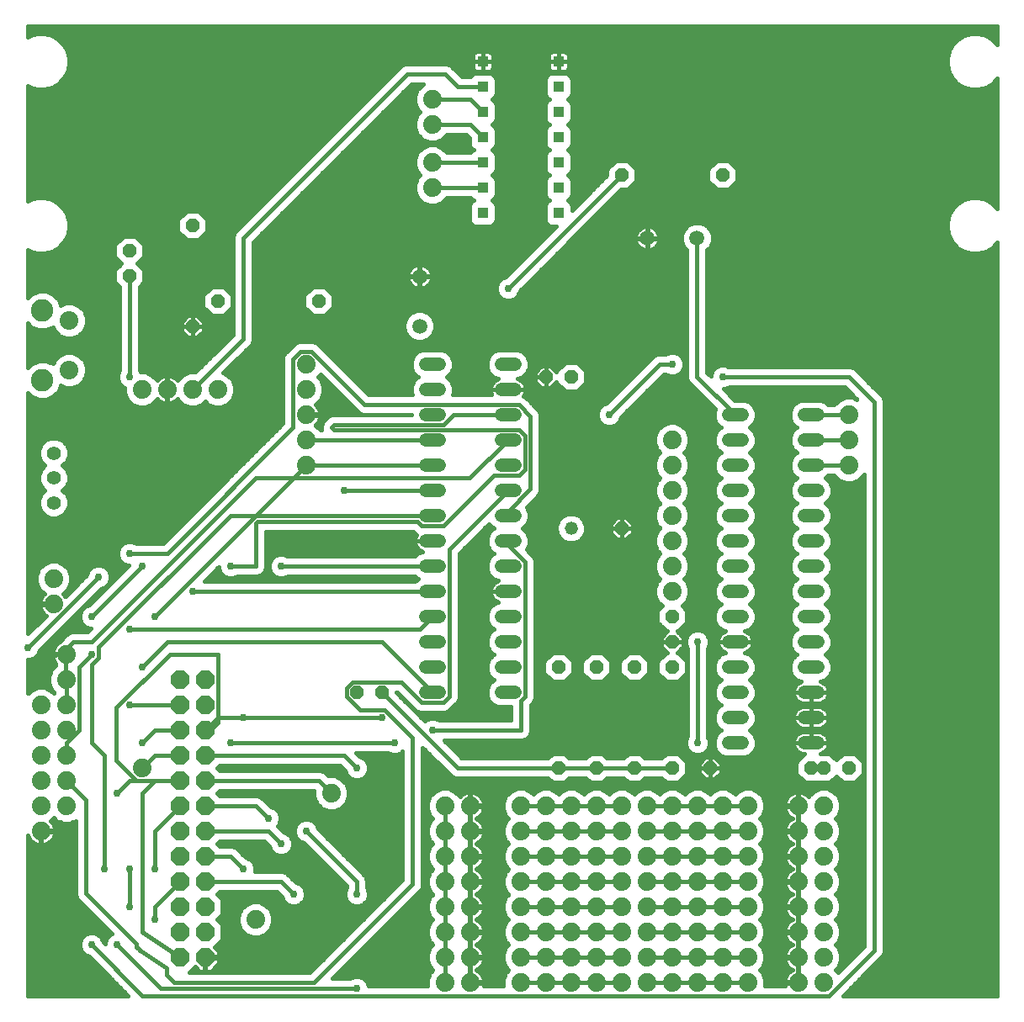
<source format=gbl>
G75*
%MOIN*%
%OFA0B0*%
%FSLAX25Y25*%
%IPPOS*%
%LPD*%
%AMOC8*
5,1,8,0,0,1.08239X$1,22.5*
%
%ADD10C,0.05200*%
%ADD11C,0.07382*%
%ADD12C,0.08858*%
%ADD13C,0.07400*%
%ADD14C,0.05543*%
%ADD15OC8,0.05200*%
%ADD16C,0.05937*%
%ADD17C,0.05200*%
%ADD18R,0.04362X0.04362*%
%ADD19OC8,0.07400*%
%ADD20C,0.01600*%
%ADD21C,0.02978*%
D10*
X0165400Y0126800D02*
X0170600Y0126800D01*
X0170600Y0136800D02*
X0165400Y0136800D01*
X0165400Y0146800D02*
X0170600Y0146800D01*
X0170600Y0156800D02*
X0165400Y0156800D01*
X0165400Y0166800D02*
X0170600Y0166800D01*
X0170600Y0176800D02*
X0165400Y0176800D01*
X0165400Y0186800D02*
X0170600Y0186800D01*
X0170600Y0196800D02*
X0165400Y0196800D01*
X0165400Y0206800D02*
X0170600Y0206800D01*
X0170600Y0216800D02*
X0165400Y0216800D01*
X0165400Y0226800D02*
X0170600Y0226800D01*
X0170600Y0236800D02*
X0165400Y0236800D01*
X0165400Y0246800D02*
X0170600Y0246800D01*
X0170600Y0256800D02*
X0165400Y0256800D01*
X0195400Y0256800D02*
X0200600Y0256800D01*
X0200600Y0246800D02*
X0195400Y0246800D01*
X0195400Y0236800D02*
X0200600Y0236800D01*
X0200600Y0226800D02*
X0195400Y0226800D01*
X0195400Y0216800D02*
X0200600Y0216800D01*
X0200600Y0206800D02*
X0195400Y0206800D01*
X0195400Y0196800D02*
X0200600Y0196800D01*
X0200600Y0186800D02*
X0195400Y0186800D01*
X0195400Y0176800D02*
X0200600Y0176800D01*
X0200600Y0166800D02*
X0195400Y0166800D01*
X0195400Y0156800D02*
X0200600Y0156800D01*
X0200600Y0146800D02*
X0195400Y0146800D01*
X0195400Y0136800D02*
X0200600Y0136800D01*
X0200600Y0126800D02*
X0195400Y0126800D01*
X0285400Y0126800D02*
X0290600Y0126800D01*
X0290600Y0116800D02*
X0285400Y0116800D01*
X0285400Y0106800D02*
X0290600Y0106800D01*
X0315400Y0106800D02*
X0320600Y0106800D01*
X0320600Y0116800D02*
X0315400Y0116800D01*
X0315400Y0126800D02*
X0320600Y0126800D01*
X0320600Y0136800D02*
X0315400Y0136800D01*
X0315400Y0146800D02*
X0320600Y0146800D01*
X0320600Y0156800D02*
X0315400Y0156800D01*
X0315400Y0166800D02*
X0320600Y0166800D01*
X0320600Y0176800D02*
X0315400Y0176800D01*
X0315400Y0186800D02*
X0320600Y0186800D01*
X0320600Y0196800D02*
X0315400Y0196800D01*
X0315400Y0206800D02*
X0320600Y0206800D01*
X0320600Y0216800D02*
X0315400Y0216800D01*
X0315400Y0226800D02*
X0320600Y0226800D01*
X0320600Y0236800D02*
X0315400Y0236800D01*
X0290600Y0236800D02*
X0285400Y0236800D01*
X0285400Y0226800D02*
X0290600Y0226800D01*
X0290600Y0216800D02*
X0285400Y0216800D01*
X0285400Y0206800D02*
X0290600Y0206800D01*
X0290600Y0196800D02*
X0285400Y0196800D01*
X0285400Y0186800D02*
X0290600Y0186800D01*
X0290600Y0176800D02*
X0285400Y0176800D01*
X0285400Y0166800D02*
X0290600Y0166800D01*
X0290600Y0156800D02*
X0285400Y0156800D01*
X0285400Y0146800D02*
X0290600Y0146800D01*
X0290600Y0136800D02*
X0285400Y0136800D01*
D11*
X0024130Y0254457D03*
X0024130Y0274143D03*
D12*
X0013500Y0278080D03*
X0013500Y0250520D03*
D13*
X0053000Y0246800D03*
X0063000Y0246800D03*
X0073000Y0246800D03*
X0083000Y0246800D03*
X0118000Y0246800D03*
X0118000Y0236800D03*
X0118000Y0226800D03*
X0118000Y0216800D03*
X0118000Y0256800D03*
X0168000Y0326800D03*
X0168000Y0336800D03*
X0168000Y0351800D03*
X0168000Y0361800D03*
X0263000Y0226800D03*
X0263000Y0216800D03*
X0263000Y0206800D03*
X0263000Y0196800D03*
X0263000Y0186800D03*
X0263000Y0176800D03*
X0263000Y0166800D03*
X0333000Y0216800D03*
X0333000Y0226800D03*
X0333000Y0236800D03*
X0323000Y0081800D03*
X0323000Y0071800D03*
X0313000Y0071800D03*
X0313000Y0081800D03*
X0313000Y0061800D03*
X0323000Y0061800D03*
X0323000Y0051800D03*
X0323000Y0041800D03*
X0313000Y0041800D03*
X0313000Y0051800D03*
X0313000Y0031800D03*
X0313000Y0021800D03*
X0323000Y0021800D03*
X0323000Y0031800D03*
X0323000Y0011800D03*
X0313000Y0011800D03*
X0293000Y0011800D03*
X0293000Y0021800D03*
X0293000Y0031800D03*
X0293000Y0041800D03*
X0293000Y0051800D03*
X0293000Y0061800D03*
X0293000Y0071800D03*
X0293000Y0081800D03*
X0283000Y0081800D03*
X0283000Y0071800D03*
X0273000Y0071800D03*
X0273000Y0081800D03*
X0263000Y0081800D03*
X0263000Y0071800D03*
X0253000Y0071800D03*
X0253000Y0081800D03*
X0243000Y0081800D03*
X0243000Y0071800D03*
X0233000Y0071800D03*
X0233000Y0081800D03*
X0223000Y0081800D03*
X0223000Y0071800D03*
X0213000Y0071800D03*
X0213000Y0081800D03*
X0203000Y0081800D03*
X0203000Y0071800D03*
X0203000Y0061800D03*
X0203000Y0051800D03*
X0203000Y0041800D03*
X0203000Y0031800D03*
X0203000Y0021800D03*
X0203000Y0011800D03*
X0213000Y0011800D03*
X0223000Y0011800D03*
X0223000Y0021800D03*
X0223000Y0031800D03*
X0213000Y0031800D03*
X0213000Y0021800D03*
X0213000Y0041800D03*
X0213000Y0051800D03*
X0223000Y0051800D03*
X0223000Y0041800D03*
X0233000Y0041800D03*
X0233000Y0051800D03*
X0243000Y0051800D03*
X0243000Y0041800D03*
X0243000Y0031800D03*
X0243000Y0021800D03*
X0233000Y0021800D03*
X0233000Y0031800D03*
X0233000Y0011800D03*
X0243000Y0011800D03*
X0253000Y0011800D03*
X0263000Y0011800D03*
X0263000Y0021800D03*
X0263000Y0031800D03*
X0253000Y0031800D03*
X0253000Y0021800D03*
X0253000Y0041800D03*
X0253000Y0051800D03*
X0263000Y0051800D03*
X0263000Y0041800D03*
X0273000Y0041800D03*
X0273000Y0051800D03*
X0283000Y0051800D03*
X0283000Y0041800D03*
X0283000Y0031800D03*
X0283000Y0021800D03*
X0273000Y0021800D03*
X0273000Y0031800D03*
X0273000Y0011800D03*
X0283000Y0011800D03*
X0283000Y0061800D03*
X0273000Y0061800D03*
X0263000Y0061800D03*
X0253000Y0061800D03*
X0243000Y0061800D03*
X0233000Y0061800D03*
X0223000Y0061800D03*
X0213000Y0061800D03*
X0183000Y0061800D03*
X0173000Y0061800D03*
X0173000Y0051800D03*
X0173000Y0041800D03*
X0183000Y0041800D03*
X0183000Y0051800D03*
X0183000Y0031800D03*
X0183000Y0021800D03*
X0173000Y0021800D03*
X0173000Y0031800D03*
X0173000Y0011800D03*
X0183000Y0011800D03*
X0183000Y0071800D03*
X0183000Y0081800D03*
X0173000Y0081800D03*
X0173000Y0071800D03*
X0128000Y0086800D03*
X0098000Y0036800D03*
X0053000Y0096800D03*
X0023000Y0091800D03*
X0023000Y0101800D03*
X0013000Y0101800D03*
X0013000Y0091800D03*
X0013000Y0081800D03*
X0013000Y0071800D03*
X0023000Y0081800D03*
X0023000Y0111800D03*
X0023000Y0121800D03*
X0013000Y0121800D03*
X0013000Y0111800D03*
X0023000Y0131800D03*
X0023000Y0141800D03*
X0018000Y0161800D03*
X0018000Y0171800D03*
D14*
X0018000Y0201957D03*
X0018000Y0211800D03*
X0018000Y0221643D03*
D15*
X0073000Y0271800D03*
X0083000Y0281800D03*
X0073000Y0311800D03*
X0048000Y0301800D03*
X0048000Y0291800D03*
X0123000Y0281800D03*
X0213000Y0251800D03*
X0223000Y0251800D03*
X0243000Y0191800D03*
X0263000Y0156800D03*
X0263000Y0146800D03*
X0263000Y0136800D03*
X0248000Y0136800D03*
X0233000Y0136800D03*
X0218000Y0136800D03*
X0218000Y0096800D03*
X0233000Y0096800D03*
X0248000Y0096800D03*
X0263000Y0096800D03*
X0278000Y0096800D03*
X0318000Y0096800D03*
X0323000Y0096800D03*
X0333000Y0096800D03*
X0148000Y0126800D03*
X0138000Y0126800D03*
X0243000Y0331800D03*
X0283000Y0331800D03*
D16*
X0272843Y0306800D03*
X0253157Y0306800D03*
X0163000Y0291643D03*
X0163000Y0271957D03*
D17*
X0223000Y0191800D03*
D18*
X0218000Y0316800D03*
X0218000Y0326800D03*
X0218000Y0336800D03*
X0218000Y0346800D03*
X0218000Y0356800D03*
X0218000Y0366800D03*
X0218000Y0376800D03*
X0188000Y0376800D03*
X0188000Y0366800D03*
X0188000Y0356800D03*
X0188000Y0346800D03*
X0188000Y0336800D03*
X0188000Y0326800D03*
X0188000Y0316800D03*
D19*
X0078000Y0131800D03*
X0068000Y0131800D03*
X0068000Y0121800D03*
X0068000Y0111800D03*
X0078000Y0111800D03*
X0078000Y0121800D03*
X0078000Y0101800D03*
X0078000Y0091800D03*
X0068000Y0091800D03*
X0068000Y0101800D03*
X0068000Y0081800D03*
X0068000Y0071800D03*
X0078000Y0071800D03*
X0078000Y0081800D03*
X0078000Y0061800D03*
X0068000Y0061800D03*
X0068000Y0051800D03*
X0068000Y0041800D03*
X0078000Y0041800D03*
X0078000Y0051800D03*
X0078000Y0031800D03*
X0078000Y0021800D03*
X0068000Y0021800D03*
X0068000Y0031800D03*
D20*
X0007800Y0006600D02*
X0007800Y0070006D01*
X0007903Y0069689D01*
X0008296Y0068917D01*
X0008805Y0068217D01*
X0009417Y0067605D01*
X0010117Y0067096D01*
X0010889Y0066703D01*
X0011712Y0066435D01*
X0012567Y0066300D01*
X0012800Y0066300D01*
X0012800Y0071600D01*
X0013200Y0071600D01*
X0013200Y0072000D01*
X0018500Y0072000D01*
X0018500Y0072233D01*
X0018365Y0073088D01*
X0018097Y0073911D01*
X0017704Y0074683D01*
X0017195Y0075383D01*
X0016710Y0075868D01*
X0016909Y0075950D01*
X0018000Y0077042D01*
X0019091Y0075950D01*
X0021627Y0074900D01*
X0024372Y0074900D01*
X0026800Y0075906D01*
X0026800Y0046330D01*
X0027409Y0044860D01*
X0028534Y0043735D01*
X0041157Y0031112D01*
X0040344Y0030775D01*
X0039025Y0029456D01*
X0038311Y0027733D01*
X0038311Y0027146D01*
X0037664Y0027793D01*
X0036975Y0029456D01*
X0035656Y0030775D01*
X0033933Y0031489D01*
X0032067Y0031489D01*
X0030344Y0030775D01*
X0029025Y0029456D01*
X0028311Y0027733D01*
X0028311Y0025867D01*
X0029025Y0024144D01*
X0030344Y0022825D01*
X0032007Y0022136D01*
X0047543Y0006600D01*
X0007800Y0006600D01*
X0007800Y0008194D02*
X0045949Y0008194D01*
X0044351Y0009793D02*
X0007800Y0009793D01*
X0007800Y0011391D02*
X0042752Y0011391D01*
X0041154Y0012990D02*
X0007800Y0012990D01*
X0007800Y0014588D02*
X0039555Y0014588D01*
X0037957Y0016187D02*
X0007800Y0016187D01*
X0007800Y0017785D02*
X0036358Y0017785D01*
X0034760Y0019384D02*
X0007800Y0019384D01*
X0007800Y0020982D02*
X0033161Y0020982D01*
X0030934Y0022581D02*
X0007800Y0022581D01*
X0007800Y0024179D02*
X0029010Y0024179D01*
X0028348Y0025778D02*
X0007800Y0025778D01*
X0007800Y0027376D02*
X0028311Y0027376D01*
X0028825Y0028975D02*
X0007800Y0028975D01*
X0007800Y0030573D02*
X0030142Y0030573D01*
X0033000Y0026800D02*
X0053200Y0006600D01*
X0325013Y0006600D01*
X0343000Y0024587D01*
X0343000Y0241800D01*
X0333000Y0251800D01*
X0283000Y0251800D01*
X0278311Y0252146D02*
X0276843Y0253614D01*
X0276843Y0302076D01*
X0278072Y0303306D01*
X0279011Y0305573D01*
X0279011Y0308027D01*
X0278072Y0310294D01*
X0276337Y0312029D01*
X0274070Y0312968D01*
X0271616Y0312968D01*
X0269348Y0312029D01*
X0267613Y0310294D01*
X0266674Y0308027D01*
X0266674Y0305573D01*
X0267613Y0303306D01*
X0268843Y0302076D01*
X0268843Y0251162D01*
X0269451Y0249692D01*
X0280066Y0239078D01*
X0279600Y0237954D01*
X0279600Y0235646D01*
X0280483Y0233515D01*
X0282115Y0231883D01*
X0282315Y0231800D01*
X0282115Y0231717D01*
X0280483Y0230085D01*
X0279600Y0227954D01*
X0279600Y0225646D01*
X0280483Y0223515D01*
X0282115Y0221883D01*
X0282315Y0221800D01*
X0282115Y0221717D01*
X0280483Y0220085D01*
X0279600Y0217954D01*
X0279600Y0215646D01*
X0280483Y0213515D01*
X0282115Y0211883D01*
X0282315Y0211800D01*
X0282115Y0211717D01*
X0280483Y0210085D01*
X0279600Y0207954D01*
X0279600Y0205646D01*
X0280483Y0203515D01*
X0282115Y0201883D01*
X0282315Y0201800D01*
X0282115Y0201717D01*
X0280483Y0200085D01*
X0279600Y0197954D01*
X0279600Y0195646D01*
X0280483Y0193515D01*
X0282115Y0191883D01*
X0282315Y0191800D01*
X0282115Y0191717D01*
X0280483Y0190085D01*
X0279600Y0187954D01*
X0279600Y0185646D01*
X0280483Y0183515D01*
X0282115Y0181883D01*
X0282315Y0181800D01*
X0282115Y0181717D01*
X0280483Y0180085D01*
X0279600Y0177954D01*
X0279600Y0175646D01*
X0280483Y0173515D01*
X0282115Y0171883D01*
X0282315Y0171800D01*
X0282115Y0171717D01*
X0280483Y0170085D01*
X0279600Y0167954D01*
X0279600Y0165646D01*
X0280483Y0163515D01*
X0282115Y0161883D01*
X0282315Y0161800D01*
X0282115Y0161717D01*
X0280483Y0160085D01*
X0279600Y0157954D01*
X0279600Y0155646D01*
X0280483Y0153515D01*
X0282115Y0151883D01*
X0284177Y0151029D01*
X0283711Y0150878D01*
X0283094Y0150563D01*
X0282534Y0150156D01*
X0282044Y0149666D01*
X0281637Y0149106D01*
X0281322Y0148489D01*
X0281108Y0147830D01*
X0281000Y0147146D01*
X0281000Y0146800D01*
X0288000Y0146800D01*
X0295000Y0146800D01*
X0295000Y0147146D01*
X0294892Y0147830D01*
X0294678Y0148489D01*
X0294363Y0149106D01*
X0293956Y0149666D01*
X0293466Y0150156D01*
X0292906Y0150563D01*
X0292289Y0150878D01*
X0291823Y0151029D01*
X0293885Y0151883D01*
X0295517Y0153515D01*
X0296400Y0155646D01*
X0296400Y0157954D01*
X0295517Y0160085D01*
X0293885Y0161717D01*
X0293685Y0161800D01*
X0293885Y0161883D01*
X0295517Y0163515D01*
X0296400Y0165646D01*
X0296400Y0167954D01*
X0295517Y0170085D01*
X0293885Y0171717D01*
X0293685Y0171800D01*
X0293885Y0171883D01*
X0295517Y0173515D01*
X0296400Y0175646D01*
X0296400Y0177954D01*
X0295517Y0180085D01*
X0293885Y0181717D01*
X0293685Y0181800D01*
X0293885Y0181883D01*
X0295517Y0183515D01*
X0296400Y0185646D01*
X0296400Y0187954D01*
X0295517Y0190085D01*
X0293885Y0191717D01*
X0293685Y0191800D01*
X0293885Y0191883D01*
X0295517Y0193515D01*
X0296400Y0195646D01*
X0296400Y0197954D01*
X0295517Y0200085D01*
X0293885Y0201717D01*
X0293685Y0201800D01*
X0293885Y0201883D01*
X0295517Y0203515D01*
X0296400Y0205646D01*
X0296400Y0207954D01*
X0295517Y0210085D01*
X0293885Y0211717D01*
X0293685Y0211800D01*
X0293885Y0211883D01*
X0295517Y0213515D01*
X0296400Y0215646D01*
X0296400Y0217954D01*
X0295517Y0220085D01*
X0293885Y0221717D01*
X0293685Y0221800D01*
X0293885Y0221883D01*
X0295517Y0223515D01*
X0296400Y0225646D01*
X0296400Y0227954D01*
X0295517Y0230085D01*
X0293885Y0231717D01*
X0293685Y0231800D01*
X0293885Y0231883D01*
X0295517Y0233515D01*
X0296400Y0235646D01*
X0296400Y0237954D01*
X0295517Y0240085D01*
X0293885Y0241717D01*
X0291754Y0242600D01*
X0287857Y0242600D01*
X0283346Y0247111D01*
X0283933Y0247111D01*
X0285596Y0247800D01*
X0331343Y0247800D01*
X0336200Y0242943D01*
X0334372Y0243700D01*
X0331627Y0243700D01*
X0329091Y0242650D01*
X0327242Y0240800D01*
X0324802Y0240800D01*
X0323885Y0241717D01*
X0321754Y0242600D01*
X0314246Y0242600D01*
X0312115Y0241717D01*
X0310483Y0240085D01*
X0309600Y0237954D01*
X0309600Y0235646D01*
X0310483Y0233515D01*
X0312115Y0231883D01*
X0312315Y0231800D01*
X0312115Y0231717D01*
X0310483Y0230085D01*
X0309600Y0227954D01*
X0309600Y0225646D01*
X0310483Y0223515D01*
X0312115Y0221883D01*
X0312315Y0221800D01*
X0312115Y0221717D01*
X0310483Y0220085D01*
X0309600Y0217954D01*
X0309600Y0215646D01*
X0310483Y0213515D01*
X0312115Y0211883D01*
X0312315Y0211800D01*
X0312115Y0211717D01*
X0310483Y0210085D01*
X0309600Y0207954D01*
X0309600Y0205646D01*
X0310483Y0203515D01*
X0312115Y0201883D01*
X0312315Y0201800D01*
X0312115Y0201717D01*
X0310483Y0200085D01*
X0309600Y0197954D01*
X0309600Y0195646D01*
X0310483Y0193515D01*
X0312115Y0191883D01*
X0312315Y0191800D01*
X0312115Y0191717D01*
X0310483Y0190085D01*
X0309600Y0187954D01*
X0309600Y0185646D01*
X0310483Y0183515D01*
X0312115Y0181883D01*
X0312315Y0181800D01*
X0312115Y0181717D01*
X0310483Y0180085D01*
X0309600Y0177954D01*
X0309600Y0175646D01*
X0310483Y0173515D01*
X0312115Y0171883D01*
X0312315Y0171800D01*
X0312115Y0171717D01*
X0310483Y0170085D01*
X0309600Y0167954D01*
X0309600Y0165646D01*
X0310483Y0163515D01*
X0312115Y0161883D01*
X0312315Y0161800D01*
X0312115Y0161717D01*
X0310483Y0160085D01*
X0309600Y0157954D01*
X0309600Y0155646D01*
X0310483Y0153515D01*
X0312115Y0151883D01*
X0312315Y0151800D01*
X0312115Y0151717D01*
X0310483Y0150085D01*
X0309600Y0147954D01*
X0309600Y0145646D01*
X0310483Y0143515D01*
X0312115Y0141883D01*
X0312315Y0141800D01*
X0312115Y0141717D01*
X0310483Y0140085D01*
X0309600Y0137954D01*
X0309600Y0135646D01*
X0310483Y0133515D01*
X0312115Y0131883D01*
X0314177Y0131029D01*
X0313711Y0130878D01*
X0313094Y0130563D01*
X0312534Y0130156D01*
X0312044Y0129666D01*
X0311637Y0129106D01*
X0311322Y0128489D01*
X0311108Y0127830D01*
X0311000Y0127146D01*
X0311000Y0126800D01*
X0318000Y0126800D01*
X0325000Y0126800D01*
X0325000Y0127146D01*
X0324892Y0127830D01*
X0324678Y0128489D01*
X0324363Y0129106D01*
X0323956Y0129666D01*
X0323466Y0130156D01*
X0322906Y0130563D01*
X0322289Y0130878D01*
X0321823Y0131029D01*
X0323885Y0131883D01*
X0325517Y0133515D01*
X0326400Y0135646D01*
X0326400Y0137954D01*
X0325517Y0140085D01*
X0323885Y0141717D01*
X0323685Y0141800D01*
X0323885Y0141883D01*
X0325517Y0143515D01*
X0326400Y0145646D01*
X0326400Y0147954D01*
X0325517Y0150085D01*
X0323885Y0151717D01*
X0323685Y0151800D01*
X0323885Y0151883D01*
X0325517Y0153515D01*
X0326400Y0155646D01*
X0326400Y0157954D01*
X0325517Y0160085D01*
X0323885Y0161717D01*
X0323685Y0161800D01*
X0323885Y0161883D01*
X0325517Y0163515D01*
X0326400Y0165646D01*
X0326400Y0167954D01*
X0325517Y0170085D01*
X0323885Y0171717D01*
X0323685Y0171800D01*
X0323885Y0171883D01*
X0325517Y0173515D01*
X0326400Y0175646D01*
X0326400Y0177954D01*
X0325517Y0180085D01*
X0323885Y0181717D01*
X0323685Y0181800D01*
X0323885Y0181883D01*
X0325517Y0183515D01*
X0326400Y0185646D01*
X0326400Y0187954D01*
X0325517Y0190085D01*
X0323885Y0191717D01*
X0323685Y0191800D01*
X0323885Y0191883D01*
X0325517Y0193515D01*
X0326400Y0195646D01*
X0326400Y0197954D01*
X0325517Y0200085D01*
X0323885Y0201717D01*
X0323685Y0201800D01*
X0323885Y0201883D01*
X0325517Y0203515D01*
X0326400Y0205646D01*
X0326400Y0207954D01*
X0325517Y0210085D01*
X0323885Y0211717D01*
X0323685Y0211800D01*
X0323885Y0211883D01*
X0324802Y0212800D01*
X0327242Y0212800D01*
X0329091Y0210950D01*
X0331627Y0209900D01*
X0334372Y0209900D01*
X0336909Y0210950D01*
X0338850Y0212891D01*
X0339000Y0213255D01*
X0339000Y0026244D01*
X0328657Y0015901D01*
X0327758Y0016800D01*
X0328850Y0017891D01*
X0329900Y0020427D01*
X0329900Y0023172D01*
X0328850Y0025709D01*
X0327758Y0026800D01*
X0328850Y0027891D01*
X0329900Y0030427D01*
X0329900Y0033172D01*
X0328850Y0035709D01*
X0327758Y0036800D01*
X0328850Y0037891D01*
X0329900Y0040427D01*
X0329900Y0043172D01*
X0328850Y0045709D01*
X0327758Y0046800D01*
X0328850Y0047891D01*
X0329900Y0050427D01*
X0329900Y0053172D01*
X0328850Y0055709D01*
X0327758Y0056800D01*
X0328850Y0057891D01*
X0329900Y0060427D01*
X0329900Y0063172D01*
X0328850Y0065709D01*
X0327758Y0066800D01*
X0328850Y0067891D01*
X0329900Y0070427D01*
X0329900Y0073172D01*
X0328850Y0075709D01*
X0327758Y0076800D01*
X0328850Y0077891D01*
X0329900Y0080427D01*
X0329900Y0083172D01*
X0328850Y0085709D01*
X0326909Y0087650D01*
X0324372Y0088700D01*
X0321627Y0088700D01*
X0319091Y0087650D01*
X0317150Y0085709D01*
X0317068Y0085510D01*
X0316583Y0085995D01*
X0315883Y0086504D01*
X0315111Y0086897D01*
X0314288Y0087165D01*
X0313433Y0087300D01*
X0313200Y0087300D01*
X0313200Y0082000D01*
X0312800Y0082000D01*
X0312800Y0087300D01*
X0312567Y0087300D01*
X0311712Y0087165D01*
X0310889Y0086897D01*
X0310117Y0086504D01*
X0309417Y0085995D01*
X0308805Y0085383D01*
X0308296Y0084683D01*
X0307903Y0083911D01*
X0307635Y0083088D01*
X0307500Y0082233D01*
X0307500Y0082000D01*
X0312800Y0082000D01*
X0312800Y0081600D01*
X0307500Y0081600D01*
X0307500Y0081367D01*
X0307635Y0080512D01*
X0307903Y0079689D01*
X0308296Y0078917D01*
X0308805Y0078217D01*
X0309417Y0077605D01*
X0310117Y0077096D01*
X0310698Y0076800D01*
X0310117Y0076504D01*
X0309417Y0075995D01*
X0308805Y0075383D01*
X0308296Y0074683D01*
X0307903Y0073911D01*
X0307635Y0073088D01*
X0307500Y0072233D01*
X0307500Y0072000D01*
X0312800Y0072000D01*
X0312800Y0081600D01*
X0313200Y0081600D01*
X0313200Y0076300D01*
X0313200Y0072000D01*
X0312800Y0072000D01*
X0312800Y0071600D01*
X0307500Y0071600D01*
X0307500Y0071367D01*
X0307635Y0070512D01*
X0307903Y0069689D01*
X0308296Y0068917D01*
X0308805Y0068217D01*
X0309417Y0067605D01*
X0310117Y0067096D01*
X0310698Y0066800D01*
X0310117Y0066504D01*
X0309417Y0065995D01*
X0308805Y0065383D01*
X0308296Y0064683D01*
X0307903Y0063911D01*
X0307635Y0063088D01*
X0307500Y0062233D01*
X0307500Y0062000D01*
X0312800Y0062000D01*
X0312800Y0071600D01*
X0313200Y0071600D01*
X0313200Y0067300D01*
X0313200Y0062000D01*
X0312800Y0062000D01*
X0312800Y0061600D01*
X0307500Y0061600D01*
X0307500Y0061367D01*
X0307635Y0060512D01*
X0307903Y0059689D01*
X0308296Y0058917D01*
X0308805Y0058217D01*
X0309417Y0057605D01*
X0310117Y0057096D01*
X0310698Y0056800D01*
X0310117Y0056504D01*
X0309417Y0055995D01*
X0308805Y0055383D01*
X0308296Y0054683D01*
X0307903Y0053911D01*
X0307635Y0053088D01*
X0307500Y0052233D01*
X0307500Y0052000D01*
X0312800Y0052000D01*
X0312800Y0061600D01*
X0313200Y0061600D01*
X0313200Y0056300D01*
X0313200Y0052000D01*
X0312800Y0052000D01*
X0312800Y0051600D01*
X0307500Y0051600D01*
X0307500Y0051367D01*
X0307635Y0050512D01*
X0307903Y0049689D01*
X0308296Y0048917D01*
X0308805Y0048217D01*
X0309417Y0047605D01*
X0310117Y0047096D01*
X0310698Y0046800D01*
X0310117Y0046504D01*
X0309417Y0045995D01*
X0308805Y0045383D01*
X0308296Y0044683D01*
X0307903Y0043911D01*
X0307635Y0043088D01*
X0307500Y0042233D01*
X0307500Y0042000D01*
X0312800Y0042000D01*
X0312800Y0051600D01*
X0313200Y0051600D01*
X0313200Y0046300D01*
X0313200Y0042000D01*
X0312800Y0042000D01*
X0312800Y0041600D01*
X0307500Y0041600D01*
X0307500Y0041367D01*
X0307635Y0040512D01*
X0307903Y0039689D01*
X0308296Y0038917D01*
X0308805Y0038217D01*
X0309417Y0037605D01*
X0310117Y0037096D01*
X0310698Y0036800D01*
X0310117Y0036504D01*
X0309417Y0035995D01*
X0308805Y0035383D01*
X0308296Y0034683D01*
X0307903Y0033911D01*
X0307635Y0033088D01*
X0307500Y0032233D01*
X0307500Y0032000D01*
X0312800Y0032000D01*
X0312800Y0041600D01*
X0313200Y0041600D01*
X0313200Y0036300D01*
X0313200Y0032000D01*
X0312800Y0032000D01*
X0312800Y0031600D01*
X0307500Y0031600D01*
X0307500Y0031367D01*
X0307635Y0030512D01*
X0307903Y0029689D01*
X0308296Y0028917D01*
X0308805Y0028217D01*
X0309417Y0027605D01*
X0310117Y0027096D01*
X0310698Y0026800D01*
X0310117Y0026504D01*
X0309417Y0025995D01*
X0308805Y0025383D01*
X0308296Y0024683D01*
X0307903Y0023911D01*
X0307635Y0023088D01*
X0307500Y0022233D01*
X0307500Y0022000D01*
X0312800Y0022000D01*
X0312800Y0031600D01*
X0313200Y0031600D01*
X0313200Y0026300D01*
X0313200Y0022000D01*
X0312800Y0022000D01*
X0312800Y0021600D01*
X0307500Y0021600D01*
X0307500Y0021367D01*
X0307635Y0020512D01*
X0307903Y0019689D01*
X0308296Y0018917D01*
X0308805Y0018217D01*
X0309417Y0017605D01*
X0310117Y0017096D01*
X0310698Y0016800D01*
X0310117Y0016504D01*
X0309417Y0015995D01*
X0308805Y0015383D01*
X0308296Y0014683D01*
X0307903Y0013911D01*
X0307635Y0013088D01*
X0307500Y0012233D01*
X0307500Y0012000D01*
X0312800Y0012000D01*
X0312800Y0021600D01*
X0313200Y0021600D01*
X0313200Y0016300D01*
X0313200Y0012000D01*
X0312800Y0012000D01*
X0312800Y0011600D01*
X0307500Y0011600D01*
X0307500Y0011367D01*
X0307622Y0010600D01*
X0299900Y0010600D01*
X0299900Y0013172D01*
X0298850Y0015709D01*
X0297758Y0016800D01*
X0298850Y0017891D01*
X0299900Y0020427D01*
X0299900Y0023172D01*
X0298850Y0025709D01*
X0297758Y0026800D01*
X0298850Y0027891D01*
X0299900Y0030427D01*
X0299900Y0033172D01*
X0298850Y0035709D01*
X0297758Y0036800D01*
X0298850Y0037891D01*
X0299900Y0040427D01*
X0299900Y0043172D01*
X0298850Y0045709D01*
X0297758Y0046800D01*
X0298850Y0047891D01*
X0299900Y0050427D01*
X0299900Y0053172D01*
X0298850Y0055709D01*
X0297758Y0056800D01*
X0298850Y0057891D01*
X0299900Y0060427D01*
X0299900Y0063172D01*
X0298850Y0065709D01*
X0297758Y0066800D01*
X0298850Y0067891D01*
X0299900Y0070427D01*
X0299900Y0073172D01*
X0298850Y0075709D01*
X0297758Y0076800D01*
X0298850Y0077891D01*
X0299900Y0080427D01*
X0299900Y0083172D01*
X0298850Y0085709D01*
X0296909Y0087650D01*
X0294372Y0088700D01*
X0291627Y0088700D01*
X0289091Y0087650D01*
X0288000Y0086558D01*
X0286909Y0087650D01*
X0284372Y0088700D01*
X0281627Y0088700D01*
X0279091Y0087650D01*
X0278000Y0086558D01*
X0276909Y0087650D01*
X0274372Y0088700D01*
X0271627Y0088700D01*
X0269091Y0087650D01*
X0268000Y0086558D01*
X0266909Y0087650D01*
X0264372Y0088700D01*
X0261627Y0088700D01*
X0259091Y0087650D01*
X0258000Y0086558D01*
X0256909Y0087650D01*
X0254372Y0088700D01*
X0251627Y0088700D01*
X0249091Y0087650D01*
X0248000Y0086558D01*
X0246909Y0087650D01*
X0244372Y0088700D01*
X0241627Y0088700D01*
X0239091Y0087650D01*
X0238000Y0086558D01*
X0236909Y0087650D01*
X0234372Y0088700D01*
X0231627Y0088700D01*
X0229091Y0087650D01*
X0228000Y0086558D01*
X0226909Y0087650D01*
X0224372Y0088700D01*
X0221627Y0088700D01*
X0219091Y0087650D01*
X0218000Y0086558D01*
X0216909Y0087650D01*
X0214372Y0088700D01*
X0211627Y0088700D01*
X0209091Y0087650D01*
X0208000Y0086558D01*
X0206909Y0087650D01*
X0204372Y0088700D01*
X0201627Y0088700D01*
X0199091Y0087650D01*
X0197150Y0085709D01*
X0196100Y0083172D01*
X0196100Y0080427D01*
X0197150Y0077891D01*
X0198242Y0076800D01*
X0197150Y0075709D01*
X0196100Y0073172D01*
X0196100Y0070427D01*
X0197150Y0067891D01*
X0198242Y0066800D01*
X0197150Y0065709D01*
X0196100Y0063172D01*
X0196100Y0060427D01*
X0197150Y0057891D01*
X0198242Y0056800D01*
X0197150Y0055709D01*
X0196100Y0053172D01*
X0196100Y0050427D01*
X0197150Y0047891D01*
X0198242Y0046800D01*
X0197150Y0045709D01*
X0196100Y0043172D01*
X0196100Y0040427D01*
X0197150Y0037891D01*
X0198242Y0036800D01*
X0197150Y0035709D01*
X0196100Y0033172D01*
X0196100Y0030427D01*
X0197150Y0027891D01*
X0198242Y0026800D01*
X0197150Y0025709D01*
X0196100Y0023172D01*
X0196100Y0020427D01*
X0197150Y0017891D01*
X0198242Y0016800D01*
X0197150Y0015709D01*
X0196100Y0013172D01*
X0196100Y0010600D01*
X0188378Y0010600D01*
X0188500Y0011367D01*
X0188500Y0011600D01*
X0183200Y0011600D01*
X0183200Y0012000D01*
X0188500Y0012000D01*
X0188500Y0012233D01*
X0188365Y0013088D01*
X0188097Y0013911D01*
X0187704Y0014683D01*
X0187195Y0015383D01*
X0186583Y0015995D01*
X0185883Y0016504D01*
X0185302Y0016800D01*
X0185883Y0017096D01*
X0186583Y0017605D01*
X0187195Y0018217D01*
X0187704Y0018917D01*
X0188097Y0019689D01*
X0188365Y0020512D01*
X0188500Y0021367D01*
X0188500Y0021600D01*
X0183200Y0021600D01*
X0183200Y0022000D01*
X0182800Y0022000D01*
X0182800Y0031600D01*
X0183200Y0031600D01*
X0183200Y0032000D01*
X0188500Y0032000D01*
X0188500Y0032233D01*
X0188365Y0033088D01*
X0188097Y0033911D01*
X0187704Y0034683D01*
X0187195Y0035383D01*
X0186583Y0035995D01*
X0185883Y0036504D01*
X0185302Y0036800D01*
X0185883Y0037096D01*
X0186583Y0037605D01*
X0187195Y0038217D01*
X0187704Y0038917D01*
X0188097Y0039689D01*
X0188365Y0040512D01*
X0188500Y0041367D01*
X0188500Y0041600D01*
X0183200Y0041600D01*
X0183200Y0042000D01*
X0182800Y0042000D01*
X0182800Y0051600D01*
X0183200Y0051600D01*
X0183200Y0052000D01*
X0188500Y0052000D01*
X0188500Y0052233D01*
X0188365Y0053088D01*
X0188097Y0053911D01*
X0187704Y0054683D01*
X0187195Y0055383D01*
X0186583Y0055995D01*
X0185883Y0056504D01*
X0185302Y0056800D01*
X0185883Y0057096D01*
X0186583Y0057605D01*
X0187195Y0058217D01*
X0187704Y0058917D01*
X0188097Y0059689D01*
X0188365Y0060512D01*
X0188500Y0061367D01*
X0188500Y0061600D01*
X0183200Y0061600D01*
X0183200Y0062000D01*
X0182800Y0062000D01*
X0182800Y0071600D01*
X0183200Y0071600D01*
X0183200Y0072000D01*
X0188500Y0072000D01*
X0188500Y0072233D01*
X0188365Y0073088D01*
X0188097Y0073911D01*
X0187704Y0074683D01*
X0187195Y0075383D01*
X0186583Y0075995D01*
X0185883Y0076504D01*
X0185302Y0076800D01*
X0185883Y0077096D01*
X0186583Y0077605D01*
X0187195Y0078217D01*
X0187704Y0078917D01*
X0188097Y0079689D01*
X0188365Y0080512D01*
X0188500Y0081367D01*
X0188500Y0081600D01*
X0183200Y0081600D01*
X0183200Y0082000D01*
X0182800Y0082000D01*
X0182800Y0087300D01*
X0182567Y0087300D01*
X0181712Y0087165D01*
X0180889Y0086897D01*
X0180117Y0086504D01*
X0179417Y0085995D01*
X0178932Y0085510D01*
X0178850Y0085709D01*
X0176909Y0087650D01*
X0174372Y0088700D01*
X0171627Y0088700D01*
X0169091Y0087650D01*
X0167150Y0085709D01*
X0166100Y0083172D01*
X0166100Y0080427D01*
X0167150Y0077891D01*
X0168242Y0076800D01*
X0167150Y0075709D01*
X0166100Y0073172D01*
X0166100Y0070427D01*
X0167150Y0067891D01*
X0168242Y0066800D01*
X0167150Y0065709D01*
X0166100Y0063172D01*
X0166100Y0060427D01*
X0167150Y0057891D01*
X0168242Y0056800D01*
X0167150Y0055709D01*
X0166100Y0053172D01*
X0166100Y0050427D01*
X0167150Y0047891D01*
X0168242Y0046800D01*
X0167150Y0045709D01*
X0166100Y0043172D01*
X0166100Y0040427D01*
X0167150Y0037891D01*
X0168242Y0036800D01*
X0167150Y0035709D01*
X0166100Y0033172D01*
X0166100Y0030427D01*
X0167150Y0027891D01*
X0168242Y0026800D01*
X0167150Y0025709D01*
X0166100Y0023172D01*
X0166100Y0020427D01*
X0167150Y0017891D01*
X0168242Y0016800D01*
X0167150Y0015709D01*
X0166100Y0013172D01*
X0166100Y0010600D01*
X0142615Y0010600D01*
X0141975Y0012145D01*
X0140656Y0013464D01*
X0138933Y0014178D01*
X0137067Y0014178D01*
X0135404Y0013489D01*
X0128457Y0013489D01*
X0162466Y0047498D01*
X0163591Y0048623D01*
X0164200Y0050093D01*
X0164200Y0104943D01*
X0175734Y0093409D01*
X0177204Y0092800D01*
X0213798Y0092800D01*
X0215598Y0091000D01*
X0220402Y0091000D01*
X0222202Y0092800D01*
X0228798Y0092800D01*
X0230598Y0091000D01*
X0235402Y0091000D01*
X0237202Y0092800D01*
X0243798Y0092800D01*
X0245598Y0091000D01*
X0250402Y0091000D01*
X0252202Y0092800D01*
X0258798Y0092800D01*
X0260598Y0091000D01*
X0265402Y0091000D01*
X0268800Y0094398D01*
X0268800Y0099202D01*
X0265402Y0102600D01*
X0260598Y0102600D01*
X0258798Y0100800D01*
X0252202Y0100800D01*
X0250402Y0102600D01*
X0245598Y0102600D01*
X0243798Y0100800D01*
X0237202Y0100800D01*
X0235402Y0102600D01*
X0230598Y0102600D01*
X0228798Y0100800D01*
X0222202Y0100800D01*
X0220402Y0102600D01*
X0215598Y0102600D01*
X0213798Y0100800D01*
X0179657Y0100800D01*
X0172657Y0107800D01*
X0203796Y0107800D01*
X0205266Y0108409D01*
X0206391Y0109534D01*
X0207000Y0111004D01*
X0207000Y0121886D01*
X0207991Y0122877D01*
X0208600Y0124347D01*
X0208600Y0179253D01*
X0207991Y0180723D01*
X0206866Y0181848D01*
X0205358Y0183356D01*
X0205517Y0183515D01*
X0206400Y0185646D01*
X0206400Y0187954D01*
X0205517Y0190085D01*
X0203885Y0191717D01*
X0203685Y0191800D01*
X0203885Y0191883D01*
X0205517Y0193515D01*
X0206400Y0195646D01*
X0206400Y0197954D01*
X0205517Y0200085D01*
X0205358Y0200244D01*
X0209066Y0203952D01*
X0210191Y0205077D01*
X0210800Y0206547D01*
X0210800Y0237053D01*
X0210191Y0238523D01*
X0205648Y0243066D01*
X0204523Y0244191D01*
X0204231Y0244312D01*
X0204363Y0244494D01*
X0204678Y0245111D01*
X0204892Y0245770D01*
X0205000Y0246454D01*
X0205000Y0246800D01*
X0205000Y0247146D01*
X0204892Y0247830D01*
X0204678Y0248489D01*
X0204363Y0249106D01*
X0203956Y0249666D01*
X0203466Y0250156D01*
X0202906Y0250563D01*
X0202289Y0250878D01*
X0201823Y0251029D01*
X0203885Y0251883D01*
X0205517Y0253515D01*
X0206400Y0255646D01*
X0206400Y0257954D01*
X0205517Y0260085D01*
X0203885Y0261717D01*
X0201754Y0262600D01*
X0194246Y0262600D01*
X0192115Y0261717D01*
X0190483Y0260085D01*
X0189600Y0257954D01*
X0189600Y0255646D01*
X0190483Y0253515D01*
X0192115Y0251883D01*
X0194177Y0251029D01*
X0193711Y0250878D01*
X0193094Y0250563D01*
X0192534Y0250156D01*
X0192044Y0249666D01*
X0191637Y0249106D01*
X0191322Y0248489D01*
X0191108Y0247830D01*
X0191000Y0247146D01*
X0191000Y0246800D01*
X0198000Y0246800D01*
X0205000Y0246800D01*
X0198000Y0246800D01*
X0198000Y0246800D01*
X0198000Y0246800D01*
X0191000Y0246800D01*
X0191000Y0246454D01*
X0191108Y0245770D01*
X0191322Y0245111D01*
X0191481Y0244800D01*
X0176049Y0244800D01*
X0176400Y0245646D01*
X0176400Y0247954D01*
X0175517Y0250085D01*
X0173885Y0251717D01*
X0173685Y0251800D01*
X0173885Y0251883D01*
X0175517Y0253515D01*
X0176400Y0255646D01*
X0176400Y0257954D01*
X0175517Y0260085D01*
X0173885Y0261717D01*
X0171754Y0262600D01*
X0164246Y0262600D01*
X0162115Y0261717D01*
X0160483Y0260085D01*
X0159600Y0257954D01*
X0159600Y0255646D01*
X0160483Y0253515D01*
X0162115Y0251883D01*
X0162315Y0251800D01*
X0162115Y0251717D01*
X0160483Y0250085D01*
X0159600Y0247954D01*
X0159600Y0245646D01*
X0159951Y0244800D01*
X0142869Y0244800D01*
X0122378Y0265291D01*
X0120908Y0265900D01*
X0115092Y0265900D01*
X0113622Y0265291D01*
X0110634Y0262304D01*
X0109509Y0261178D01*
X0108900Y0259708D01*
X0108900Y0233357D01*
X0061343Y0185800D01*
X0050596Y0185800D01*
X0048933Y0186489D01*
X0047067Y0186489D01*
X0045344Y0185775D01*
X0044025Y0184456D01*
X0043311Y0182733D01*
X0043311Y0180867D01*
X0044025Y0179144D01*
X0045344Y0177825D01*
X0047067Y0177111D01*
X0047654Y0177111D01*
X0032007Y0161464D01*
X0030344Y0160775D01*
X0029025Y0159456D01*
X0028311Y0157733D01*
X0028311Y0155867D01*
X0029025Y0154144D01*
X0030344Y0152825D01*
X0032067Y0152111D01*
X0032654Y0152111D01*
X0031443Y0150900D01*
X0025092Y0150900D01*
X0023622Y0150291D01*
X0022496Y0149166D01*
X0022496Y0149166D01*
X0020634Y0147304D01*
X0019509Y0146178D01*
X0019440Y0146012D01*
X0019417Y0145995D01*
X0018805Y0145383D01*
X0018296Y0144683D01*
X0017903Y0143911D01*
X0017635Y0143088D01*
X0017500Y0142233D01*
X0017500Y0142000D01*
X0018900Y0142000D01*
X0018900Y0141600D01*
X0017500Y0141600D01*
X0017500Y0141367D01*
X0017635Y0140512D01*
X0017903Y0139689D01*
X0018296Y0138917D01*
X0018805Y0138217D01*
X0018900Y0138122D01*
X0018900Y0137458D01*
X0017150Y0135709D01*
X0016100Y0133172D01*
X0016100Y0130427D01*
X0017150Y0127891D01*
X0018242Y0126800D01*
X0018000Y0126558D01*
X0016909Y0127650D01*
X0014372Y0128700D01*
X0011627Y0128700D01*
X0009091Y0127650D01*
X0007800Y0126358D01*
X0007800Y0139799D01*
X0008833Y0139799D01*
X0010556Y0140512D01*
X0011875Y0141831D01*
X0012564Y0143495D01*
X0036793Y0167723D01*
X0038456Y0168412D01*
X0039775Y0169731D01*
X0040489Y0171455D01*
X0040489Y0173320D01*
X0039775Y0175044D01*
X0038456Y0176363D01*
X0036733Y0177076D01*
X0034867Y0177076D01*
X0033144Y0176363D01*
X0031825Y0175044D01*
X0031136Y0173380D01*
X0022592Y0164837D01*
X0022195Y0165383D01*
X0021710Y0165868D01*
X0021909Y0165950D01*
X0023850Y0167891D01*
X0024900Y0170427D01*
X0024900Y0173172D01*
X0023850Y0175709D01*
X0021909Y0177650D01*
X0019372Y0178700D01*
X0016627Y0178700D01*
X0014091Y0177650D01*
X0012150Y0175709D01*
X0011100Y0173172D01*
X0011100Y0170427D01*
X0012150Y0167891D01*
X0014091Y0165950D01*
X0014290Y0165868D01*
X0013805Y0165383D01*
X0013296Y0164683D01*
X0012903Y0163911D01*
X0012635Y0163088D01*
X0012500Y0162233D01*
X0012500Y0162000D01*
X0017800Y0162000D01*
X0017800Y0161600D01*
X0012500Y0161600D01*
X0012500Y0161367D01*
X0012635Y0160512D01*
X0012903Y0159689D01*
X0013296Y0158917D01*
X0013805Y0158217D01*
X0014417Y0157605D01*
X0014963Y0157208D01*
X0007800Y0150044D01*
X0007800Y0245431D01*
X0009178Y0244053D01*
X0011982Y0242891D01*
X0015018Y0242891D01*
X0017822Y0244053D01*
X0019968Y0246199D01*
X0020860Y0248353D01*
X0022759Y0247567D01*
X0025501Y0247567D01*
X0028033Y0248616D01*
X0029972Y0250554D01*
X0031021Y0253087D01*
X0031021Y0255828D01*
X0029972Y0258361D01*
X0028033Y0260299D01*
X0025501Y0261348D01*
X0022759Y0261348D01*
X0020227Y0260299D01*
X0018288Y0258361D01*
X0017734Y0257024D01*
X0015018Y0258150D01*
X0011982Y0258150D01*
X0009178Y0256988D01*
X0007800Y0255610D01*
X0007800Y0272990D01*
X0009178Y0271612D01*
X0011982Y0270450D01*
X0015018Y0270450D01*
X0017734Y0271576D01*
X0018288Y0270239D01*
X0020227Y0268301D01*
X0022759Y0267252D01*
X0025501Y0267252D01*
X0028033Y0268301D01*
X0029972Y0270239D01*
X0031021Y0272772D01*
X0031021Y0275513D01*
X0029972Y0278046D01*
X0028033Y0279984D01*
X0025501Y0281033D01*
X0022759Y0281033D01*
X0020860Y0280247D01*
X0019968Y0282401D01*
X0017822Y0284547D01*
X0015018Y0285709D01*
X0011982Y0285709D01*
X0009178Y0284547D01*
X0007800Y0283169D01*
X0007800Y0302043D01*
X0008735Y0301503D01*
X0011545Y0300750D01*
X0014455Y0300750D01*
X0017265Y0301503D01*
X0019785Y0302958D01*
X0021842Y0305015D01*
X0023297Y0307535D01*
X0024050Y0310345D01*
X0024050Y0313255D01*
X0023297Y0316065D01*
X0021842Y0318585D01*
X0019785Y0320642D01*
X0017265Y0322097D01*
X0014455Y0322850D01*
X0011545Y0322850D01*
X0008735Y0322097D01*
X0007800Y0321557D01*
X0007800Y0367043D01*
X0008735Y0366503D01*
X0011545Y0365750D01*
X0014455Y0365750D01*
X0017265Y0366503D01*
X0019785Y0367958D01*
X0021842Y0370015D01*
X0023297Y0372535D01*
X0024050Y0375345D01*
X0024050Y0378255D01*
X0023297Y0381065D01*
X0021842Y0383585D01*
X0019785Y0385642D01*
X0017265Y0387097D01*
X0014455Y0387850D01*
X0011545Y0387850D01*
X0008735Y0387097D01*
X0007800Y0386557D01*
X0007800Y0390701D01*
X0391901Y0390701D01*
X0391901Y0383483D01*
X0391842Y0383585D01*
X0389785Y0385642D01*
X0387265Y0387097D01*
X0384455Y0387850D01*
X0381545Y0387850D01*
X0378735Y0387097D01*
X0376215Y0385642D01*
X0374158Y0383585D01*
X0372703Y0381065D01*
X0371950Y0378255D01*
X0371950Y0375345D01*
X0372703Y0372535D01*
X0374158Y0370015D01*
X0376215Y0367958D01*
X0378735Y0366503D01*
X0381545Y0365750D01*
X0384455Y0365750D01*
X0387265Y0366503D01*
X0389785Y0367958D01*
X0391842Y0370015D01*
X0391901Y0370117D01*
X0391901Y0318483D01*
X0391842Y0318585D01*
X0389785Y0320642D01*
X0387265Y0322097D01*
X0384455Y0322850D01*
X0381545Y0322850D01*
X0378735Y0322097D01*
X0376215Y0320642D01*
X0374158Y0318585D01*
X0372703Y0316065D01*
X0371950Y0313255D01*
X0371950Y0310345D01*
X0372703Y0307535D01*
X0374158Y0305015D01*
X0376215Y0302958D01*
X0378735Y0301503D01*
X0381545Y0300750D01*
X0384455Y0300750D01*
X0387265Y0301503D01*
X0389785Y0302958D01*
X0391842Y0305015D01*
X0391901Y0305117D01*
X0391901Y0006600D01*
X0330669Y0006600D01*
X0346391Y0022322D01*
X0347000Y0023792D01*
X0347000Y0242596D01*
X0346391Y0244066D01*
X0345266Y0245191D01*
X0335266Y0255191D01*
X0333796Y0255800D01*
X0285596Y0255800D01*
X0283933Y0256489D01*
X0282067Y0256489D01*
X0280344Y0255775D01*
X0279025Y0254456D01*
X0278311Y0252733D01*
X0278311Y0252146D01*
X0278325Y0252766D02*
X0277691Y0252766D01*
X0276843Y0254365D02*
X0278987Y0254365D01*
X0280798Y0255963D02*
X0276843Y0255963D01*
X0276843Y0257562D02*
X0391901Y0257562D01*
X0391901Y0259160D02*
X0276843Y0259160D01*
X0276843Y0260759D02*
X0391901Y0260759D01*
X0391901Y0262357D02*
X0276843Y0262357D01*
X0276843Y0263956D02*
X0391901Y0263956D01*
X0391901Y0265554D02*
X0276843Y0265554D01*
X0276843Y0267153D02*
X0391901Y0267153D01*
X0391901Y0268751D02*
X0276843Y0268751D01*
X0276843Y0270350D02*
X0391901Y0270350D01*
X0391901Y0271948D02*
X0276843Y0271948D01*
X0276843Y0273547D02*
X0391901Y0273547D01*
X0391901Y0275145D02*
X0276843Y0275145D01*
X0276843Y0276744D02*
X0391901Y0276744D01*
X0391901Y0278342D02*
X0276843Y0278342D01*
X0276843Y0279941D02*
X0391901Y0279941D01*
X0391901Y0281539D02*
X0276843Y0281539D01*
X0276843Y0283138D02*
X0391901Y0283138D01*
X0391901Y0284737D02*
X0276843Y0284737D01*
X0276843Y0286335D02*
X0391901Y0286335D01*
X0391901Y0287934D02*
X0276843Y0287934D01*
X0276843Y0289532D02*
X0391901Y0289532D01*
X0391901Y0291131D02*
X0276843Y0291131D01*
X0276843Y0292729D02*
X0391901Y0292729D01*
X0391901Y0294328D02*
X0276843Y0294328D01*
X0276843Y0295926D02*
X0391901Y0295926D01*
X0391901Y0297525D02*
X0276843Y0297525D01*
X0276843Y0299123D02*
X0391901Y0299123D01*
X0391901Y0300722D02*
X0276843Y0300722D01*
X0277086Y0302320D02*
X0377320Y0302320D01*
X0375254Y0303919D02*
X0278326Y0303919D01*
X0278988Y0305517D02*
X0373868Y0305517D01*
X0372945Y0307116D02*
X0279011Y0307116D01*
X0278726Y0308714D02*
X0372387Y0308714D01*
X0371959Y0310313D02*
X0278053Y0310313D01*
X0276455Y0311911D02*
X0371950Y0311911D01*
X0372018Y0313510D02*
X0230367Y0313510D01*
X0231965Y0315108D02*
X0372447Y0315108D01*
X0373073Y0316707D02*
X0233564Y0316707D01*
X0235162Y0318305D02*
X0373996Y0318305D01*
X0375477Y0319904D02*
X0236761Y0319904D01*
X0238359Y0321502D02*
X0377705Y0321502D01*
X0388295Y0321502D02*
X0391901Y0321502D01*
X0391901Y0319904D02*
X0390523Y0319904D01*
X0391901Y0323101D02*
X0239958Y0323101D01*
X0241556Y0324699D02*
X0391901Y0324699D01*
X0391901Y0326298D02*
X0285700Y0326298D01*
X0285402Y0326000D02*
X0288800Y0329398D01*
X0288800Y0334202D01*
X0285402Y0337600D01*
X0280598Y0337600D01*
X0277200Y0334202D01*
X0277200Y0329398D01*
X0280598Y0326000D01*
X0285402Y0326000D01*
X0287299Y0327896D02*
X0391901Y0327896D01*
X0391901Y0329495D02*
X0288800Y0329495D01*
X0288800Y0331093D02*
X0391901Y0331093D01*
X0391901Y0332692D02*
X0288800Y0332692D01*
X0288712Y0334290D02*
X0391901Y0334290D01*
X0391901Y0335889D02*
X0287114Y0335889D01*
X0285515Y0337487D02*
X0391901Y0337487D01*
X0391901Y0339086D02*
X0223381Y0339086D01*
X0223381Y0339618D02*
X0222894Y0340794D01*
X0221994Y0341694D01*
X0221738Y0341800D01*
X0221994Y0341906D01*
X0222894Y0342806D01*
X0223381Y0343982D01*
X0223381Y0349618D01*
X0222894Y0350794D01*
X0221994Y0351694D01*
X0221738Y0351800D01*
X0221994Y0351906D01*
X0222894Y0352806D01*
X0223381Y0353982D01*
X0223381Y0359618D01*
X0222894Y0360794D01*
X0221994Y0361694D01*
X0221738Y0361800D01*
X0221994Y0361906D01*
X0222894Y0362806D01*
X0223381Y0363982D01*
X0223381Y0369618D01*
X0222894Y0370794D01*
X0221994Y0371694D01*
X0220818Y0372181D01*
X0215182Y0372181D01*
X0214006Y0371694D01*
X0213106Y0370794D01*
X0212619Y0369618D01*
X0212619Y0363982D01*
X0213106Y0362806D01*
X0214006Y0361906D01*
X0214262Y0361800D01*
X0214006Y0361694D01*
X0213106Y0360794D01*
X0212619Y0359618D01*
X0212619Y0353982D01*
X0213106Y0352806D01*
X0214006Y0351906D01*
X0214262Y0351800D01*
X0214006Y0351694D01*
X0213106Y0350794D01*
X0212619Y0349618D01*
X0212619Y0343982D01*
X0213106Y0342806D01*
X0214006Y0341906D01*
X0214262Y0341800D01*
X0214006Y0341694D01*
X0213106Y0340794D01*
X0212619Y0339618D01*
X0212619Y0333982D01*
X0213106Y0332806D01*
X0214006Y0331906D01*
X0214262Y0331800D01*
X0214006Y0331694D01*
X0213106Y0330794D01*
X0212619Y0329618D01*
X0212619Y0323982D01*
X0213106Y0322806D01*
X0214006Y0321906D01*
X0214262Y0321800D01*
X0214006Y0321694D01*
X0213106Y0320794D01*
X0212619Y0319618D01*
X0212619Y0313982D01*
X0213106Y0312806D01*
X0214006Y0311906D01*
X0215182Y0311419D01*
X0216962Y0311419D01*
X0197007Y0291464D01*
X0195344Y0290775D01*
X0194025Y0289456D01*
X0193311Y0287733D01*
X0193311Y0285867D01*
X0194025Y0284144D01*
X0195344Y0282825D01*
X0197067Y0282111D01*
X0198933Y0282111D01*
X0200656Y0282825D01*
X0201975Y0284144D01*
X0202664Y0285807D01*
X0242857Y0326000D01*
X0245402Y0326000D01*
X0248800Y0329398D01*
X0248800Y0334202D01*
X0245402Y0337600D01*
X0240598Y0337600D01*
X0237200Y0334202D01*
X0237200Y0331657D01*
X0223381Y0317838D01*
X0223381Y0319618D01*
X0222894Y0320794D01*
X0221994Y0321694D01*
X0221738Y0321800D01*
X0221994Y0321906D01*
X0222894Y0322806D01*
X0223381Y0323982D01*
X0223381Y0329618D01*
X0222894Y0330794D01*
X0221994Y0331694D01*
X0221738Y0331800D01*
X0221994Y0331906D01*
X0222894Y0332806D01*
X0223381Y0333982D01*
X0223381Y0339618D01*
X0222939Y0340684D02*
X0391901Y0340684D01*
X0391901Y0342283D02*
X0222371Y0342283D01*
X0223339Y0343881D02*
X0391901Y0343881D01*
X0391901Y0345480D02*
X0223381Y0345480D01*
X0223381Y0347078D02*
X0391901Y0347078D01*
X0391901Y0348677D02*
X0223381Y0348677D01*
X0223109Y0350275D02*
X0391901Y0350275D01*
X0391901Y0351874D02*
X0221916Y0351874D01*
X0223170Y0353472D02*
X0391901Y0353472D01*
X0391901Y0355071D02*
X0223381Y0355071D01*
X0223381Y0356670D02*
X0391901Y0356670D01*
X0391901Y0358268D02*
X0223381Y0358268D01*
X0223278Y0359867D02*
X0391901Y0359867D01*
X0391901Y0361465D02*
X0222223Y0361465D01*
X0223001Y0363064D02*
X0391901Y0363064D01*
X0391901Y0364662D02*
X0223381Y0364662D01*
X0223381Y0366261D02*
X0379640Y0366261D01*
X0376386Y0367859D02*
X0223381Y0367859D01*
X0223381Y0369458D02*
X0374715Y0369458D01*
X0373557Y0371056D02*
X0222632Y0371056D01*
X0221286Y0373179D02*
X0221621Y0373514D01*
X0221858Y0373924D01*
X0221981Y0374382D01*
X0221981Y0376800D01*
X0221981Y0379218D01*
X0221858Y0379676D01*
X0221621Y0380086D01*
X0221286Y0380421D01*
X0220876Y0380658D01*
X0220418Y0380781D01*
X0218000Y0380781D01*
X0218000Y0376800D01*
X0221981Y0376800D01*
X0218000Y0376800D01*
X0218000Y0376800D01*
X0218000Y0376800D01*
X0218000Y0372819D01*
X0220418Y0372819D01*
X0220876Y0372942D01*
X0221286Y0373179D01*
X0221947Y0374253D02*
X0372243Y0374253D01*
X0371950Y0375852D02*
X0221981Y0375852D01*
X0221981Y0377450D02*
X0371950Y0377450D01*
X0372163Y0379049D02*
X0221981Y0379049D01*
X0220895Y0380647D02*
X0372591Y0380647D01*
X0373385Y0382246D02*
X0022615Y0382246D01*
X0023409Y0380647D02*
X0185105Y0380647D01*
X0185124Y0380658D02*
X0184714Y0380421D01*
X0184379Y0380086D01*
X0184142Y0379676D01*
X0184019Y0379218D01*
X0184019Y0376800D01*
X0188000Y0376800D01*
X0191981Y0376800D01*
X0191981Y0379218D01*
X0191858Y0379676D01*
X0191621Y0380086D01*
X0191286Y0380421D01*
X0190876Y0380658D01*
X0190418Y0380781D01*
X0188000Y0380781D01*
X0188000Y0376800D01*
X0188000Y0376800D01*
X0188000Y0376800D01*
X0191981Y0376800D01*
X0191981Y0374382D01*
X0191858Y0373924D01*
X0191621Y0373514D01*
X0191286Y0373179D01*
X0190876Y0372942D01*
X0190418Y0372819D01*
X0188000Y0372819D01*
X0188000Y0376800D01*
X0188000Y0376800D01*
X0188000Y0376800D01*
X0188000Y0380781D01*
X0185582Y0380781D01*
X0185124Y0380658D01*
X0184019Y0379049D02*
X0023837Y0379049D01*
X0024050Y0377450D02*
X0184019Y0377450D01*
X0184019Y0376800D02*
X0184019Y0374382D01*
X0184142Y0373924D01*
X0184379Y0373514D01*
X0184714Y0373179D01*
X0185124Y0372942D01*
X0185582Y0372819D01*
X0188000Y0372819D01*
X0188000Y0376800D01*
X0184019Y0376800D01*
X0184019Y0375852D02*
X0024050Y0375852D01*
X0023757Y0374253D02*
X0154796Y0374253D01*
X0155734Y0375191D02*
X0090734Y0310191D01*
X0089609Y0309066D01*
X0089000Y0307596D01*
X0089000Y0268457D01*
X0074243Y0253700D01*
X0071627Y0253700D01*
X0069091Y0252650D01*
X0067150Y0250709D01*
X0067068Y0250510D01*
X0066583Y0250995D01*
X0065883Y0251504D01*
X0065111Y0251897D01*
X0064288Y0252165D01*
X0063433Y0252300D01*
X0063200Y0252300D01*
X0063200Y0247000D01*
X0062800Y0247000D01*
X0062800Y0252300D01*
X0062567Y0252300D01*
X0061712Y0252165D01*
X0060889Y0251897D01*
X0060117Y0251504D01*
X0059417Y0250995D01*
X0058932Y0250510D01*
X0058850Y0250709D01*
X0056909Y0252650D01*
X0054372Y0253700D01*
X0052288Y0253700D01*
X0052000Y0254396D01*
X0052000Y0287598D01*
X0053800Y0289398D01*
X0053800Y0294202D01*
X0051202Y0296800D01*
X0053800Y0299398D01*
X0053800Y0304202D01*
X0050402Y0307600D01*
X0045598Y0307600D01*
X0042200Y0304202D01*
X0042200Y0299398D01*
X0044798Y0296800D01*
X0042200Y0294202D01*
X0042200Y0289398D01*
X0044000Y0287598D01*
X0044000Y0254396D01*
X0043311Y0252733D01*
X0043311Y0250867D01*
X0044025Y0249144D01*
X0045344Y0247825D01*
X0046100Y0247512D01*
X0046100Y0245427D01*
X0047150Y0242891D01*
X0049091Y0240950D01*
X0051627Y0239900D01*
X0054372Y0239900D01*
X0056909Y0240950D01*
X0058850Y0242891D01*
X0058932Y0243090D01*
X0059417Y0242605D01*
X0060117Y0242096D01*
X0060889Y0241703D01*
X0061712Y0241435D01*
X0062567Y0241300D01*
X0062800Y0241300D01*
X0062800Y0246600D01*
X0063200Y0246600D01*
X0063200Y0241300D01*
X0063433Y0241300D01*
X0064288Y0241435D01*
X0065111Y0241703D01*
X0065883Y0242096D01*
X0066583Y0242605D01*
X0067068Y0243090D01*
X0067150Y0242891D01*
X0069091Y0240950D01*
X0071627Y0239900D01*
X0074372Y0239900D01*
X0076909Y0240950D01*
X0078000Y0242042D01*
X0079091Y0240950D01*
X0081627Y0239900D01*
X0084372Y0239900D01*
X0086909Y0240950D01*
X0088850Y0242891D01*
X0089900Y0245427D01*
X0089900Y0248172D01*
X0088850Y0250709D01*
X0086909Y0252650D01*
X0085210Y0253353D01*
X0096391Y0264534D01*
X0097000Y0266004D01*
X0097000Y0305143D01*
X0159657Y0367800D01*
X0164455Y0367800D01*
X0164091Y0367650D01*
X0162150Y0365709D01*
X0161100Y0363172D01*
X0161100Y0360427D01*
X0162150Y0357891D01*
X0163242Y0356800D01*
X0162150Y0355709D01*
X0161100Y0353172D01*
X0161100Y0350427D01*
X0162150Y0347891D01*
X0164091Y0345950D01*
X0166627Y0344900D01*
X0169372Y0344900D01*
X0171909Y0345950D01*
X0173758Y0347800D01*
X0181343Y0347800D01*
X0182619Y0346524D01*
X0182619Y0343982D01*
X0183106Y0342806D01*
X0184006Y0341906D01*
X0184262Y0341800D01*
X0184006Y0341694D01*
X0183112Y0340800D01*
X0173758Y0340800D01*
X0171909Y0342650D01*
X0169372Y0343700D01*
X0166627Y0343700D01*
X0164091Y0342650D01*
X0162150Y0340709D01*
X0161100Y0338172D01*
X0161100Y0335427D01*
X0162150Y0332891D01*
X0163242Y0331800D01*
X0162150Y0330709D01*
X0161100Y0328172D01*
X0161100Y0325427D01*
X0162150Y0322891D01*
X0164091Y0320950D01*
X0166627Y0319900D01*
X0169372Y0319900D01*
X0171909Y0320950D01*
X0173758Y0322800D01*
X0183112Y0322800D01*
X0184006Y0321906D01*
X0184262Y0321800D01*
X0184006Y0321694D01*
X0183106Y0320794D01*
X0182619Y0319618D01*
X0182619Y0313982D01*
X0183106Y0312806D01*
X0184006Y0311906D01*
X0185182Y0311419D01*
X0190818Y0311419D01*
X0191994Y0311906D01*
X0192894Y0312806D01*
X0193381Y0313982D01*
X0193381Y0319618D01*
X0192894Y0320794D01*
X0191994Y0321694D01*
X0191738Y0321800D01*
X0191994Y0321906D01*
X0192894Y0322806D01*
X0193381Y0323982D01*
X0193381Y0329618D01*
X0192894Y0330794D01*
X0191994Y0331694D01*
X0191738Y0331800D01*
X0191994Y0331906D01*
X0192894Y0332806D01*
X0193381Y0333982D01*
X0193381Y0339618D01*
X0192894Y0340794D01*
X0191994Y0341694D01*
X0191738Y0341800D01*
X0191994Y0341906D01*
X0192894Y0342806D01*
X0193381Y0343982D01*
X0193381Y0349618D01*
X0192894Y0350794D01*
X0191994Y0351694D01*
X0191738Y0351800D01*
X0191994Y0351906D01*
X0192894Y0352806D01*
X0193381Y0353982D01*
X0193381Y0359618D01*
X0192894Y0360794D01*
X0191994Y0361694D01*
X0191738Y0361800D01*
X0191994Y0361906D01*
X0192894Y0362806D01*
X0193381Y0363982D01*
X0193381Y0369618D01*
X0192894Y0370794D01*
X0191994Y0371694D01*
X0190818Y0372181D01*
X0185182Y0372181D01*
X0184006Y0371694D01*
X0183112Y0370800D01*
X0179657Y0370800D01*
X0176391Y0374066D01*
X0175266Y0375191D01*
X0173796Y0375800D01*
X0157204Y0375800D01*
X0155734Y0375191D01*
X0153198Y0372655D02*
X0023329Y0372655D01*
X0022443Y0371056D02*
X0151599Y0371056D01*
X0150001Y0369458D02*
X0021285Y0369458D01*
X0019614Y0367859D02*
X0148402Y0367859D01*
X0146804Y0366261D02*
X0016360Y0366261D01*
X0009640Y0366261D02*
X0007800Y0366261D01*
X0007800Y0364662D02*
X0145205Y0364662D01*
X0143607Y0363064D02*
X0007800Y0363064D01*
X0007800Y0361465D02*
X0142008Y0361465D01*
X0140410Y0359867D02*
X0007800Y0359867D01*
X0007800Y0358268D02*
X0138811Y0358268D01*
X0137213Y0356670D02*
X0007800Y0356670D01*
X0007800Y0355071D02*
X0135614Y0355071D01*
X0134016Y0353472D02*
X0007800Y0353472D01*
X0007800Y0351874D02*
X0132417Y0351874D01*
X0130819Y0350275D02*
X0007800Y0350275D01*
X0007800Y0348677D02*
X0129220Y0348677D01*
X0127622Y0347078D02*
X0007800Y0347078D01*
X0007800Y0345480D02*
X0126023Y0345480D01*
X0124425Y0343881D02*
X0007800Y0343881D01*
X0007800Y0342283D02*
X0122826Y0342283D01*
X0121228Y0340684D02*
X0007800Y0340684D01*
X0007800Y0339086D02*
X0119629Y0339086D01*
X0118031Y0337487D02*
X0007800Y0337487D01*
X0007800Y0335889D02*
X0116432Y0335889D01*
X0114834Y0334290D02*
X0007800Y0334290D01*
X0007800Y0332692D02*
X0113235Y0332692D01*
X0111636Y0331093D02*
X0007800Y0331093D01*
X0007800Y0329495D02*
X0110038Y0329495D01*
X0108439Y0327896D02*
X0007800Y0327896D01*
X0007800Y0326298D02*
X0106841Y0326298D01*
X0105242Y0324699D02*
X0007800Y0324699D01*
X0007800Y0323101D02*
X0103644Y0323101D01*
X0102045Y0321502D02*
X0018295Y0321502D01*
X0020523Y0319904D02*
X0100447Y0319904D01*
X0098848Y0318305D02*
X0022004Y0318305D01*
X0022927Y0316707D02*
X0069704Y0316707D01*
X0070598Y0317600D02*
X0067200Y0314202D01*
X0067200Y0309398D01*
X0070598Y0306000D01*
X0075402Y0306000D01*
X0078800Y0309398D01*
X0078800Y0314202D01*
X0075402Y0317600D01*
X0070598Y0317600D01*
X0068106Y0315108D02*
X0023553Y0315108D01*
X0023982Y0313510D02*
X0067200Y0313510D01*
X0067200Y0311911D02*
X0024050Y0311911D01*
X0024041Y0310313D02*
X0067200Y0310313D01*
X0067883Y0308714D02*
X0023613Y0308714D01*
X0023055Y0307116D02*
X0045113Y0307116D01*
X0043515Y0305517D02*
X0022132Y0305517D01*
X0020746Y0303919D02*
X0042200Y0303919D01*
X0042200Y0302320D02*
X0018680Y0302320D01*
X0007800Y0300722D02*
X0042200Y0300722D01*
X0042474Y0299123D02*
X0007800Y0299123D01*
X0007800Y0297525D02*
X0044073Y0297525D01*
X0043924Y0295926D02*
X0007800Y0295926D01*
X0007800Y0294328D02*
X0042325Y0294328D01*
X0042200Y0292729D02*
X0007800Y0292729D01*
X0007800Y0291131D02*
X0042200Y0291131D01*
X0042200Y0289532D02*
X0007800Y0289532D01*
X0007800Y0287934D02*
X0043664Y0287934D01*
X0044000Y0286335D02*
X0007800Y0286335D01*
X0007800Y0284737D02*
X0009635Y0284737D01*
X0017365Y0284737D02*
X0044000Y0284737D01*
X0044000Y0283138D02*
X0019231Y0283138D01*
X0020325Y0281539D02*
X0044000Y0281539D01*
X0044000Y0279941D02*
X0028077Y0279941D01*
X0029675Y0278342D02*
X0044000Y0278342D01*
X0044000Y0276744D02*
X0030511Y0276744D01*
X0031021Y0275145D02*
X0044000Y0275145D01*
X0044000Y0273547D02*
X0031021Y0273547D01*
X0030680Y0271948D02*
X0044000Y0271948D01*
X0044000Y0270350D02*
X0030018Y0270350D01*
X0028484Y0268751D02*
X0044000Y0268751D01*
X0044000Y0267153D02*
X0007800Y0267153D01*
X0007800Y0268751D02*
X0019776Y0268751D01*
X0018242Y0270350D02*
X0007800Y0270350D01*
X0007800Y0271948D02*
X0008842Y0271948D01*
X0007800Y0265554D02*
X0044000Y0265554D01*
X0044000Y0263956D02*
X0007800Y0263956D01*
X0007800Y0262357D02*
X0044000Y0262357D01*
X0044000Y0260759D02*
X0026924Y0260759D01*
X0029172Y0259160D02*
X0044000Y0259160D01*
X0044000Y0257562D02*
X0030303Y0257562D01*
X0030965Y0255963D02*
X0044000Y0255963D01*
X0043987Y0254365D02*
X0031021Y0254365D01*
X0030888Y0252766D02*
X0043325Y0252766D01*
X0043311Y0251168D02*
X0030226Y0251168D01*
X0028987Y0249569D02*
X0043849Y0249569D01*
X0045198Y0247971D02*
X0026476Y0247971D01*
X0021783Y0247971D02*
X0020702Y0247971D01*
X0020039Y0246372D02*
X0046100Y0246372D01*
X0046371Y0244774D02*
X0018542Y0244774D01*
X0015703Y0243175D02*
X0047033Y0243175D01*
X0048465Y0241577D02*
X0007800Y0241577D01*
X0007800Y0243175D02*
X0011297Y0243175D01*
X0008458Y0244774D02*
X0007800Y0244774D01*
X0007800Y0239978D02*
X0051439Y0239978D01*
X0054561Y0239978D02*
X0071439Y0239978D01*
X0074561Y0239978D02*
X0081439Y0239978D01*
X0084561Y0239978D02*
X0108900Y0239978D01*
X0108900Y0238380D02*
X0007800Y0238380D01*
X0007800Y0236781D02*
X0108900Y0236781D01*
X0108900Y0235183D02*
X0007800Y0235183D01*
X0007800Y0233584D02*
X0108900Y0233584D01*
X0107529Y0231986D02*
X0007800Y0231986D01*
X0007800Y0230387D02*
X0105930Y0230387D01*
X0104332Y0228789D02*
X0007800Y0228789D01*
X0007800Y0227190D02*
X0015788Y0227190D01*
X0016812Y0227614D02*
X0014617Y0226705D01*
X0012937Y0225025D01*
X0012028Y0222830D01*
X0012028Y0220455D01*
X0012937Y0218260D01*
X0014476Y0216721D01*
X0012937Y0215183D01*
X0012028Y0212988D01*
X0012028Y0210612D01*
X0012937Y0208417D01*
X0014476Y0206879D01*
X0012937Y0205340D01*
X0012028Y0203145D01*
X0012028Y0200770D01*
X0012937Y0198575D01*
X0014617Y0196895D01*
X0016812Y0195986D01*
X0019188Y0195986D01*
X0021383Y0196895D01*
X0023063Y0198575D01*
X0023972Y0200770D01*
X0023972Y0203145D01*
X0023063Y0205340D01*
X0021524Y0206879D01*
X0023063Y0208417D01*
X0023972Y0210612D01*
X0023972Y0212988D01*
X0023063Y0215183D01*
X0021524Y0216721D01*
X0023063Y0218260D01*
X0023972Y0220455D01*
X0023972Y0222830D01*
X0023063Y0225025D01*
X0021383Y0226705D01*
X0019188Y0227614D01*
X0016812Y0227614D01*
X0020212Y0227190D02*
X0102733Y0227190D01*
X0101135Y0225592D02*
X0022496Y0225592D01*
X0023490Y0223993D02*
X0099536Y0223993D01*
X0097938Y0222395D02*
X0023972Y0222395D01*
X0023972Y0220796D02*
X0096339Y0220796D01*
X0094741Y0219198D02*
X0023451Y0219198D01*
X0022402Y0217599D02*
X0093142Y0217599D01*
X0091544Y0216001D02*
X0022245Y0216001D01*
X0023386Y0214402D02*
X0089945Y0214402D01*
X0088347Y0212803D02*
X0023972Y0212803D01*
X0023972Y0211205D02*
X0086748Y0211205D01*
X0085150Y0209606D02*
X0023555Y0209606D01*
X0022653Y0208008D02*
X0083551Y0208008D01*
X0081953Y0206409D02*
X0021993Y0206409D01*
X0023282Y0204811D02*
X0080354Y0204811D01*
X0078756Y0203212D02*
X0023944Y0203212D01*
X0023972Y0201614D02*
X0077157Y0201614D01*
X0075559Y0200015D02*
X0023659Y0200015D01*
X0022905Y0198417D02*
X0073960Y0198417D01*
X0072362Y0196818D02*
X0021198Y0196818D01*
X0014802Y0196818D02*
X0007800Y0196818D01*
X0007800Y0195220D02*
X0070763Y0195220D01*
X0069165Y0193621D02*
X0007800Y0193621D01*
X0007800Y0192023D02*
X0067566Y0192023D01*
X0065967Y0190424D02*
X0007800Y0190424D01*
X0007800Y0188826D02*
X0064369Y0188826D01*
X0062770Y0187227D02*
X0007800Y0187227D01*
X0007800Y0185629D02*
X0045198Y0185629D01*
X0043849Y0184030D02*
X0007800Y0184030D01*
X0007800Y0182432D02*
X0043311Y0182432D01*
X0043325Y0180833D02*
X0007800Y0180833D01*
X0007800Y0179235D02*
X0043987Y0179235D01*
X0045799Y0177636D02*
X0021922Y0177636D01*
X0023520Y0176038D02*
X0032819Y0176038D01*
X0031575Y0174439D02*
X0024375Y0174439D01*
X0024900Y0172841D02*
X0030596Y0172841D01*
X0028998Y0171242D02*
X0024900Y0171242D01*
X0024575Y0169644D02*
X0027399Y0169644D01*
X0025801Y0168045D02*
X0023913Y0168045D01*
X0024202Y0166447D02*
X0022405Y0166447D01*
X0022584Y0164848D02*
X0022604Y0164848D01*
X0017800Y0161651D02*
X0007800Y0161651D01*
X0007800Y0160053D02*
X0012785Y0160053D01*
X0013633Y0158454D02*
X0007800Y0158454D01*
X0007800Y0156856D02*
X0014611Y0156856D01*
X0013013Y0155257D02*
X0007800Y0155257D01*
X0007800Y0153659D02*
X0011414Y0153659D01*
X0009816Y0152060D02*
X0007800Y0152060D01*
X0007800Y0150462D02*
X0008217Y0150462D01*
X0007900Y0144488D02*
X0035800Y0172388D01*
X0037570Y0168045D02*
X0038588Y0168045D01*
X0039687Y0169644D02*
X0040187Y0169644D01*
X0040401Y0171242D02*
X0041785Y0171242D01*
X0040489Y0172841D02*
X0043384Y0172841D01*
X0044982Y0174439D02*
X0040025Y0174439D01*
X0038781Y0176038D02*
X0046581Y0176038D01*
X0048000Y0181800D02*
X0063000Y0181800D01*
X0112900Y0231700D01*
X0112900Y0258912D01*
X0115887Y0261900D01*
X0120112Y0261900D01*
X0141213Y0240800D01*
X0202257Y0240800D01*
X0206800Y0236257D01*
X0206800Y0207343D01*
X0198000Y0198543D01*
X0198000Y0196800D01*
X0192315Y0191800D02*
X0192115Y0191717D01*
X0190483Y0190085D01*
X0189600Y0187954D01*
X0189600Y0185646D01*
X0190483Y0183515D01*
X0192115Y0181883D01*
X0192315Y0181800D01*
X0192115Y0181717D01*
X0190483Y0180085D01*
X0189600Y0177954D01*
X0189600Y0175646D01*
X0190483Y0173515D01*
X0192115Y0171883D01*
X0194177Y0171029D01*
X0193711Y0170878D01*
X0193094Y0170563D01*
X0192534Y0170156D01*
X0192044Y0169666D01*
X0191637Y0169106D01*
X0191322Y0168489D01*
X0191108Y0167830D01*
X0191000Y0167146D01*
X0191000Y0166800D01*
X0198000Y0166800D01*
X0198000Y0166800D01*
X0191000Y0166800D01*
X0191000Y0166454D01*
X0191108Y0165770D01*
X0191322Y0165111D01*
X0191637Y0164494D01*
X0192044Y0163934D01*
X0192534Y0163444D01*
X0193094Y0163037D01*
X0193711Y0162722D01*
X0194177Y0162571D01*
X0192115Y0161717D01*
X0190483Y0160085D01*
X0189600Y0157954D01*
X0189600Y0155646D01*
X0190483Y0153515D01*
X0192115Y0151883D01*
X0192315Y0151800D01*
X0192115Y0151717D01*
X0190483Y0150085D01*
X0189600Y0147954D01*
X0189600Y0145646D01*
X0190483Y0143515D01*
X0192115Y0141883D01*
X0192315Y0141800D01*
X0192115Y0141717D01*
X0190483Y0140085D01*
X0189600Y0137954D01*
X0189600Y0135646D01*
X0190483Y0133515D01*
X0192115Y0131883D01*
X0192315Y0131800D01*
X0192115Y0131717D01*
X0190483Y0130085D01*
X0189600Y0127954D01*
X0189600Y0125646D01*
X0190483Y0123515D01*
X0192115Y0121883D01*
X0194246Y0121000D01*
X0199000Y0121000D01*
X0199000Y0115800D01*
X0170596Y0115800D01*
X0168933Y0116489D01*
X0167067Y0116489D01*
X0165344Y0115775D01*
X0165013Y0115444D01*
X0153800Y0126657D01*
X0153800Y0126800D01*
X0154086Y0126800D01*
X0161477Y0119409D01*
X0162947Y0118800D01*
X0173053Y0118800D01*
X0174523Y0119409D01*
X0176866Y0121752D01*
X0177991Y0122877D01*
X0178600Y0124347D01*
X0178600Y0181743D01*
X0190450Y0193593D01*
X0190483Y0193515D01*
X0192115Y0191883D01*
X0192315Y0191800D01*
X0191975Y0192023D02*
X0188880Y0192023D01*
X0187281Y0190424D02*
X0190822Y0190424D01*
X0189961Y0188826D02*
X0185683Y0188826D01*
X0184084Y0187227D02*
X0189600Y0187227D01*
X0189607Y0185629D02*
X0182486Y0185629D01*
X0180887Y0184030D02*
X0190269Y0184030D01*
X0191566Y0182432D02*
X0179289Y0182432D01*
X0178600Y0180833D02*
X0191231Y0180833D01*
X0190131Y0179235D02*
X0178600Y0179235D01*
X0178600Y0177636D02*
X0189600Y0177636D01*
X0189600Y0176038D02*
X0178600Y0176038D01*
X0178600Y0174439D02*
X0190100Y0174439D01*
X0191157Y0172841D02*
X0178600Y0172841D01*
X0178600Y0171242D02*
X0193662Y0171242D01*
X0192027Y0169644D02*
X0178600Y0169644D01*
X0178600Y0168045D02*
X0191178Y0168045D01*
X0191001Y0166447D02*
X0178600Y0166447D01*
X0178600Y0164848D02*
X0191456Y0164848D01*
X0192801Y0163250D02*
X0178600Y0163250D01*
X0178600Y0161651D02*
X0192049Y0161651D01*
X0190469Y0160053D02*
X0178600Y0160053D01*
X0178600Y0158454D02*
X0189807Y0158454D01*
X0189600Y0156856D02*
X0178600Y0156856D01*
X0178600Y0155257D02*
X0189761Y0155257D01*
X0190423Y0153659D02*
X0178600Y0153659D01*
X0178600Y0152060D02*
X0191937Y0152060D01*
X0190859Y0150462D02*
X0178600Y0150462D01*
X0178600Y0148863D02*
X0189977Y0148863D01*
X0189600Y0147265D02*
X0178600Y0147265D01*
X0178600Y0145666D02*
X0189600Y0145666D01*
X0190254Y0144068D02*
X0178600Y0144068D01*
X0178600Y0142469D02*
X0191529Y0142469D01*
X0191268Y0140870D02*
X0178600Y0140870D01*
X0178600Y0139272D02*
X0190146Y0139272D01*
X0189600Y0137673D02*
X0178600Y0137673D01*
X0178600Y0136075D02*
X0189600Y0136075D01*
X0190085Y0134476D02*
X0178600Y0134476D01*
X0178600Y0132878D02*
X0191120Y0132878D01*
X0191677Y0131279D02*
X0178600Y0131279D01*
X0178600Y0129681D02*
X0190315Y0129681D01*
X0189653Y0128082D02*
X0178600Y0128082D01*
X0178600Y0126484D02*
X0189600Y0126484D01*
X0189915Y0124885D02*
X0178600Y0124885D01*
X0178161Y0123287D02*
X0190711Y0123287D01*
X0192584Y0121688D02*
X0176802Y0121688D01*
X0176866Y0121752D02*
X0176866Y0121752D01*
X0175204Y0120090D02*
X0199000Y0120090D01*
X0199000Y0118491D02*
X0161966Y0118491D01*
X0160796Y0120090D02*
X0160367Y0120090D01*
X0159198Y0121688D02*
X0158768Y0121688D01*
X0157599Y0123287D02*
X0157170Y0123287D01*
X0156001Y0124885D02*
X0155571Y0124885D01*
X0154402Y0126484D02*
X0153973Y0126484D01*
X0155743Y0130800D02*
X0163743Y0122800D01*
X0172257Y0122800D01*
X0174600Y0125143D01*
X0174600Y0183400D01*
X0198000Y0206800D01*
X0202257Y0212800D02*
X0192257Y0212800D01*
X0172257Y0192800D01*
X0163743Y0192800D01*
X0161943Y0194600D01*
X0098911Y0194600D01*
X0098000Y0193689D01*
X0098000Y0176800D01*
X0088000Y0176800D01*
X0090596Y0172800D02*
X0098796Y0172800D01*
X0100266Y0173409D01*
X0101391Y0174534D01*
X0102000Y0176004D01*
X0102000Y0190600D01*
X0160286Y0190600D01*
X0161477Y0189409D01*
X0161769Y0189288D01*
X0161637Y0189106D01*
X0161322Y0188489D01*
X0161108Y0187830D01*
X0161000Y0187146D01*
X0161000Y0186800D01*
X0168000Y0186800D01*
X0168000Y0186800D01*
X0161000Y0186800D01*
X0161000Y0186454D01*
X0161108Y0185770D01*
X0161322Y0185111D01*
X0161637Y0184494D01*
X0162044Y0183934D01*
X0162534Y0183444D01*
X0163094Y0183037D01*
X0163711Y0182722D01*
X0164177Y0182571D01*
X0162115Y0181717D01*
X0161198Y0180800D01*
X0110596Y0180800D01*
X0108933Y0181489D01*
X0107067Y0181489D01*
X0105344Y0180775D01*
X0104025Y0179456D01*
X0103311Y0177733D01*
X0103311Y0175867D01*
X0104025Y0174144D01*
X0105344Y0172825D01*
X0107067Y0172111D01*
X0108933Y0172111D01*
X0110596Y0172800D01*
X0161198Y0172800D01*
X0162115Y0171883D01*
X0162315Y0171800D01*
X0162115Y0171717D01*
X0161198Y0170800D01*
X0077657Y0170800D01*
X0083311Y0176454D01*
X0083311Y0175867D01*
X0084025Y0174144D01*
X0085344Y0172825D01*
X0087067Y0172111D01*
X0088933Y0172111D01*
X0090596Y0172800D01*
X0085328Y0172841D02*
X0079698Y0172841D01*
X0081296Y0174439D02*
X0083903Y0174439D01*
X0083311Y0176038D02*
X0082895Y0176038D01*
X0078099Y0171242D02*
X0161640Y0171242D01*
X0168000Y0166800D02*
X0073000Y0166800D01*
X0058000Y0156800D02*
X0118000Y0216800D01*
X0168000Y0216800D01*
X0168000Y0226800D02*
X0118000Y0226800D01*
X0123758Y0230800D02*
X0121909Y0232650D01*
X0121710Y0232732D01*
X0122195Y0233217D01*
X0122704Y0233917D01*
X0123097Y0234689D01*
X0123365Y0235512D01*
X0123500Y0236367D01*
X0123500Y0236600D01*
X0118200Y0236600D01*
X0118200Y0237000D01*
X0123500Y0237000D01*
X0123500Y0237233D01*
X0123365Y0238088D01*
X0123097Y0238911D01*
X0122704Y0239683D01*
X0122195Y0240383D01*
X0121710Y0240868D01*
X0121909Y0240950D01*
X0123850Y0242891D01*
X0124900Y0245427D01*
X0124900Y0248172D01*
X0123850Y0250709D01*
X0122758Y0251800D01*
X0123657Y0252699D01*
X0138947Y0237409D01*
X0140417Y0236800D01*
X0142008Y0236800D01*
X0159600Y0236800D01*
X0159600Y0236800D01*
X0128204Y0236800D01*
X0126734Y0236191D01*
X0125609Y0235066D01*
X0124609Y0234066D01*
X0124000Y0232596D01*
X0124000Y0231004D01*
X0124085Y0230800D01*
X0123758Y0230800D01*
X0124000Y0231986D02*
X0122572Y0231986D01*
X0122462Y0233584D02*
X0124409Y0233584D01*
X0123258Y0235183D02*
X0125726Y0235183D01*
X0128159Y0236781D02*
X0118200Y0236781D01*
X0123270Y0238380D02*
X0137976Y0238380D01*
X0136377Y0239978D02*
X0122489Y0239978D01*
X0122535Y0241577D02*
X0134779Y0241577D01*
X0133180Y0243175D02*
X0123967Y0243175D01*
X0124629Y0244774D02*
X0131582Y0244774D01*
X0129983Y0246372D02*
X0124900Y0246372D01*
X0124900Y0247971D02*
X0128385Y0247971D01*
X0126786Y0249569D02*
X0124321Y0249569D01*
X0125188Y0251168D02*
X0123390Y0251168D01*
X0130108Y0257562D02*
X0159600Y0257562D01*
X0159600Y0255963D02*
X0131706Y0255963D01*
X0133305Y0254365D02*
X0160131Y0254365D01*
X0161231Y0252766D02*
X0134903Y0252766D01*
X0136502Y0251168D02*
X0161565Y0251168D01*
X0160269Y0249569D02*
X0138100Y0249569D01*
X0139699Y0247971D02*
X0159607Y0247971D01*
X0159600Y0246372D02*
X0141297Y0246372D01*
X0129000Y0232800D02*
X0172257Y0232800D01*
X0176257Y0236800D01*
X0198000Y0236800D01*
X0202257Y0230800D02*
X0129000Y0230800D01*
X0128000Y0231800D01*
X0129000Y0232800D01*
X0108900Y0241577D02*
X0087535Y0241577D01*
X0088967Y0243175D02*
X0108900Y0243175D01*
X0108900Y0244774D02*
X0089629Y0244774D01*
X0089900Y0246372D02*
X0108900Y0246372D01*
X0108900Y0247971D02*
X0089900Y0247971D01*
X0089321Y0249569D02*
X0108900Y0249569D01*
X0108900Y0251168D02*
X0088390Y0251168D01*
X0086627Y0252766D02*
X0108900Y0252766D01*
X0108900Y0254365D02*
X0086222Y0254365D01*
X0087820Y0255963D02*
X0108900Y0255963D01*
X0108900Y0257562D02*
X0089419Y0257562D01*
X0091017Y0259160D02*
X0108900Y0259160D01*
X0109335Y0260759D02*
X0092616Y0260759D01*
X0094214Y0262357D02*
X0110688Y0262357D01*
X0112287Y0263956D02*
X0095813Y0263956D01*
X0096814Y0265554D02*
X0114257Y0265554D01*
X0121743Y0265554D02*
X0268843Y0265554D01*
X0268843Y0263956D02*
X0123713Y0263956D01*
X0125312Y0262357D02*
X0163661Y0262357D01*
X0161156Y0260759D02*
X0126911Y0260759D01*
X0128509Y0259160D02*
X0160100Y0259160D01*
X0161773Y0265789D02*
X0159506Y0266728D01*
X0157771Y0268463D01*
X0156831Y0270730D01*
X0156831Y0273184D01*
X0157771Y0275452D01*
X0159506Y0277187D01*
X0161773Y0278126D01*
X0164227Y0278126D01*
X0166494Y0277187D01*
X0168229Y0275452D01*
X0169168Y0273184D01*
X0169168Y0270730D01*
X0168229Y0268463D01*
X0166494Y0266728D01*
X0164227Y0265789D01*
X0161773Y0265789D01*
X0159081Y0267153D02*
X0097000Y0267153D01*
X0097000Y0268751D02*
X0157651Y0268751D01*
X0156989Y0270350D02*
X0097000Y0270350D01*
X0097000Y0271948D02*
X0156831Y0271948D01*
X0156982Y0273547D02*
X0097000Y0273547D01*
X0097000Y0275145D02*
X0157644Y0275145D01*
X0159063Y0276744D02*
X0126146Y0276744D01*
X0125402Y0276000D02*
X0128800Y0279398D01*
X0128800Y0284202D01*
X0125402Y0287600D01*
X0120598Y0287600D01*
X0117200Y0284202D01*
X0117200Y0279398D01*
X0120598Y0276000D01*
X0125402Y0276000D01*
X0127745Y0278342D02*
X0268843Y0278342D01*
X0268843Y0276744D02*
X0166937Y0276744D01*
X0168356Y0275145D02*
X0268843Y0275145D01*
X0268843Y0273547D02*
X0169018Y0273547D01*
X0169168Y0271948D02*
X0268843Y0271948D01*
X0268843Y0270350D02*
X0169011Y0270350D01*
X0168349Y0268751D02*
X0268843Y0268751D01*
X0268843Y0267153D02*
X0166919Y0267153D01*
X0172339Y0262357D02*
X0193661Y0262357D01*
X0191156Y0260759D02*
X0174844Y0260759D01*
X0175900Y0259160D02*
X0190100Y0259160D01*
X0189600Y0257562D02*
X0176400Y0257562D01*
X0176400Y0255963D02*
X0189600Y0255963D01*
X0190131Y0254365D02*
X0175869Y0254365D01*
X0174769Y0252766D02*
X0191231Y0252766D01*
X0193841Y0251168D02*
X0174435Y0251168D01*
X0175731Y0249569D02*
X0191973Y0249569D01*
X0191154Y0247971D02*
X0176393Y0247971D01*
X0176400Y0246372D02*
X0191013Y0246372D01*
X0202159Y0251168D02*
X0208600Y0251168D01*
X0208600Y0251800D02*
X0208600Y0249977D01*
X0211177Y0247400D01*
X0213000Y0247400D01*
X0214823Y0247400D01*
X0217200Y0249777D01*
X0217200Y0249398D01*
X0220598Y0246000D01*
X0225402Y0246000D01*
X0228800Y0249398D01*
X0228800Y0254202D01*
X0225402Y0257600D01*
X0220598Y0257600D01*
X0217200Y0254202D01*
X0217200Y0253823D01*
X0214823Y0256200D01*
X0213000Y0256200D01*
X0213000Y0251800D01*
X0213000Y0251800D01*
X0213000Y0256200D01*
X0211177Y0256200D01*
X0208600Y0253623D01*
X0208600Y0251800D01*
X0213000Y0251800D01*
X0213000Y0247400D01*
X0213000Y0251800D01*
X0213000Y0251800D01*
X0213000Y0251800D01*
X0208600Y0251800D01*
X0208600Y0252766D02*
X0204769Y0252766D01*
X0205869Y0254365D02*
X0209342Y0254365D01*
X0210941Y0255963D02*
X0206400Y0255963D01*
X0206400Y0257562D02*
X0220559Y0257562D01*
X0218961Y0255963D02*
X0215059Y0255963D01*
X0213000Y0255963D02*
X0213000Y0255963D01*
X0213000Y0254365D02*
X0213000Y0254365D01*
X0213000Y0252766D02*
X0213000Y0252766D01*
X0213000Y0251168D02*
X0213000Y0251168D01*
X0213000Y0249569D02*
X0213000Y0249569D01*
X0213000Y0247971D02*
X0213000Y0247971D01*
X0215393Y0247971D02*
X0218627Y0247971D01*
X0217200Y0249569D02*
X0216992Y0249569D01*
X0220225Y0246372D02*
X0204987Y0246372D01*
X0204846Y0247971D02*
X0210607Y0247971D01*
X0209008Y0249569D02*
X0204027Y0249569D01*
X0204506Y0244774D02*
X0240317Y0244774D01*
X0241915Y0246372D02*
X0225775Y0246372D01*
X0227373Y0247971D02*
X0243514Y0247971D01*
X0245112Y0249569D02*
X0228800Y0249569D01*
X0228800Y0251168D02*
X0246711Y0251168D01*
X0248309Y0252766D02*
X0228800Y0252766D01*
X0228638Y0254365D02*
X0249908Y0254365D01*
X0251506Y0255963D02*
X0227039Y0255963D01*
X0225441Y0257562D02*
X0253105Y0257562D01*
X0254609Y0259066D02*
X0237007Y0241464D01*
X0235344Y0240775D01*
X0234025Y0239456D01*
X0233311Y0237733D01*
X0233311Y0235867D01*
X0234025Y0234144D01*
X0235344Y0232825D01*
X0237067Y0232111D01*
X0238933Y0232111D01*
X0240656Y0232825D01*
X0241975Y0234144D01*
X0242664Y0235807D01*
X0259657Y0252800D01*
X0260404Y0252800D01*
X0262067Y0252111D01*
X0263933Y0252111D01*
X0265656Y0252825D01*
X0266975Y0254144D01*
X0267689Y0255867D01*
X0267689Y0257733D01*
X0266975Y0259456D01*
X0265656Y0260775D01*
X0263933Y0261489D01*
X0262067Y0261489D01*
X0260404Y0260800D01*
X0257204Y0260800D01*
X0255734Y0260191D01*
X0254609Y0259066D01*
X0254703Y0259160D02*
X0205900Y0259160D01*
X0204844Y0260759D02*
X0257105Y0260759D01*
X0258000Y0256800D02*
X0263000Y0256800D01*
X0267098Y0259160D02*
X0268843Y0259160D01*
X0268843Y0257562D02*
X0267689Y0257562D01*
X0267689Y0255963D02*
X0268843Y0255963D01*
X0268843Y0254365D02*
X0267067Y0254365D01*
X0265515Y0252766D02*
X0268843Y0252766D01*
X0268843Y0251168D02*
X0258025Y0251168D01*
X0259623Y0252766D02*
X0260485Y0252766D01*
X0258000Y0256800D02*
X0238000Y0236800D01*
X0233311Y0236781D02*
X0210800Y0236781D01*
X0210800Y0235183D02*
X0233595Y0235183D01*
X0234585Y0233584D02*
X0210800Y0233584D01*
X0210800Y0231986D02*
X0258428Y0231986D01*
X0259091Y0232650D02*
X0257150Y0230709D01*
X0256100Y0228172D01*
X0256100Y0225427D01*
X0257150Y0222891D01*
X0258242Y0221800D01*
X0257150Y0220709D01*
X0256100Y0218172D01*
X0256100Y0215427D01*
X0257150Y0212891D01*
X0258242Y0211800D01*
X0257150Y0210709D01*
X0256100Y0208172D01*
X0256100Y0205427D01*
X0257150Y0202891D01*
X0258242Y0201800D01*
X0257150Y0200709D01*
X0256100Y0198172D01*
X0256100Y0195427D01*
X0257150Y0192891D01*
X0258242Y0191800D01*
X0257150Y0190709D01*
X0256100Y0188172D01*
X0256100Y0185427D01*
X0257150Y0182891D01*
X0258242Y0181800D01*
X0257150Y0180709D01*
X0256100Y0178172D01*
X0256100Y0175427D01*
X0257150Y0172891D01*
X0258242Y0171800D01*
X0257150Y0170709D01*
X0256100Y0168172D01*
X0256100Y0165427D01*
X0257150Y0162891D01*
X0259020Y0161022D01*
X0257200Y0159202D01*
X0257200Y0154398D01*
X0260598Y0151000D01*
X0260977Y0151000D01*
X0258600Y0148623D01*
X0258600Y0146800D01*
X0263000Y0146800D01*
X0267400Y0146800D01*
X0267400Y0148623D01*
X0265023Y0151000D01*
X0265402Y0151000D01*
X0268800Y0154398D01*
X0268800Y0159202D01*
X0266980Y0161022D01*
X0268850Y0162891D01*
X0269900Y0165427D01*
X0269900Y0168172D01*
X0268850Y0170709D01*
X0267758Y0171800D01*
X0268850Y0172891D01*
X0269900Y0175427D01*
X0269900Y0178172D01*
X0268850Y0180709D01*
X0267758Y0181800D01*
X0268850Y0182891D01*
X0269900Y0185427D01*
X0269900Y0188172D01*
X0268850Y0190709D01*
X0267758Y0191800D01*
X0268850Y0192891D01*
X0269900Y0195427D01*
X0269900Y0198172D01*
X0268850Y0200709D01*
X0267758Y0201800D01*
X0268850Y0202891D01*
X0269900Y0205427D01*
X0269900Y0208172D01*
X0268850Y0210709D01*
X0267758Y0211800D01*
X0268850Y0212891D01*
X0269900Y0215427D01*
X0269900Y0218172D01*
X0268850Y0220709D01*
X0267758Y0221800D01*
X0268850Y0222891D01*
X0269900Y0225427D01*
X0269900Y0228172D01*
X0268850Y0230709D01*
X0266909Y0232650D01*
X0264372Y0233700D01*
X0261627Y0233700D01*
X0259091Y0232650D01*
X0261348Y0233584D02*
X0241415Y0233584D01*
X0242405Y0235183D02*
X0279792Y0235183D01*
X0279600Y0236781D02*
X0243638Y0236781D01*
X0245237Y0238380D02*
X0279776Y0238380D01*
X0279165Y0239978D02*
X0246835Y0239978D01*
X0248434Y0241577D02*
X0277566Y0241577D01*
X0275968Y0243175D02*
X0250032Y0243175D01*
X0251631Y0244774D02*
X0274369Y0244774D01*
X0272771Y0246372D02*
X0253229Y0246372D01*
X0254828Y0247971D02*
X0271172Y0247971D01*
X0269574Y0249569D02*
X0256426Y0249569D01*
X0265672Y0260759D02*
X0268843Y0260759D01*
X0268843Y0262357D02*
X0202339Y0262357D01*
X0216658Y0254365D02*
X0217362Y0254365D01*
X0205538Y0243175D02*
X0238718Y0243175D01*
X0237120Y0241577D02*
X0207137Y0241577D01*
X0208736Y0239978D02*
X0234547Y0239978D01*
X0233579Y0238380D02*
X0210250Y0238380D01*
X0210800Y0230387D02*
X0257017Y0230387D01*
X0256355Y0228789D02*
X0210800Y0228789D01*
X0210800Y0227190D02*
X0256100Y0227190D01*
X0256100Y0225592D02*
X0210800Y0225592D01*
X0210800Y0223993D02*
X0256694Y0223993D01*
X0257647Y0222395D02*
X0210800Y0222395D01*
X0210800Y0220796D02*
X0257238Y0220796D01*
X0256525Y0219198D02*
X0210800Y0219198D01*
X0210800Y0217599D02*
X0256100Y0217599D01*
X0256100Y0216001D02*
X0210800Y0216001D01*
X0210800Y0214402D02*
X0256525Y0214402D01*
X0257238Y0212803D02*
X0210800Y0212803D01*
X0210800Y0211205D02*
X0257647Y0211205D01*
X0256694Y0209606D02*
X0210800Y0209606D01*
X0210800Y0208008D02*
X0256100Y0208008D01*
X0256100Y0206409D02*
X0210743Y0206409D01*
X0209925Y0204811D02*
X0256355Y0204811D01*
X0257018Y0203212D02*
X0208326Y0203212D01*
X0206728Y0201614D02*
X0258056Y0201614D01*
X0256863Y0200015D02*
X0205546Y0200015D01*
X0206208Y0198417D02*
X0256201Y0198417D01*
X0256100Y0196818D02*
X0226041Y0196818D01*
X0226285Y0196717D02*
X0224154Y0197600D01*
X0221846Y0197600D01*
X0219715Y0196717D01*
X0218083Y0195085D01*
X0217200Y0192954D01*
X0217200Y0190646D01*
X0218083Y0188515D01*
X0219715Y0186883D01*
X0221846Y0186000D01*
X0224154Y0186000D01*
X0226285Y0186883D01*
X0227917Y0188515D01*
X0228800Y0190646D01*
X0228800Y0192954D01*
X0227917Y0195085D01*
X0226285Y0196717D01*
X0227783Y0195220D02*
X0240197Y0195220D01*
X0241177Y0196200D02*
X0238600Y0193623D01*
X0238600Y0191800D01*
X0243000Y0191800D01*
X0247400Y0191800D01*
X0247400Y0193623D01*
X0244823Y0196200D01*
X0243000Y0196200D01*
X0243000Y0191800D01*
X0243000Y0191800D01*
X0243000Y0191800D01*
X0247400Y0191800D01*
X0247400Y0189977D01*
X0244823Y0187400D01*
X0243000Y0187400D01*
X0243000Y0191800D01*
X0243000Y0191800D01*
X0243000Y0191800D01*
X0243000Y0196200D01*
X0241177Y0196200D01*
X0243000Y0195220D02*
X0243000Y0195220D01*
X0243000Y0193621D02*
X0243000Y0193621D01*
X0243000Y0192023D02*
X0243000Y0192023D01*
X0243000Y0191800D02*
X0238600Y0191800D01*
X0238600Y0189977D01*
X0241177Y0187400D01*
X0243000Y0187400D01*
X0243000Y0191800D01*
X0243000Y0190424D02*
X0243000Y0190424D01*
X0243000Y0188826D02*
X0243000Y0188826D01*
X0246248Y0188826D02*
X0256371Y0188826D01*
X0256100Y0187227D02*
X0226630Y0187227D01*
X0228046Y0188826D02*
X0239752Y0188826D01*
X0238600Y0190424D02*
X0228708Y0190424D01*
X0228800Y0192023D02*
X0238600Y0192023D01*
X0238600Y0193621D02*
X0228523Y0193621D01*
X0219959Y0196818D02*
X0206400Y0196818D01*
X0206223Y0195220D02*
X0218217Y0195220D01*
X0217477Y0193621D02*
X0205561Y0193621D01*
X0204025Y0192023D02*
X0217200Y0192023D01*
X0217292Y0190424D02*
X0205178Y0190424D01*
X0206039Y0188826D02*
X0217954Y0188826D01*
X0219370Y0187227D02*
X0206400Y0187227D01*
X0206393Y0185629D02*
X0256100Y0185629D01*
X0256679Y0184030D02*
X0205731Y0184030D01*
X0206282Y0182432D02*
X0257610Y0182432D01*
X0257275Y0180833D02*
X0207880Y0180833D01*
X0206866Y0181848D02*
X0206866Y0181848D01*
X0208600Y0179235D02*
X0256540Y0179235D01*
X0256100Y0177636D02*
X0208600Y0177636D01*
X0208600Y0176038D02*
X0256100Y0176038D01*
X0256509Y0174439D02*
X0208600Y0174439D01*
X0208600Y0172841D02*
X0257201Y0172841D01*
X0257684Y0171242D02*
X0208600Y0171242D01*
X0208600Y0169644D02*
X0256709Y0169644D01*
X0256100Y0168045D02*
X0208600Y0168045D01*
X0208600Y0166447D02*
X0256100Y0166447D01*
X0256340Y0164848D02*
X0208600Y0164848D01*
X0208600Y0163250D02*
X0257002Y0163250D01*
X0258391Y0161651D02*
X0208600Y0161651D01*
X0208600Y0160053D02*
X0258050Y0160053D01*
X0257200Y0158454D02*
X0208600Y0158454D01*
X0208600Y0156856D02*
X0257200Y0156856D01*
X0257200Y0155257D02*
X0208600Y0155257D01*
X0208600Y0153659D02*
X0257939Y0153659D01*
X0259537Y0152060D02*
X0208600Y0152060D01*
X0208600Y0150462D02*
X0260439Y0150462D01*
X0258841Y0148863D02*
X0208600Y0148863D01*
X0208600Y0147265D02*
X0258600Y0147265D01*
X0258600Y0146800D02*
X0258600Y0144977D01*
X0260977Y0142600D01*
X0260598Y0142600D01*
X0257200Y0139202D01*
X0257200Y0134398D01*
X0260598Y0131000D01*
X0265402Y0131000D01*
X0268800Y0134398D01*
X0268800Y0139202D01*
X0265402Y0142600D01*
X0265023Y0142600D01*
X0267400Y0144977D01*
X0267400Y0146800D01*
X0263000Y0146800D01*
X0263000Y0146800D01*
X0263000Y0146800D01*
X0258600Y0146800D01*
X0258600Y0145666D02*
X0208600Y0145666D01*
X0208600Y0144068D02*
X0259510Y0144068D01*
X0260467Y0142469D02*
X0250533Y0142469D01*
X0250402Y0142600D02*
X0245598Y0142600D01*
X0242200Y0139202D01*
X0242200Y0134398D01*
X0245598Y0131000D01*
X0250402Y0131000D01*
X0253800Y0134398D01*
X0253800Y0139202D01*
X0250402Y0142600D01*
X0252132Y0140870D02*
X0258868Y0140870D01*
X0257270Y0139272D02*
X0253730Y0139272D01*
X0253800Y0137673D02*
X0257200Y0137673D01*
X0257200Y0136075D02*
X0253800Y0136075D01*
X0253800Y0134476D02*
X0257200Y0134476D01*
X0258720Y0132878D02*
X0252280Y0132878D01*
X0250682Y0131279D02*
X0260318Y0131279D01*
X0265682Y0131279D02*
X0269000Y0131279D01*
X0269000Y0129681D02*
X0208600Y0129681D01*
X0208600Y0131279D02*
X0215318Y0131279D01*
X0215598Y0131000D02*
X0220402Y0131000D01*
X0223800Y0134398D01*
X0223800Y0139202D01*
X0220402Y0142600D01*
X0215598Y0142600D01*
X0212200Y0139202D01*
X0212200Y0134398D01*
X0215598Y0131000D01*
X0213720Y0132878D02*
X0208600Y0132878D01*
X0208600Y0134476D02*
X0212200Y0134476D01*
X0212200Y0136075D02*
X0208600Y0136075D01*
X0208600Y0137673D02*
X0212200Y0137673D01*
X0212270Y0139272D02*
X0208600Y0139272D01*
X0208600Y0140870D02*
X0213868Y0140870D01*
X0215467Y0142469D02*
X0208600Y0142469D01*
X0220533Y0142469D02*
X0230467Y0142469D01*
X0230598Y0142600D02*
X0227200Y0139202D01*
X0227200Y0134398D01*
X0230598Y0131000D01*
X0235402Y0131000D01*
X0238800Y0134398D01*
X0238800Y0139202D01*
X0235402Y0142600D01*
X0230598Y0142600D01*
X0228868Y0140870D02*
X0222132Y0140870D01*
X0223730Y0139272D02*
X0227270Y0139272D01*
X0227200Y0137673D02*
X0223800Y0137673D01*
X0223800Y0136075D02*
X0227200Y0136075D01*
X0227200Y0134476D02*
X0223800Y0134476D01*
X0222280Y0132878D02*
X0228720Y0132878D01*
X0230318Y0131279D02*
X0220682Y0131279D01*
X0208600Y0128082D02*
X0269000Y0128082D01*
X0269000Y0126484D02*
X0208600Y0126484D01*
X0208600Y0124885D02*
X0269000Y0124885D01*
X0269000Y0123287D02*
X0208161Y0123287D01*
X0207000Y0121688D02*
X0269000Y0121688D01*
X0269000Y0120090D02*
X0207000Y0120090D01*
X0207000Y0118491D02*
X0269000Y0118491D01*
X0269000Y0116893D02*
X0207000Y0116893D01*
X0207000Y0115294D02*
X0269000Y0115294D01*
X0269000Y0113696D02*
X0207000Y0113696D01*
X0207000Y0112097D02*
X0269000Y0112097D01*
X0269000Y0110499D02*
X0206791Y0110499D01*
X0205757Y0108900D02*
X0268795Y0108900D01*
X0269000Y0109396D02*
X0268311Y0107733D01*
X0268311Y0105867D01*
X0269025Y0104144D01*
X0270344Y0102825D01*
X0272067Y0102111D01*
X0273933Y0102111D01*
X0275656Y0102825D01*
X0276975Y0104144D01*
X0277689Y0105867D01*
X0277689Y0107733D01*
X0277000Y0109396D01*
X0277000Y0144204D01*
X0277689Y0145867D01*
X0277689Y0147733D01*
X0276975Y0149456D01*
X0275656Y0150775D01*
X0273933Y0151489D01*
X0272067Y0151489D01*
X0270344Y0150775D01*
X0269025Y0149456D01*
X0268311Y0147733D01*
X0268311Y0145867D01*
X0269000Y0144204D01*
X0269000Y0109396D01*
X0268311Y0107302D02*
X0173155Y0107302D01*
X0174754Y0105703D02*
X0268379Y0105703D01*
X0269064Y0104105D02*
X0176352Y0104105D01*
X0177951Y0102506D02*
X0215504Y0102506D01*
X0213905Y0100908D02*
X0179549Y0100908D01*
X0178000Y0096800D02*
X0218000Y0096800D01*
X0233000Y0096800D01*
X0248000Y0096800D01*
X0263000Y0096800D01*
X0258905Y0100908D02*
X0252095Y0100908D01*
X0250496Y0102506D02*
X0260504Y0102506D01*
X0265496Y0102506D02*
X0271113Y0102506D01*
X0274887Y0102506D02*
X0281491Y0102506D01*
X0282115Y0101883D02*
X0284246Y0101000D01*
X0291754Y0101000D01*
X0293885Y0101883D01*
X0295517Y0103515D01*
X0296400Y0105646D01*
X0296400Y0107954D01*
X0295517Y0110085D01*
X0293885Y0111717D01*
X0293685Y0111800D01*
X0293885Y0111883D01*
X0295517Y0113515D01*
X0296400Y0115646D01*
X0296400Y0117954D01*
X0295517Y0120085D01*
X0293885Y0121717D01*
X0293685Y0121800D01*
X0293885Y0121883D01*
X0295517Y0123515D01*
X0296400Y0125646D01*
X0296400Y0127954D01*
X0295517Y0130085D01*
X0293885Y0131717D01*
X0293685Y0131800D01*
X0293885Y0131883D01*
X0295517Y0133515D01*
X0296400Y0135646D01*
X0296400Y0137954D01*
X0295517Y0140085D01*
X0293885Y0141717D01*
X0291823Y0142571D01*
X0292289Y0142722D01*
X0292906Y0143037D01*
X0293466Y0143444D01*
X0293956Y0143934D01*
X0294363Y0144494D01*
X0294678Y0145111D01*
X0294892Y0145770D01*
X0295000Y0146454D01*
X0295000Y0146800D01*
X0288000Y0146800D01*
X0288000Y0146800D01*
X0288000Y0146800D01*
X0281000Y0146800D01*
X0281000Y0146454D01*
X0281108Y0145770D01*
X0281322Y0145111D01*
X0281637Y0144494D01*
X0282044Y0143934D01*
X0282534Y0143444D01*
X0283094Y0143037D01*
X0283711Y0142722D01*
X0284177Y0142571D01*
X0282115Y0141717D01*
X0280483Y0140085D01*
X0279600Y0137954D01*
X0279600Y0135646D01*
X0280483Y0133515D01*
X0282115Y0131883D01*
X0282315Y0131800D01*
X0282115Y0131717D01*
X0280483Y0130085D01*
X0279600Y0127954D01*
X0279600Y0125646D01*
X0280483Y0123515D01*
X0282115Y0121883D01*
X0282315Y0121800D01*
X0282115Y0121717D01*
X0280483Y0120085D01*
X0279600Y0117954D01*
X0279600Y0115646D01*
X0280483Y0113515D01*
X0282115Y0111883D01*
X0282315Y0111800D01*
X0282115Y0111717D01*
X0280483Y0110085D01*
X0279600Y0107954D01*
X0279600Y0105646D01*
X0280483Y0103515D01*
X0282115Y0101883D01*
X0280115Y0100908D02*
X0313905Y0100908D01*
X0314370Y0102508D02*
X0315054Y0102400D01*
X0315398Y0102400D01*
X0312200Y0099202D01*
X0312200Y0094398D01*
X0315598Y0091000D01*
X0320402Y0091000D01*
X0320500Y0091098D01*
X0320598Y0091000D01*
X0325402Y0091000D01*
X0328000Y0093598D01*
X0330598Y0091000D01*
X0335402Y0091000D01*
X0338800Y0094398D01*
X0338800Y0099202D01*
X0335402Y0102600D01*
X0330598Y0102600D01*
X0328000Y0100002D01*
X0325402Y0102600D01*
X0321912Y0102600D01*
X0322289Y0102722D01*
X0322906Y0103037D01*
X0323466Y0103444D01*
X0323956Y0103934D01*
X0324363Y0104494D01*
X0324678Y0105111D01*
X0324892Y0105770D01*
X0325000Y0106454D01*
X0325000Y0106800D01*
X0325000Y0107146D01*
X0324892Y0107830D01*
X0324678Y0108489D01*
X0324363Y0109106D01*
X0323956Y0109666D01*
X0323466Y0110156D01*
X0322906Y0110563D01*
X0322289Y0110878D01*
X0321630Y0111092D01*
X0320946Y0111200D01*
X0318000Y0111200D01*
X0318000Y0106800D01*
X0318000Y0106800D01*
X0325000Y0106800D01*
X0318000Y0106800D01*
X0318000Y0106800D01*
X0318000Y0106800D01*
X0311000Y0106800D01*
X0311000Y0107146D01*
X0311108Y0107830D01*
X0311322Y0108489D01*
X0311637Y0109106D01*
X0312044Y0109666D01*
X0312534Y0110156D01*
X0313094Y0110563D01*
X0313711Y0110878D01*
X0314370Y0111092D01*
X0315054Y0111200D01*
X0318000Y0111200D01*
X0318000Y0106800D01*
X0311000Y0106800D01*
X0311000Y0106454D01*
X0311108Y0105770D01*
X0311322Y0105111D01*
X0311637Y0104494D01*
X0312044Y0103934D01*
X0312534Y0103444D01*
X0313094Y0103037D01*
X0313711Y0102722D01*
X0314370Y0102508D01*
X0314383Y0102506D02*
X0294509Y0102506D01*
X0295761Y0104105D02*
X0311920Y0104105D01*
X0311130Y0105703D02*
X0296400Y0105703D01*
X0296400Y0107302D02*
X0311025Y0107302D01*
X0311532Y0108900D02*
X0296008Y0108900D01*
X0295104Y0110499D02*
X0313005Y0110499D01*
X0313711Y0112722D02*
X0314370Y0112508D01*
X0315054Y0112400D01*
X0318000Y0112400D01*
X0320946Y0112400D01*
X0321630Y0112508D01*
X0322289Y0112722D01*
X0322906Y0113037D01*
X0323466Y0113444D01*
X0323956Y0113934D01*
X0324363Y0114494D01*
X0324678Y0115111D01*
X0324892Y0115770D01*
X0325000Y0116454D01*
X0325000Y0116800D01*
X0325000Y0117146D01*
X0324892Y0117830D01*
X0324678Y0118489D01*
X0324363Y0119106D01*
X0323956Y0119666D01*
X0323466Y0120156D01*
X0322906Y0120563D01*
X0322289Y0120878D01*
X0321630Y0121092D01*
X0320946Y0121200D01*
X0318000Y0121200D01*
X0318000Y0116800D01*
X0318000Y0116800D01*
X0325000Y0116800D01*
X0318000Y0116800D01*
X0318000Y0116800D01*
X0318000Y0112400D01*
X0318000Y0116800D01*
X0318000Y0116800D01*
X0318000Y0116800D01*
X0311000Y0116800D01*
X0311000Y0117146D01*
X0311108Y0117830D01*
X0311322Y0118489D01*
X0311637Y0119106D01*
X0312044Y0119666D01*
X0312534Y0120156D01*
X0313094Y0120563D01*
X0313711Y0120878D01*
X0314370Y0121092D01*
X0315054Y0121200D01*
X0318000Y0121200D01*
X0318000Y0116800D01*
X0311000Y0116800D01*
X0311000Y0116454D01*
X0311108Y0115770D01*
X0311322Y0115111D01*
X0311637Y0114494D01*
X0312044Y0113934D01*
X0312534Y0113444D01*
X0313094Y0113037D01*
X0313711Y0112722D01*
X0312282Y0113696D02*
X0295592Y0113696D01*
X0296254Y0115294D02*
X0311263Y0115294D01*
X0311000Y0116893D02*
X0296400Y0116893D01*
X0296177Y0118491D02*
X0311324Y0118491D01*
X0312467Y0120090D02*
X0295513Y0120090D01*
X0293914Y0121688D02*
X0339000Y0121688D01*
X0339000Y0120090D02*
X0323533Y0120090D01*
X0324676Y0118491D02*
X0339000Y0118491D01*
X0339000Y0116893D02*
X0325000Y0116893D01*
X0324737Y0115294D02*
X0339000Y0115294D01*
X0339000Y0113696D02*
X0323718Y0113696D01*
X0322995Y0110499D02*
X0339000Y0110499D01*
X0339000Y0112097D02*
X0294100Y0112097D01*
X0295289Y0123287D02*
X0312750Y0123287D01*
X0312534Y0123444D02*
X0313094Y0123037D01*
X0313711Y0122722D01*
X0314370Y0122508D01*
X0315054Y0122400D01*
X0318000Y0122400D01*
X0320946Y0122400D01*
X0321630Y0122508D01*
X0322289Y0122722D01*
X0322906Y0123037D01*
X0323466Y0123444D01*
X0323956Y0123934D01*
X0324363Y0124494D01*
X0324678Y0125111D01*
X0324892Y0125770D01*
X0325000Y0126454D01*
X0325000Y0126800D01*
X0318000Y0126800D01*
X0318000Y0126800D01*
X0318000Y0122400D01*
X0318000Y0126800D01*
X0318000Y0126800D01*
X0318000Y0126800D01*
X0311000Y0126800D01*
X0311000Y0126454D01*
X0311108Y0125770D01*
X0311322Y0125111D01*
X0311637Y0124494D01*
X0312044Y0123934D01*
X0312534Y0123444D01*
X0311437Y0124885D02*
X0296085Y0124885D01*
X0296400Y0126484D02*
X0311000Y0126484D01*
X0311190Y0128082D02*
X0296347Y0128082D01*
X0295685Y0129681D02*
X0312058Y0129681D01*
X0313572Y0131279D02*
X0294323Y0131279D01*
X0294880Y0132878D02*
X0311120Y0132878D01*
X0310085Y0134476D02*
X0295915Y0134476D01*
X0296400Y0136075D02*
X0309600Y0136075D01*
X0309600Y0137673D02*
X0296400Y0137673D01*
X0295854Y0139272D02*
X0310146Y0139272D01*
X0311268Y0140870D02*
X0294732Y0140870D01*
X0292070Y0142469D02*
X0311529Y0142469D01*
X0310254Y0144068D02*
X0294053Y0144068D01*
X0294858Y0145666D02*
X0309600Y0145666D01*
X0309600Y0147265D02*
X0294981Y0147265D01*
X0294487Y0148863D02*
X0309977Y0148863D01*
X0310859Y0150462D02*
X0293046Y0150462D01*
X0294063Y0152060D02*
X0311937Y0152060D01*
X0310423Y0153659D02*
X0295577Y0153659D01*
X0296239Y0155257D02*
X0309761Y0155257D01*
X0309600Y0156856D02*
X0296400Y0156856D01*
X0296193Y0158454D02*
X0309807Y0158454D01*
X0310469Y0160053D02*
X0295531Y0160053D01*
X0293951Y0161651D02*
X0312049Y0161651D01*
X0310748Y0163250D02*
X0295252Y0163250D01*
X0296069Y0164848D02*
X0309931Y0164848D01*
X0309600Y0166447D02*
X0296400Y0166447D01*
X0296362Y0168045D02*
X0309638Y0168045D01*
X0310300Y0169644D02*
X0295700Y0169644D01*
X0294360Y0171242D02*
X0311640Y0171242D01*
X0311157Y0172841D02*
X0294843Y0172841D01*
X0295900Y0174439D02*
X0310100Y0174439D01*
X0309600Y0176038D02*
X0296400Y0176038D01*
X0296400Y0177636D02*
X0309600Y0177636D01*
X0310131Y0179235D02*
X0295869Y0179235D01*
X0294769Y0180833D02*
X0311231Y0180833D01*
X0311566Y0182432D02*
X0294434Y0182432D01*
X0295731Y0184030D02*
X0310269Y0184030D01*
X0309607Y0185629D02*
X0296393Y0185629D01*
X0296400Y0187227D02*
X0309600Y0187227D01*
X0309961Y0188826D02*
X0296039Y0188826D01*
X0295178Y0190424D02*
X0310822Y0190424D01*
X0311975Y0192023D02*
X0294025Y0192023D01*
X0295561Y0193621D02*
X0310439Y0193621D01*
X0309777Y0195220D02*
X0296223Y0195220D01*
X0296400Y0196818D02*
X0309600Y0196818D01*
X0309792Y0198417D02*
X0296208Y0198417D01*
X0295546Y0200015D02*
X0310454Y0200015D01*
X0312011Y0201614D02*
X0293989Y0201614D01*
X0295215Y0203212D02*
X0310785Y0203212D01*
X0309946Y0204811D02*
X0296054Y0204811D01*
X0296400Y0206409D02*
X0309600Y0206409D01*
X0309622Y0208008D02*
X0296378Y0208008D01*
X0295715Y0209606D02*
X0310285Y0209606D01*
X0311603Y0211205D02*
X0294397Y0211205D01*
X0294806Y0212803D02*
X0311194Y0212803D01*
X0310115Y0214402D02*
X0295885Y0214402D01*
X0296400Y0216001D02*
X0309600Y0216001D01*
X0309600Y0217599D02*
X0296400Y0217599D01*
X0295885Y0219198D02*
X0310115Y0219198D01*
X0311194Y0220796D02*
X0294806Y0220796D01*
X0294397Y0222395D02*
X0311603Y0222395D01*
X0310285Y0223993D02*
X0295715Y0223993D01*
X0296377Y0225592D02*
X0309623Y0225592D01*
X0309600Y0227190D02*
X0296400Y0227190D01*
X0296054Y0228789D02*
X0309946Y0228789D01*
X0310785Y0230387D02*
X0295215Y0230387D01*
X0293988Y0231986D02*
X0312012Y0231986D01*
X0310454Y0233584D02*
X0295546Y0233584D01*
X0296208Y0235183D02*
X0309792Y0235183D01*
X0309600Y0236781D02*
X0296400Y0236781D01*
X0296224Y0238380D02*
X0309776Y0238380D01*
X0310439Y0239978D02*
X0295561Y0239978D01*
X0294026Y0241577D02*
X0311974Y0241577D01*
X0318000Y0236800D02*
X0333000Y0236800D01*
X0328019Y0241577D02*
X0324026Y0241577D01*
X0330361Y0243175D02*
X0287282Y0243175D01*
X0285683Y0244774D02*
X0334369Y0244774D01*
X0335639Y0243175D02*
X0335968Y0243175D01*
X0332771Y0246372D02*
X0284085Y0246372D01*
X0288000Y0236800D02*
X0272843Y0251957D01*
X0272843Y0306800D01*
X0268599Y0302320D02*
X0254801Y0302320D01*
X0254988Y0302381D02*
X0255657Y0302722D01*
X0256264Y0303163D01*
X0256795Y0303694D01*
X0257236Y0304301D01*
X0257577Y0304970D01*
X0257809Y0305683D01*
X0257926Y0306425D01*
X0257926Y0306616D01*
X0253342Y0306616D01*
X0253342Y0306984D01*
X0257926Y0306984D01*
X0257926Y0307175D01*
X0257809Y0307917D01*
X0257577Y0308630D01*
X0257236Y0309299D01*
X0256795Y0309906D01*
X0256264Y0310437D01*
X0255657Y0310878D01*
X0254988Y0311219D01*
X0254274Y0311451D01*
X0253533Y0311568D01*
X0253342Y0311568D01*
X0253342Y0306984D01*
X0252973Y0306984D01*
X0252973Y0306616D01*
X0248389Y0306616D01*
X0248389Y0306425D01*
X0248506Y0305683D01*
X0248738Y0304970D01*
X0249079Y0304301D01*
X0249520Y0303694D01*
X0250051Y0303163D01*
X0250658Y0302722D01*
X0251327Y0302381D01*
X0252041Y0302149D01*
X0252782Y0302031D01*
X0252973Y0302031D01*
X0252973Y0306616D01*
X0253342Y0306616D01*
X0253342Y0302031D01*
X0253533Y0302031D01*
X0254274Y0302149D01*
X0254988Y0302381D01*
X0253342Y0302320D02*
X0252973Y0302320D01*
X0251514Y0302320D02*
X0219177Y0302320D01*
X0217578Y0300722D02*
X0268843Y0300722D01*
X0268843Y0299123D02*
X0215980Y0299123D01*
X0214381Y0297525D02*
X0268843Y0297525D01*
X0268843Y0295926D02*
X0212783Y0295926D01*
X0211184Y0294328D02*
X0268843Y0294328D01*
X0268843Y0292729D02*
X0209586Y0292729D01*
X0207987Y0291131D02*
X0268843Y0291131D01*
X0268843Y0289532D02*
X0206389Y0289532D01*
X0204790Y0287934D02*
X0268843Y0287934D01*
X0268843Y0286335D02*
X0203192Y0286335D01*
X0202221Y0284737D02*
X0268843Y0284737D01*
X0268843Y0283138D02*
X0200969Y0283138D01*
X0198000Y0286800D02*
X0243000Y0331800D01*
X0247114Y0335889D02*
X0278886Y0335889D01*
X0277288Y0334290D02*
X0248712Y0334290D01*
X0248800Y0332692D02*
X0277200Y0332692D01*
X0277200Y0331093D02*
X0248800Y0331093D01*
X0248800Y0329495D02*
X0277200Y0329495D01*
X0278701Y0327896D02*
X0247299Y0327896D01*
X0245700Y0326298D02*
X0280300Y0326298D01*
X0280485Y0337487D02*
X0245515Y0337487D01*
X0240485Y0337487D02*
X0223381Y0337487D01*
X0223381Y0335889D02*
X0238886Y0335889D01*
X0237288Y0334290D02*
X0223381Y0334290D01*
X0222780Y0332692D02*
X0237200Y0332692D01*
X0236636Y0331093D02*
X0222594Y0331093D01*
X0223381Y0329495D02*
X0235038Y0329495D01*
X0233439Y0327896D02*
X0223381Y0327896D01*
X0223381Y0326298D02*
X0231841Y0326298D01*
X0230242Y0324699D02*
X0223381Y0324699D01*
X0223016Y0323101D02*
X0228644Y0323101D01*
X0227045Y0321502D02*
X0222185Y0321502D01*
X0223263Y0319904D02*
X0225447Y0319904D01*
X0223848Y0318305D02*
X0223381Y0318305D01*
X0228768Y0311911D02*
X0269230Y0311911D01*
X0267632Y0310313D02*
X0256388Y0310313D01*
X0257534Y0308714D02*
X0266959Y0308714D01*
X0266674Y0307116D02*
X0257926Y0307116D01*
X0257755Y0305517D02*
X0266697Y0305517D01*
X0267359Y0303919D02*
X0256958Y0303919D01*
X0253342Y0303919D02*
X0252973Y0303919D01*
X0252973Y0305517D02*
X0253342Y0305517D01*
X0252973Y0306984D02*
X0248389Y0306984D01*
X0248389Y0307175D01*
X0248506Y0307917D01*
X0248738Y0308630D01*
X0249079Y0309299D01*
X0249520Y0309906D01*
X0250051Y0310437D01*
X0250658Y0310878D01*
X0251327Y0311219D01*
X0252041Y0311451D01*
X0252782Y0311568D01*
X0252973Y0311568D01*
X0252973Y0306984D01*
X0252973Y0307116D02*
X0253342Y0307116D01*
X0253342Y0308714D02*
X0252973Y0308714D01*
X0252973Y0310313D02*
X0253342Y0310313D01*
X0249926Y0310313D02*
X0227170Y0310313D01*
X0225571Y0308714D02*
X0248781Y0308714D01*
X0248389Y0307116D02*
X0223973Y0307116D01*
X0222374Y0305517D02*
X0248560Y0305517D01*
X0249357Y0303919D02*
X0220775Y0303919D01*
X0215856Y0310313D02*
X0102170Y0310313D01*
X0103768Y0311911D02*
X0184001Y0311911D01*
X0182815Y0313510D02*
X0105367Y0313510D01*
X0106965Y0315108D02*
X0182619Y0315108D01*
X0182619Y0316707D02*
X0108564Y0316707D01*
X0110162Y0318305D02*
X0182619Y0318305D01*
X0182737Y0319904D02*
X0169382Y0319904D01*
X0166618Y0319904D02*
X0111761Y0319904D01*
X0113359Y0321502D02*
X0163540Y0321502D01*
X0162064Y0323101D02*
X0114958Y0323101D01*
X0116556Y0324699D02*
X0161402Y0324699D01*
X0161100Y0326298D02*
X0118155Y0326298D01*
X0119753Y0327896D02*
X0161100Y0327896D01*
X0161648Y0329495D02*
X0121352Y0329495D01*
X0122950Y0331093D02*
X0162535Y0331093D01*
X0162350Y0332692D02*
X0124549Y0332692D01*
X0126147Y0334290D02*
X0161571Y0334290D01*
X0161100Y0335889D02*
X0127746Y0335889D01*
X0129344Y0337487D02*
X0161100Y0337487D01*
X0161478Y0339086D02*
X0130943Y0339086D01*
X0132541Y0340684D02*
X0162140Y0340684D01*
X0163725Y0342283D02*
X0134140Y0342283D01*
X0135738Y0343881D02*
X0182661Y0343881D01*
X0182619Y0345480D02*
X0170773Y0345480D01*
X0173037Y0347078D02*
X0182065Y0347078D01*
X0183000Y0351800D02*
X0188000Y0346800D01*
X0193381Y0347078D02*
X0212619Y0347078D01*
X0212619Y0345480D02*
X0193381Y0345480D01*
X0193339Y0343881D02*
X0212661Y0343881D01*
X0213629Y0342283D02*
X0192371Y0342283D01*
X0192939Y0340684D02*
X0213061Y0340684D01*
X0212619Y0339086D02*
X0193381Y0339086D01*
X0193381Y0337487D02*
X0212619Y0337487D01*
X0212619Y0335889D02*
X0193381Y0335889D01*
X0193381Y0334290D02*
X0212619Y0334290D01*
X0213220Y0332692D02*
X0192780Y0332692D01*
X0192594Y0331093D02*
X0213406Y0331093D01*
X0212619Y0329495D02*
X0193381Y0329495D01*
X0193381Y0327896D02*
X0212619Y0327896D01*
X0212619Y0326298D02*
X0193381Y0326298D01*
X0193381Y0324699D02*
X0212619Y0324699D01*
X0212984Y0323101D02*
X0193016Y0323101D01*
X0192185Y0321502D02*
X0213815Y0321502D01*
X0212737Y0319904D02*
X0193263Y0319904D01*
X0193381Y0318305D02*
X0212619Y0318305D01*
X0212619Y0316707D02*
X0193381Y0316707D01*
X0193381Y0315108D02*
X0212619Y0315108D01*
X0212815Y0313510D02*
X0193185Y0313510D01*
X0191999Y0311911D02*
X0214001Y0311911D01*
X0214257Y0308714D02*
X0100571Y0308714D01*
X0098973Y0307116D02*
X0212659Y0307116D01*
X0211060Y0305517D02*
X0097374Y0305517D01*
X0097000Y0303919D02*
X0209462Y0303919D01*
X0207863Y0302320D02*
X0097000Y0302320D01*
X0097000Y0300722D02*
X0206265Y0300722D01*
X0204666Y0299123D02*
X0097000Y0299123D01*
X0097000Y0297525D02*
X0203068Y0297525D01*
X0201469Y0295926D02*
X0165097Y0295926D01*
X0164830Y0296062D02*
X0164117Y0296294D01*
X0163375Y0296411D01*
X0163184Y0296411D01*
X0163184Y0291827D01*
X0162816Y0291827D01*
X0162816Y0296411D01*
X0162625Y0296411D01*
X0161883Y0296294D01*
X0161170Y0296062D01*
X0160501Y0295721D01*
X0159894Y0295280D01*
X0159363Y0294749D01*
X0158922Y0294142D01*
X0158581Y0293473D01*
X0158349Y0292759D01*
X0158231Y0292018D01*
X0158231Y0291827D01*
X0162816Y0291827D01*
X0162816Y0291458D01*
X0163184Y0291458D01*
X0163184Y0286874D01*
X0163375Y0286874D01*
X0164117Y0286991D01*
X0164830Y0287223D01*
X0165499Y0287564D01*
X0166106Y0288005D01*
X0166637Y0288536D01*
X0167078Y0289143D01*
X0167419Y0289812D01*
X0167651Y0290526D01*
X0167768Y0291267D01*
X0167768Y0291458D01*
X0163184Y0291458D01*
X0163184Y0291827D01*
X0167768Y0291827D01*
X0167768Y0292018D01*
X0167651Y0292759D01*
X0167419Y0293473D01*
X0167078Y0294142D01*
X0166637Y0294749D01*
X0166106Y0295280D01*
X0165499Y0295721D01*
X0164830Y0296062D01*
X0163184Y0295926D02*
X0162816Y0295926D01*
X0162816Y0294328D02*
X0163184Y0294328D01*
X0163184Y0292729D02*
X0162816Y0292729D01*
X0162816Y0291458D02*
X0158231Y0291458D01*
X0158231Y0291267D01*
X0158349Y0290526D01*
X0158581Y0289812D01*
X0158922Y0289143D01*
X0159363Y0288536D01*
X0159894Y0288005D01*
X0160501Y0287564D01*
X0161170Y0287223D01*
X0161883Y0286991D01*
X0162625Y0286874D01*
X0162816Y0286874D01*
X0162816Y0291458D01*
X0162816Y0291131D02*
X0163184Y0291131D01*
X0163184Y0289532D02*
X0162816Y0289532D01*
X0162816Y0287934D02*
X0163184Y0287934D01*
X0166008Y0287934D02*
X0193394Y0287934D01*
X0193311Y0286335D02*
X0126667Y0286335D01*
X0128266Y0284737D02*
X0193779Y0284737D01*
X0195031Y0283138D02*
X0128800Y0283138D01*
X0128800Y0281539D02*
X0268843Y0281539D01*
X0268843Y0279941D02*
X0128800Y0279941D01*
X0119854Y0276744D02*
X0097000Y0276744D01*
X0097000Y0278342D02*
X0118255Y0278342D01*
X0117200Y0279941D02*
X0097000Y0279941D01*
X0097000Y0281539D02*
X0117200Y0281539D01*
X0117200Y0283138D02*
X0097000Y0283138D01*
X0097000Y0284737D02*
X0117734Y0284737D01*
X0119333Y0286335D02*
X0097000Y0286335D01*
X0097000Y0287934D02*
X0159992Y0287934D01*
X0158724Y0289532D02*
X0097000Y0289532D01*
X0097000Y0291131D02*
X0158253Y0291131D01*
X0158344Y0292729D02*
X0097000Y0292729D01*
X0097000Y0294328D02*
X0159057Y0294328D01*
X0160903Y0295926D02*
X0097000Y0295926D01*
X0089000Y0295926D02*
X0052076Y0295926D01*
X0051927Y0297525D02*
X0089000Y0297525D01*
X0089000Y0299123D02*
X0053526Y0299123D01*
X0053800Y0300722D02*
X0089000Y0300722D01*
X0089000Y0302320D02*
X0053800Y0302320D01*
X0053800Y0303919D02*
X0089000Y0303919D01*
X0089000Y0305517D02*
X0052485Y0305517D01*
X0050887Y0307116D02*
X0069482Y0307116D01*
X0076518Y0307116D02*
X0089000Y0307116D01*
X0089463Y0308714D02*
X0078117Y0308714D01*
X0078800Y0310313D02*
X0090856Y0310313D01*
X0092454Y0311911D02*
X0078800Y0311911D01*
X0078800Y0313510D02*
X0094053Y0313510D01*
X0095651Y0315108D02*
X0077894Y0315108D01*
X0076296Y0316707D02*
X0097250Y0316707D01*
X0093000Y0306800D02*
X0093000Y0266800D01*
X0073000Y0246800D01*
X0077535Y0241577D02*
X0078465Y0241577D01*
X0068465Y0241577D02*
X0064723Y0241577D01*
X0063200Y0241577D02*
X0062800Y0241577D01*
X0061277Y0241577D02*
X0057535Y0241577D01*
X0062800Y0243175D02*
X0063200Y0243175D01*
X0063200Y0244774D02*
X0062800Y0244774D01*
X0062800Y0246372D02*
X0063200Y0246372D01*
X0063200Y0247971D02*
X0062800Y0247971D01*
X0062800Y0249569D02*
X0063200Y0249569D01*
X0063200Y0251168D02*
X0062800Y0251168D01*
X0059655Y0251168D02*
X0058390Y0251168D01*
X0056627Y0252766D02*
X0069373Y0252766D01*
X0067610Y0251168D02*
X0066345Y0251168D01*
X0074908Y0254365D02*
X0052013Y0254365D01*
X0052000Y0255963D02*
X0076506Y0255963D01*
X0078105Y0257562D02*
X0052000Y0257562D01*
X0052000Y0259160D02*
X0079703Y0259160D01*
X0081302Y0260759D02*
X0052000Y0260759D01*
X0052000Y0262357D02*
X0082900Y0262357D01*
X0084499Y0263956D02*
X0052000Y0263956D01*
X0052000Y0265554D02*
X0086098Y0265554D01*
X0087696Y0267153D02*
X0052000Y0267153D01*
X0052000Y0268751D02*
X0069826Y0268751D01*
X0068600Y0269977D02*
X0071177Y0267400D01*
X0073000Y0267400D01*
X0074823Y0267400D01*
X0077400Y0269977D01*
X0077400Y0271800D01*
X0077400Y0273623D01*
X0074823Y0276200D01*
X0073000Y0276200D01*
X0073000Y0271800D01*
X0073000Y0271800D01*
X0077400Y0271800D01*
X0073000Y0271800D01*
X0073000Y0271800D01*
X0073000Y0271800D01*
X0068600Y0271800D01*
X0068600Y0273623D01*
X0071177Y0276200D01*
X0073000Y0276200D01*
X0073000Y0271800D01*
X0073000Y0267400D01*
X0073000Y0271800D01*
X0073000Y0271800D01*
X0068600Y0271800D01*
X0068600Y0269977D01*
X0068600Y0270350D02*
X0052000Y0270350D01*
X0052000Y0271948D02*
X0068600Y0271948D01*
X0068600Y0273547D02*
X0052000Y0273547D01*
X0052000Y0275145D02*
X0070123Y0275145D01*
X0073000Y0275145D02*
X0073000Y0275145D01*
X0073000Y0273547D02*
X0073000Y0273547D01*
X0073000Y0271948D02*
X0073000Y0271948D01*
X0073000Y0270350D02*
X0073000Y0270350D01*
X0073000Y0268751D02*
X0073000Y0268751D01*
X0076174Y0268751D02*
X0089000Y0268751D01*
X0089000Y0270350D02*
X0077400Y0270350D01*
X0077400Y0271948D02*
X0089000Y0271948D01*
X0089000Y0273547D02*
X0077400Y0273547D01*
X0075877Y0275145D02*
X0089000Y0275145D01*
X0089000Y0276744D02*
X0086146Y0276744D01*
X0085402Y0276000D02*
X0088800Y0279398D01*
X0088800Y0284202D01*
X0085402Y0287600D01*
X0080598Y0287600D01*
X0077200Y0284202D01*
X0077200Y0279398D01*
X0080598Y0276000D01*
X0085402Y0276000D01*
X0087745Y0278342D02*
X0089000Y0278342D01*
X0089000Y0279941D02*
X0088800Y0279941D01*
X0088800Y0281539D02*
X0089000Y0281539D01*
X0089000Y0283138D02*
X0088800Y0283138D01*
X0089000Y0284737D02*
X0088266Y0284737D01*
X0089000Y0286335D02*
X0086667Y0286335D01*
X0089000Y0287934D02*
X0052336Y0287934D01*
X0052000Y0286335D02*
X0079333Y0286335D01*
X0077734Y0284737D02*
X0052000Y0284737D01*
X0052000Y0283138D02*
X0077200Y0283138D01*
X0077200Y0281539D02*
X0052000Y0281539D01*
X0052000Y0279941D02*
X0077200Y0279941D01*
X0078255Y0278342D02*
X0052000Y0278342D01*
X0052000Y0276744D02*
X0079854Y0276744D01*
X0089000Y0289532D02*
X0053800Y0289532D01*
X0053800Y0291131D02*
X0089000Y0291131D01*
X0089000Y0292729D02*
X0053800Y0292729D01*
X0053675Y0294328D02*
X0089000Y0294328D01*
X0093000Y0306800D02*
X0158000Y0371800D01*
X0173000Y0371800D01*
X0178000Y0366800D01*
X0188000Y0366800D01*
X0193381Y0366261D02*
X0212619Y0366261D01*
X0212619Y0367859D02*
X0193381Y0367859D01*
X0193381Y0369458D02*
X0212619Y0369458D01*
X0213368Y0371056D02*
X0192632Y0371056D01*
X0191947Y0374253D02*
X0214053Y0374253D01*
X0214019Y0374382D02*
X0214142Y0373924D01*
X0214379Y0373514D01*
X0214714Y0373179D01*
X0215124Y0372942D01*
X0215582Y0372819D01*
X0218000Y0372819D01*
X0218000Y0376800D01*
X0218000Y0376800D01*
X0218000Y0376800D01*
X0214019Y0376800D01*
X0214019Y0379218D01*
X0214142Y0379676D01*
X0214379Y0380086D01*
X0214714Y0380421D01*
X0215124Y0380658D01*
X0215582Y0380781D01*
X0218000Y0380781D01*
X0218000Y0376800D01*
X0214019Y0376800D01*
X0214019Y0374382D01*
X0214019Y0375852D02*
X0191981Y0375852D01*
X0191981Y0377450D02*
X0214019Y0377450D01*
X0214019Y0379049D02*
X0191981Y0379049D01*
X0190895Y0380647D02*
X0215105Y0380647D01*
X0218000Y0380647D02*
X0218000Y0380647D01*
X0218000Y0379049D02*
X0218000Y0379049D01*
X0218000Y0377450D02*
X0218000Y0377450D01*
X0218000Y0375852D02*
X0218000Y0375852D01*
X0218000Y0374253D02*
X0218000Y0374253D01*
X0212619Y0364662D02*
X0193381Y0364662D01*
X0193001Y0363064D02*
X0212999Y0363064D01*
X0213777Y0361465D02*
X0192223Y0361465D01*
X0193278Y0359867D02*
X0212722Y0359867D01*
X0212619Y0358268D02*
X0193381Y0358268D01*
X0193381Y0356670D02*
X0212619Y0356670D01*
X0212619Y0355071D02*
X0193381Y0355071D01*
X0193170Y0353472D02*
X0212830Y0353472D01*
X0214084Y0351874D02*
X0191916Y0351874D01*
X0193109Y0350275D02*
X0212891Y0350275D01*
X0212619Y0348677D02*
X0193381Y0348677D01*
X0188000Y0356800D02*
X0183000Y0361800D01*
X0168000Y0361800D01*
X0161717Y0364662D02*
X0156519Y0364662D01*
X0158117Y0366261D02*
X0162703Y0366261D01*
X0161100Y0363064D02*
X0154920Y0363064D01*
X0153322Y0361465D02*
X0161100Y0361465D01*
X0161332Y0359867D02*
X0151723Y0359867D01*
X0150125Y0358268D02*
X0161994Y0358268D01*
X0163111Y0356670D02*
X0148526Y0356670D01*
X0146928Y0355071D02*
X0161886Y0355071D01*
X0161224Y0353472D02*
X0145329Y0353472D01*
X0143731Y0351874D02*
X0161100Y0351874D01*
X0161163Y0350275D02*
X0142132Y0350275D01*
X0140534Y0348677D02*
X0161825Y0348677D01*
X0162963Y0347078D02*
X0138935Y0347078D01*
X0137337Y0345480D02*
X0165227Y0345480D01*
X0168000Y0351800D02*
X0183000Y0351800D01*
X0183629Y0342283D02*
X0172275Y0342283D01*
X0168000Y0336800D02*
X0188000Y0336800D01*
X0188000Y0326800D02*
X0168000Y0326800D01*
X0172460Y0321502D02*
X0183815Y0321502D01*
X0199871Y0294328D02*
X0166943Y0294328D01*
X0167656Y0292729D02*
X0198272Y0292729D01*
X0196202Y0291131D02*
X0167747Y0291131D01*
X0167276Y0289532D02*
X0194101Y0289532D01*
X0202257Y0230800D02*
X0204600Y0228457D01*
X0204600Y0215143D01*
X0202257Y0212800D01*
X0198000Y0226800D02*
X0182900Y0211700D01*
X0115887Y0211700D01*
X0115787Y0211800D01*
X0098000Y0211800D01*
X0033100Y0146900D01*
X0025887Y0146900D01*
X0022900Y0143913D01*
X0022900Y0129687D01*
X0023000Y0129587D01*
X0023000Y0121800D01*
X0017071Y0128082D02*
X0015864Y0128082D01*
X0016409Y0129681D02*
X0007800Y0129681D01*
X0007800Y0131279D02*
X0016100Y0131279D01*
X0016100Y0132878D02*
X0007800Y0132878D01*
X0007800Y0134476D02*
X0016640Y0134476D01*
X0017517Y0136075D02*
X0007800Y0136075D01*
X0007800Y0137673D02*
X0018900Y0137673D01*
X0018115Y0139272D02*
X0007800Y0139272D01*
X0010914Y0140870D02*
X0017579Y0140870D01*
X0017537Y0142469D02*
X0012139Y0142469D01*
X0013137Y0144068D02*
X0017983Y0144068D01*
X0019088Y0145666D02*
X0014735Y0145666D01*
X0016334Y0147265D02*
X0020595Y0147265D01*
X0020634Y0147304D02*
X0020634Y0147304D01*
X0022194Y0148863D02*
X0017932Y0148863D01*
X0019531Y0150462D02*
X0024033Y0150462D01*
X0021129Y0152060D02*
X0032603Y0152060D01*
X0029510Y0153659D02*
X0022728Y0153659D01*
X0024326Y0155257D02*
X0028564Y0155257D01*
X0028311Y0156856D02*
X0025925Y0156856D01*
X0027523Y0158454D02*
X0028610Y0158454D01*
X0029122Y0160053D02*
X0029621Y0160053D01*
X0030720Y0161651D02*
X0032194Y0161651D01*
X0032319Y0163250D02*
X0033793Y0163250D01*
X0033917Y0164848D02*
X0035391Y0164848D01*
X0035516Y0166447D02*
X0036990Y0166447D01*
X0033000Y0156800D02*
X0053000Y0176800D01*
X0048000Y0151800D02*
X0163000Y0151800D01*
X0168000Y0156800D01*
X0168000Y0176800D02*
X0108000Y0176800D01*
X0105484Y0180833D02*
X0102000Y0180833D01*
X0102000Y0179235D02*
X0103933Y0179235D01*
X0103311Y0177636D02*
X0102000Y0177636D01*
X0102000Y0176038D02*
X0103311Y0176038D01*
X0103903Y0174439D02*
X0101296Y0174439D01*
X0098894Y0172841D02*
X0105328Y0172841D01*
X0110516Y0180833D02*
X0161231Y0180833D01*
X0163840Y0182432D02*
X0102000Y0182432D01*
X0102000Y0184030D02*
X0161974Y0184030D01*
X0161154Y0185629D02*
X0102000Y0185629D01*
X0102000Y0187227D02*
X0161013Y0187227D01*
X0161494Y0188826D02*
X0102000Y0188826D01*
X0102000Y0190424D02*
X0160462Y0190424D01*
X0168000Y0196800D02*
X0088000Y0196800D01*
X0035889Y0144689D01*
X0035889Y0140603D01*
X0033000Y0137714D01*
X0033000Y0106800D01*
X0038000Y0101800D01*
X0038000Y0056800D01*
X0048000Y0056800D02*
X0048000Y0041800D01*
X0058000Y0041800D02*
X0058000Y0036800D01*
X0058000Y0041800D02*
X0068000Y0051800D01*
X0078000Y0051800D02*
X0108000Y0051800D01*
X0113000Y0046800D01*
X0117313Y0044960D02*
X0133687Y0044960D01*
X0134025Y0044144D02*
X0135344Y0042825D01*
X0137067Y0042111D01*
X0138933Y0042111D01*
X0140656Y0042825D01*
X0141975Y0044144D01*
X0142689Y0045867D01*
X0142689Y0047733D01*
X0142000Y0049396D01*
X0142000Y0052596D01*
X0141391Y0054066D01*
X0140266Y0055191D01*
X0122664Y0072793D01*
X0121975Y0074456D01*
X0120656Y0075775D01*
X0118933Y0076489D01*
X0117067Y0076489D01*
X0115344Y0075775D01*
X0114025Y0074456D01*
X0113311Y0072733D01*
X0113311Y0070867D01*
X0114025Y0069144D01*
X0115344Y0067825D01*
X0117007Y0067136D01*
X0134000Y0050143D01*
X0134000Y0049396D01*
X0133311Y0047733D01*
X0133311Y0045867D01*
X0134025Y0044144D01*
X0134807Y0043361D02*
X0116193Y0043361D01*
X0115656Y0042825D02*
X0116975Y0044144D01*
X0117689Y0045867D01*
X0117689Y0047733D01*
X0116975Y0049456D01*
X0115656Y0050775D01*
X0113993Y0051464D01*
X0110266Y0055191D01*
X0108796Y0055800D01*
X0097661Y0055800D01*
X0097689Y0055867D01*
X0097689Y0057733D01*
X0096975Y0059456D01*
X0095656Y0060775D01*
X0093993Y0061464D01*
X0091391Y0064066D01*
X0090266Y0065191D01*
X0088796Y0065800D01*
X0083758Y0065800D01*
X0082758Y0066800D01*
X0083758Y0067800D01*
X0101343Y0067800D01*
X0103336Y0065807D01*
X0104025Y0064144D01*
X0105344Y0062825D01*
X0107067Y0062111D01*
X0108933Y0062111D01*
X0110656Y0062825D01*
X0111975Y0064144D01*
X0112689Y0065867D01*
X0112689Y0067733D01*
X0111975Y0069456D01*
X0110656Y0070775D01*
X0108993Y0071464D01*
X0106644Y0073813D01*
X0106975Y0074144D01*
X0107689Y0075867D01*
X0107689Y0077733D01*
X0106975Y0079456D01*
X0105656Y0080775D01*
X0103993Y0081464D01*
X0101391Y0084066D01*
X0100266Y0085191D01*
X0098796Y0085800D01*
X0083758Y0085800D01*
X0082758Y0086800D01*
X0083758Y0087800D01*
X0121100Y0087800D01*
X0121100Y0085427D01*
X0122150Y0082891D01*
X0124091Y0080950D01*
X0126627Y0079900D01*
X0129372Y0079900D01*
X0131909Y0080950D01*
X0133850Y0082891D01*
X0134900Y0085427D01*
X0134900Y0088172D01*
X0133850Y0090709D01*
X0131909Y0092650D01*
X0129372Y0093700D01*
X0126757Y0093700D01*
X0126391Y0094066D01*
X0125266Y0095191D01*
X0123796Y0095800D01*
X0083758Y0095800D01*
X0082758Y0096800D01*
X0083758Y0097800D01*
X0131343Y0097800D01*
X0133336Y0095807D01*
X0134025Y0094144D01*
X0135344Y0092825D01*
X0137067Y0092111D01*
X0138933Y0092111D01*
X0140656Y0092825D01*
X0141975Y0094144D01*
X0142689Y0095867D01*
X0142689Y0097733D01*
X0141975Y0099456D01*
X0140656Y0100775D01*
X0138993Y0101464D01*
X0137657Y0102800D01*
X0150404Y0102800D01*
X0152067Y0102111D01*
X0153933Y0102111D01*
X0155656Y0102825D01*
X0156200Y0103369D01*
X0156200Y0052546D01*
X0119354Y0015700D01*
X0071658Y0015700D01*
X0073990Y0018032D01*
X0075722Y0016300D01*
X0077800Y0016300D01*
X0077800Y0021600D01*
X0078200Y0021600D01*
X0078200Y0022000D01*
X0083500Y0022000D01*
X0083500Y0024078D01*
X0081768Y0025810D01*
X0084900Y0028942D01*
X0084900Y0034658D01*
X0082758Y0036800D01*
X0084900Y0038942D01*
X0084900Y0044658D01*
X0082758Y0046800D01*
X0083758Y0047800D01*
X0106343Y0047800D01*
X0108336Y0045807D01*
X0109025Y0044144D01*
X0110344Y0042825D01*
X0112067Y0042111D01*
X0113933Y0042111D01*
X0115656Y0042825D01*
X0117689Y0046558D02*
X0133311Y0046558D01*
X0133487Y0048157D02*
X0117513Y0048157D01*
X0116676Y0049755D02*
X0134000Y0049755D01*
X0132789Y0051354D02*
X0114259Y0051354D01*
X0112504Y0052952D02*
X0131191Y0052952D01*
X0129592Y0054551D02*
X0110906Y0054551D01*
X0109977Y0062543D02*
X0121600Y0062543D01*
X0123198Y0060945D02*
X0095246Y0060945D01*
X0097021Y0059346D02*
X0124797Y0059346D01*
X0126395Y0057748D02*
X0097683Y0057748D01*
X0097689Y0056149D02*
X0127994Y0056149D01*
X0132913Y0062543D02*
X0156200Y0062543D01*
X0156200Y0060945D02*
X0134512Y0060945D01*
X0136110Y0059346D02*
X0156200Y0059346D01*
X0156200Y0057748D02*
X0137709Y0057748D01*
X0139307Y0056149D02*
X0156200Y0056149D01*
X0156200Y0054551D02*
X0140906Y0054551D01*
X0141852Y0052952D02*
X0156200Y0052952D01*
X0155008Y0051354D02*
X0142000Y0051354D01*
X0142000Y0049755D02*
X0153410Y0049755D01*
X0151811Y0048157D02*
X0142513Y0048157D01*
X0142689Y0046558D02*
X0150213Y0046558D01*
X0148614Y0044960D02*
X0142313Y0044960D01*
X0141193Y0043361D02*
X0147016Y0043361D01*
X0145417Y0041763D02*
X0102795Y0041763D01*
X0101909Y0042650D02*
X0099372Y0043700D01*
X0096627Y0043700D01*
X0094091Y0042650D01*
X0092150Y0040709D01*
X0091100Y0038172D01*
X0091100Y0035427D01*
X0092150Y0032891D01*
X0094091Y0030950D01*
X0096627Y0029900D01*
X0099372Y0029900D01*
X0101909Y0030950D01*
X0103850Y0032891D01*
X0104900Y0035427D01*
X0104900Y0038172D01*
X0103850Y0040709D01*
X0101909Y0042650D01*
X0100190Y0043361D02*
X0109807Y0043361D01*
X0108687Y0044960D02*
X0084598Y0044960D01*
X0084900Y0043361D02*
X0095810Y0043361D01*
X0093205Y0041763D02*
X0084900Y0041763D01*
X0084900Y0040164D02*
X0091925Y0040164D01*
X0091263Y0038566D02*
X0084524Y0038566D01*
X0082925Y0036967D02*
X0091100Y0036967D01*
X0091124Y0035369D02*
X0084189Y0035369D01*
X0084900Y0033770D02*
X0091786Y0033770D01*
X0092870Y0032172D02*
X0084900Y0032172D01*
X0084900Y0030573D02*
X0095002Y0030573D01*
X0100998Y0030573D02*
X0134228Y0030573D01*
X0135826Y0032172D02*
X0103130Y0032172D01*
X0104214Y0033770D02*
X0137425Y0033770D01*
X0139023Y0035369D02*
X0104876Y0035369D01*
X0104900Y0036967D02*
X0140622Y0036967D01*
X0142220Y0038566D02*
X0104737Y0038566D01*
X0104075Y0040164D02*
X0143819Y0040164D01*
X0138000Y0046800D02*
X0138000Y0051800D01*
X0118000Y0071800D01*
X0113725Y0073733D02*
X0106724Y0073733D01*
X0107467Y0075332D02*
X0114900Y0075332D01*
X0113311Y0072134D02*
X0108322Y0072134D01*
X0110895Y0070536D02*
X0113448Y0070536D01*
X0114231Y0068937D02*
X0112190Y0068937D01*
X0112689Y0067339D02*
X0116517Y0067339D01*
X0118403Y0065740D02*
X0112636Y0065740D01*
X0111973Y0064142D02*
X0120001Y0064142D01*
X0124921Y0070536D02*
X0156200Y0070536D01*
X0156200Y0072134D02*
X0123322Y0072134D01*
X0122275Y0073733D02*
X0156200Y0073733D01*
X0156200Y0075332D02*
X0121100Y0075332D01*
X0126519Y0068937D02*
X0156200Y0068937D01*
X0156200Y0067339D02*
X0128118Y0067339D01*
X0129716Y0065740D02*
X0156200Y0065740D01*
X0156200Y0064142D02*
X0131315Y0064142D01*
X0129921Y0080127D02*
X0156200Y0080127D01*
X0156200Y0078529D02*
X0107359Y0078529D01*
X0107689Y0076930D02*
X0156200Y0076930D01*
X0156200Y0081726D02*
X0132684Y0081726D01*
X0134029Y0083324D02*
X0156200Y0083324D01*
X0156200Y0084923D02*
X0134691Y0084923D01*
X0134900Y0086521D02*
X0156200Y0086521D01*
X0156200Y0088120D02*
X0134900Y0088120D01*
X0134260Y0089718D02*
X0156200Y0089718D01*
X0156200Y0091317D02*
X0133241Y0091317D01*
X0131267Y0092915D02*
X0135254Y0092915D01*
X0133872Y0094514D02*
X0125943Y0094514D01*
X0123000Y0091800D02*
X0078000Y0091800D01*
X0083446Y0096112D02*
X0133031Y0096112D01*
X0131432Y0097711D02*
X0083669Y0097711D01*
X0078000Y0101800D02*
X0133000Y0101800D01*
X0138000Y0096800D01*
X0142128Y0094514D02*
X0156200Y0094514D01*
X0156200Y0096112D02*
X0142689Y0096112D01*
X0142689Y0097711D02*
X0156200Y0097711D01*
X0156200Y0099309D02*
X0142036Y0099309D01*
X0140336Y0100908D02*
X0156200Y0100908D01*
X0156200Y0102506D02*
X0154887Y0102506D01*
X0151113Y0102506D02*
X0137951Y0102506D01*
X0140746Y0092915D02*
X0156200Y0092915D01*
X0164200Y0092915D02*
X0176926Y0092915D01*
X0174629Y0094514D02*
X0164200Y0094514D01*
X0164200Y0096112D02*
X0173031Y0096112D01*
X0171432Y0097711D02*
X0164200Y0097711D01*
X0164200Y0099309D02*
X0169834Y0099309D01*
X0168235Y0100908D02*
X0164200Y0100908D01*
X0164200Y0102506D02*
X0166637Y0102506D01*
X0165038Y0104105D02*
X0164200Y0104105D01*
X0160200Y0108686D02*
X0149197Y0119689D01*
X0139454Y0119689D01*
X0134000Y0125143D01*
X0134000Y0128457D01*
X0136343Y0130800D01*
X0155743Y0130800D01*
X0148000Y0126800D02*
X0178000Y0096800D01*
X0175774Y0088120D02*
X0200226Y0088120D01*
X0197963Y0086521D02*
X0185849Y0086521D01*
X0185883Y0086504D02*
X0185111Y0086897D01*
X0184288Y0087165D01*
X0183433Y0087300D01*
X0183200Y0087300D01*
X0183200Y0082000D01*
X0188500Y0082000D01*
X0188500Y0082233D01*
X0188365Y0083088D01*
X0188097Y0083911D01*
X0187704Y0084683D01*
X0187195Y0085383D01*
X0186583Y0085995D01*
X0185883Y0086504D01*
X0187530Y0084923D02*
X0196825Y0084923D01*
X0196163Y0083324D02*
X0188288Y0083324D01*
X0188239Y0080127D02*
X0196224Y0080127D01*
X0196100Y0081726D02*
X0183200Y0081726D01*
X0183200Y0081600D02*
X0183200Y0077300D01*
X0183200Y0072000D01*
X0182800Y0072000D01*
X0182800Y0081600D01*
X0183200Y0081600D01*
X0183200Y0080127D02*
X0182800Y0080127D01*
X0182800Y0078529D02*
X0183200Y0078529D01*
X0183200Y0076930D02*
X0182800Y0076930D01*
X0182800Y0075332D02*
X0183200Y0075332D01*
X0183200Y0073733D02*
X0182800Y0073733D01*
X0182800Y0072134D02*
X0183200Y0072134D01*
X0183200Y0071600D02*
X0188500Y0071600D01*
X0188500Y0071367D01*
X0188365Y0070512D01*
X0188097Y0069689D01*
X0187704Y0068917D01*
X0187195Y0068217D01*
X0186583Y0067605D01*
X0185883Y0067096D01*
X0185302Y0066800D01*
X0185883Y0066504D01*
X0186583Y0065995D01*
X0187195Y0065383D01*
X0187704Y0064683D01*
X0188097Y0063911D01*
X0188365Y0063088D01*
X0188500Y0062233D01*
X0188500Y0062000D01*
X0183200Y0062000D01*
X0183200Y0066300D01*
X0183200Y0071600D01*
X0183200Y0070536D02*
X0182800Y0070536D01*
X0182800Y0068937D02*
X0183200Y0068937D01*
X0183200Y0067339D02*
X0182800Y0067339D01*
X0182800Y0065740D02*
X0183200Y0065740D01*
X0183200Y0064142D02*
X0182800Y0064142D01*
X0182800Y0062543D02*
X0183200Y0062543D01*
X0183200Y0061600D02*
X0183200Y0056300D01*
X0183200Y0052000D01*
X0182800Y0052000D01*
X0182800Y0061600D01*
X0183200Y0061600D01*
X0183200Y0060945D02*
X0182800Y0060945D01*
X0182800Y0059346D02*
X0183200Y0059346D01*
X0183200Y0057748D02*
X0182800Y0057748D01*
X0182800Y0056149D02*
X0183200Y0056149D01*
X0183200Y0054551D02*
X0182800Y0054551D01*
X0182800Y0052952D02*
X0183200Y0052952D01*
X0183200Y0051600D02*
X0188500Y0051600D01*
X0188500Y0051367D01*
X0188365Y0050512D01*
X0188097Y0049689D01*
X0187704Y0048917D01*
X0187195Y0048217D01*
X0186583Y0047605D01*
X0185883Y0047096D01*
X0185302Y0046800D01*
X0185883Y0046504D01*
X0186583Y0045995D01*
X0187195Y0045383D01*
X0187704Y0044683D01*
X0188097Y0043911D01*
X0188365Y0043088D01*
X0188500Y0042233D01*
X0188500Y0042000D01*
X0183200Y0042000D01*
X0183200Y0046300D01*
X0183200Y0051600D01*
X0183200Y0051354D02*
X0182800Y0051354D01*
X0182800Y0049755D02*
X0183200Y0049755D01*
X0183200Y0048157D02*
X0182800Y0048157D01*
X0182800Y0046558D02*
X0183200Y0046558D01*
X0183200Y0044960D02*
X0182800Y0044960D01*
X0182800Y0043361D02*
X0183200Y0043361D01*
X0183200Y0041763D02*
X0196100Y0041763D01*
X0196178Y0043361D02*
X0188276Y0043361D01*
X0187503Y0044960D02*
X0196840Y0044960D01*
X0198000Y0046558D02*
X0185776Y0046558D01*
X0187135Y0048157D02*
X0197041Y0048157D01*
X0196378Y0049755D02*
X0188119Y0049755D01*
X0188498Y0051354D02*
X0196100Y0051354D01*
X0196100Y0052952D02*
X0188386Y0052952D01*
X0187771Y0054551D02*
X0196671Y0054551D01*
X0197591Y0056149D02*
X0186371Y0056149D01*
X0186726Y0057748D02*
X0197294Y0057748D01*
X0196548Y0059346D02*
X0187923Y0059346D01*
X0188433Y0060945D02*
X0196100Y0060945D01*
X0196100Y0062543D02*
X0188451Y0062543D01*
X0187980Y0064142D02*
X0196502Y0064142D01*
X0197182Y0065740D02*
X0186838Y0065740D01*
X0186217Y0067339D02*
X0197703Y0067339D01*
X0196717Y0068937D02*
X0187714Y0068937D01*
X0188368Y0070536D02*
X0196100Y0070536D01*
X0196100Y0072134D02*
X0188500Y0072134D01*
X0188155Y0073733D02*
X0196332Y0073733D01*
X0196994Y0075332D02*
X0187233Y0075332D01*
X0185557Y0076930D02*
X0198112Y0076930D01*
X0196887Y0078529D02*
X0187422Y0078529D01*
X0183200Y0083324D02*
X0182800Y0083324D01*
X0182800Y0084923D02*
X0183200Y0084923D01*
X0183200Y0086521D02*
X0182800Y0086521D01*
X0180151Y0086521D02*
X0178037Y0086521D01*
X0173000Y0081800D02*
X0173000Y0071800D01*
X0173000Y0061800D01*
X0173000Y0051800D01*
X0173000Y0041800D01*
X0173000Y0031800D01*
X0173000Y0021800D01*
X0173000Y0011800D01*
X0166686Y0014588D02*
X0129556Y0014588D01*
X0131155Y0016187D02*
X0167629Y0016187D01*
X0167257Y0017785D02*
X0132753Y0017785D01*
X0134352Y0019384D02*
X0166532Y0019384D01*
X0166100Y0020982D02*
X0135950Y0020982D01*
X0137549Y0022581D02*
X0166100Y0022581D01*
X0166517Y0024179D02*
X0139147Y0024179D01*
X0140746Y0025778D02*
X0167220Y0025778D01*
X0167666Y0027376D02*
X0142344Y0027376D01*
X0143943Y0028975D02*
X0166702Y0028975D01*
X0166100Y0030573D02*
X0145541Y0030573D01*
X0147140Y0032172D02*
X0166100Y0032172D01*
X0166348Y0033770D02*
X0148738Y0033770D01*
X0150337Y0035369D02*
X0167010Y0035369D01*
X0168075Y0036967D02*
X0151935Y0036967D01*
X0153534Y0038566D02*
X0166871Y0038566D01*
X0166209Y0040164D02*
X0155132Y0040164D01*
X0156731Y0041763D02*
X0166100Y0041763D01*
X0166178Y0043361D02*
X0158329Y0043361D01*
X0159928Y0044960D02*
X0166840Y0044960D01*
X0168000Y0046558D02*
X0161526Y0046558D01*
X0163125Y0048157D02*
X0167041Y0048157D01*
X0166378Y0049755D02*
X0164060Y0049755D01*
X0164200Y0051354D02*
X0166100Y0051354D01*
X0166100Y0052952D02*
X0164200Y0052952D01*
X0164200Y0054551D02*
X0166671Y0054551D01*
X0167591Y0056149D02*
X0164200Y0056149D01*
X0164200Y0057748D02*
X0167294Y0057748D01*
X0166548Y0059346D02*
X0164200Y0059346D01*
X0164200Y0060945D02*
X0166100Y0060945D01*
X0166100Y0062543D02*
X0164200Y0062543D01*
X0164200Y0064142D02*
X0166502Y0064142D01*
X0167182Y0065740D02*
X0164200Y0065740D01*
X0164200Y0067339D02*
X0167703Y0067339D01*
X0166717Y0068937D02*
X0164200Y0068937D01*
X0164200Y0070536D02*
X0166100Y0070536D01*
X0166100Y0072134D02*
X0164200Y0072134D01*
X0164200Y0073733D02*
X0166332Y0073733D01*
X0166994Y0075332D02*
X0164200Y0075332D01*
X0164200Y0076930D02*
X0168112Y0076930D01*
X0166887Y0078529D02*
X0164200Y0078529D01*
X0164200Y0080127D02*
X0166224Y0080127D01*
X0166100Y0081726D02*
X0164200Y0081726D01*
X0164200Y0083324D02*
X0166163Y0083324D01*
X0166825Y0084923D02*
X0164200Y0084923D01*
X0164200Y0086521D02*
X0167963Y0086521D01*
X0170226Y0088120D02*
X0164200Y0088120D01*
X0164200Y0089718D02*
X0339000Y0089718D01*
X0339000Y0088120D02*
X0325774Y0088120D01*
X0328037Y0086521D02*
X0339000Y0086521D01*
X0339000Y0084923D02*
X0329175Y0084923D01*
X0329837Y0083324D02*
X0339000Y0083324D01*
X0339000Y0081726D02*
X0329900Y0081726D01*
X0329776Y0080127D02*
X0339000Y0080127D01*
X0339000Y0078529D02*
X0329113Y0078529D01*
X0327888Y0076930D02*
X0339000Y0076930D01*
X0339000Y0075332D02*
X0329006Y0075332D01*
X0329668Y0073733D02*
X0339000Y0073733D01*
X0339000Y0072134D02*
X0329900Y0072134D01*
X0329900Y0070536D02*
X0339000Y0070536D01*
X0339000Y0068937D02*
X0329283Y0068937D01*
X0328297Y0067339D02*
X0339000Y0067339D01*
X0339000Y0065740D02*
X0328818Y0065740D01*
X0329498Y0064142D02*
X0339000Y0064142D01*
X0339000Y0062543D02*
X0329900Y0062543D01*
X0329900Y0060945D02*
X0339000Y0060945D01*
X0339000Y0059346D02*
X0329452Y0059346D01*
X0328706Y0057748D02*
X0339000Y0057748D01*
X0339000Y0056149D02*
X0328409Y0056149D01*
X0329329Y0054551D02*
X0339000Y0054551D01*
X0339000Y0052952D02*
X0329900Y0052952D01*
X0329900Y0051354D02*
X0339000Y0051354D01*
X0339000Y0049755D02*
X0329622Y0049755D01*
X0328959Y0048157D02*
X0339000Y0048157D01*
X0339000Y0046558D02*
X0328000Y0046558D01*
X0329160Y0044960D02*
X0339000Y0044960D01*
X0339000Y0043361D02*
X0329822Y0043361D01*
X0329900Y0041763D02*
X0339000Y0041763D01*
X0339000Y0040164D02*
X0329791Y0040164D01*
X0329129Y0038566D02*
X0339000Y0038566D01*
X0339000Y0036967D02*
X0327925Y0036967D01*
X0328990Y0035369D02*
X0339000Y0035369D01*
X0339000Y0033770D02*
X0329652Y0033770D01*
X0329900Y0032172D02*
X0339000Y0032172D01*
X0339000Y0030573D02*
X0329900Y0030573D01*
X0329298Y0028975D02*
X0339000Y0028975D01*
X0339000Y0027376D02*
X0328334Y0027376D01*
X0328780Y0025778D02*
X0338533Y0025778D01*
X0336935Y0024179D02*
X0329483Y0024179D01*
X0329900Y0022581D02*
X0335336Y0022581D01*
X0333738Y0020982D02*
X0329900Y0020982D01*
X0329468Y0019384D02*
X0332139Y0019384D01*
X0330541Y0017785D02*
X0328743Y0017785D01*
X0328942Y0016187D02*
X0328371Y0016187D01*
X0333862Y0009793D02*
X0391901Y0009793D01*
X0391901Y0011391D02*
X0335460Y0011391D01*
X0337059Y0012990D02*
X0391901Y0012990D01*
X0391901Y0014588D02*
X0338657Y0014588D01*
X0340256Y0016187D02*
X0391901Y0016187D01*
X0391901Y0017785D02*
X0341854Y0017785D01*
X0343453Y0019384D02*
X0391901Y0019384D01*
X0391901Y0020982D02*
X0345051Y0020982D01*
X0346498Y0022581D02*
X0391901Y0022581D01*
X0391901Y0024179D02*
X0347000Y0024179D01*
X0347000Y0025778D02*
X0391901Y0025778D01*
X0391901Y0027376D02*
X0347000Y0027376D01*
X0347000Y0028975D02*
X0391901Y0028975D01*
X0391901Y0030573D02*
X0347000Y0030573D01*
X0347000Y0032172D02*
X0391901Y0032172D01*
X0391901Y0033770D02*
X0347000Y0033770D01*
X0347000Y0035369D02*
X0391901Y0035369D01*
X0391901Y0036967D02*
X0347000Y0036967D01*
X0347000Y0038566D02*
X0391901Y0038566D01*
X0391901Y0040164D02*
X0347000Y0040164D01*
X0347000Y0041763D02*
X0391901Y0041763D01*
X0391901Y0043361D02*
X0347000Y0043361D01*
X0347000Y0044960D02*
X0391901Y0044960D01*
X0391901Y0046558D02*
X0347000Y0046558D01*
X0347000Y0048157D02*
X0391901Y0048157D01*
X0391901Y0049755D02*
X0347000Y0049755D01*
X0347000Y0051354D02*
X0391901Y0051354D01*
X0391901Y0052952D02*
X0347000Y0052952D01*
X0347000Y0054551D02*
X0391901Y0054551D01*
X0391901Y0056149D02*
X0347000Y0056149D01*
X0347000Y0057748D02*
X0391901Y0057748D01*
X0391901Y0059346D02*
X0347000Y0059346D01*
X0347000Y0060945D02*
X0391901Y0060945D01*
X0391901Y0062543D02*
X0347000Y0062543D01*
X0347000Y0064142D02*
X0391901Y0064142D01*
X0391901Y0065740D02*
X0347000Y0065740D01*
X0347000Y0067339D02*
X0391901Y0067339D01*
X0391901Y0068937D02*
X0347000Y0068937D01*
X0347000Y0070536D02*
X0391901Y0070536D01*
X0391901Y0072134D02*
X0347000Y0072134D01*
X0347000Y0073733D02*
X0391901Y0073733D01*
X0391901Y0075332D02*
X0347000Y0075332D01*
X0347000Y0076930D02*
X0391901Y0076930D01*
X0391901Y0078529D02*
X0347000Y0078529D01*
X0347000Y0080127D02*
X0391901Y0080127D01*
X0391901Y0081726D02*
X0347000Y0081726D01*
X0347000Y0083324D02*
X0391901Y0083324D01*
X0391901Y0084923D02*
X0347000Y0084923D01*
X0347000Y0086521D02*
X0391901Y0086521D01*
X0391901Y0088120D02*
X0347000Y0088120D01*
X0347000Y0089718D02*
X0391901Y0089718D01*
X0391901Y0091317D02*
X0347000Y0091317D01*
X0347000Y0092915D02*
X0391901Y0092915D01*
X0391901Y0094514D02*
X0347000Y0094514D01*
X0347000Y0096112D02*
X0391901Y0096112D01*
X0391901Y0097711D02*
X0347000Y0097711D01*
X0347000Y0099309D02*
X0391901Y0099309D01*
X0391901Y0100908D02*
X0347000Y0100908D01*
X0347000Y0102506D02*
X0391901Y0102506D01*
X0391901Y0104105D02*
X0347000Y0104105D01*
X0347000Y0105703D02*
X0391901Y0105703D01*
X0391901Y0107302D02*
X0347000Y0107302D01*
X0347000Y0108900D02*
X0391901Y0108900D01*
X0391901Y0110499D02*
X0347000Y0110499D01*
X0347000Y0112097D02*
X0391901Y0112097D01*
X0391901Y0113696D02*
X0347000Y0113696D01*
X0347000Y0115294D02*
X0391901Y0115294D01*
X0391901Y0116893D02*
X0347000Y0116893D01*
X0347000Y0118491D02*
X0391901Y0118491D01*
X0391901Y0120090D02*
X0347000Y0120090D01*
X0347000Y0121688D02*
X0391901Y0121688D01*
X0391901Y0123287D02*
X0347000Y0123287D01*
X0347000Y0124885D02*
X0391901Y0124885D01*
X0391901Y0126484D02*
X0347000Y0126484D01*
X0347000Y0128082D02*
X0391901Y0128082D01*
X0391901Y0129681D02*
X0347000Y0129681D01*
X0347000Y0131279D02*
X0391901Y0131279D01*
X0391901Y0132878D02*
X0347000Y0132878D01*
X0347000Y0134476D02*
X0391901Y0134476D01*
X0391901Y0136075D02*
X0347000Y0136075D01*
X0347000Y0137673D02*
X0391901Y0137673D01*
X0391901Y0139272D02*
X0347000Y0139272D01*
X0347000Y0140870D02*
X0391901Y0140870D01*
X0391901Y0142469D02*
X0347000Y0142469D01*
X0347000Y0144068D02*
X0391901Y0144068D01*
X0391901Y0145666D02*
X0347000Y0145666D01*
X0347000Y0147265D02*
X0391901Y0147265D01*
X0391901Y0148863D02*
X0347000Y0148863D01*
X0347000Y0150462D02*
X0391901Y0150462D01*
X0391901Y0152060D02*
X0347000Y0152060D01*
X0347000Y0153659D02*
X0391901Y0153659D01*
X0391901Y0155257D02*
X0347000Y0155257D01*
X0347000Y0156856D02*
X0391901Y0156856D01*
X0391901Y0158454D02*
X0347000Y0158454D01*
X0347000Y0160053D02*
X0391901Y0160053D01*
X0391901Y0161651D02*
X0347000Y0161651D01*
X0347000Y0163250D02*
X0391901Y0163250D01*
X0391901Y0164848D02*
X0347000Y0164848D01*
X0347000Y0166447D02*
X0391901Y0166447D01*
X0391901Y0168045D02*
X0347000Y0168045D01*
X0347000Y0169644D02*
X0391901Y0169644D01*
X0391901Y0171242D02*
X0347000Y0171242D01*
X0347000Y0172841D02*
X0391901Y0172841D01*
X0391901Y0174439D02*
X0347000Y0174439D01*
X0347000Y0176038D02*
X0391901Y0176038D01*
X0391901Y0177636D02*
X0347000Y0177636D01*
X0347000Y0179235D02*
X0391901Y0179235D01*
X0391901Y0180833D02*
X0347000Y0180833D01*
X0347000Y0182432D02*
X0391901Y0182432D01*
X0391901Y0184030D02*
X0347000Y0184030D01*
X0347000Y0185629D02*
X0391901Y0185629D01*
X0391901Y0187227D02*
X0347000Y0187227D01*
X0347000Y0188826D02*
X0391901Y0188826D01*
X0391901Y0190424D02*
X0347000Y0190424D01*
X0347000Y0192023D02*
X0391901Y0192023D01*
X0391901Y0193621D02*
X0347000Y0193621D01*
X0347000Y0195220D02*
X0391901Y0195220D01*
X0391901Y0196818D02*
X0347000Y0196818D01*
X0347000Y0198417D02*
X0391901Y0198417D01*
X0391901Y0200015D02*
X0347000Y0200015D01*
X0347000Y0201614D02*
X0391901Y0201614D01*
X0391901Y0203212D02*
X0347000Y0203212D01*
X0347000Y0204811D02*
X0391901Y0204811D01*
X0391901Y0206409D02*
X0347000Y0206409D01*
X0347000Y0208008D02*
X0391901Y0208008D01*
X0391901Y0209606D02*
X0347000Y0209606D01*
X0347000Y0211205D02*
X0391901Y0211205D01*
X0391901Y0212803D02*
X0347000Y0212803D01*
X0347000Y0214402D02*
X0391901Y0214402D01*
X0391901Y0216001D02*
X0347000Y0216001D01*
X0347000Y0217599D02*
X0391901Y0217599D01*
X0391901Y0219198D02*
X0347000Y0219198D01*
X0347000Y0220796D02*
X0391901Y0220796D01*
X0391901Y0222395D02*
X0347000Y0222395D01*
X0347000Y0223993D02*
X0391901Y0223993D01*
X0391901Y0225592D02*
X0347000Y0225592D01*
X0347000Y0227190D02*
X0391901Y0227190D01*
X0391901Y0228789D02*
X0347000Y0228789D01*
X0347000Y0230387D02*
X0391901Y0230387D01*
X0391901Y0231986D02*
X0347000Y0231986D01*
X0347000Y0233584D02*
X0391901Y0233584D01*
X0391901Y0235183D02*
X0347000Y0235183D01*
X0347000Y0236781D02*
X0391901Y0236781D01*
X0391901Y0238380D02*
X0347000Y0238380D01*
X0347000Y0239978D02*
X0391901Y0239978D01*
X0391901Y0241577D02*
X0347000Y0241577D01*
X0346760Y0243175D02*
X0391901Y0243175D01*
X0391901Y0244774D02*
X0345683Y0244774D01*
X0344085Y0246372D02*
X0391901Y0246372D01*
X0391901Y0247971D02*
X0342486Y0247971D01*
X0340888Y0249569D02*
X0391901Y0249569D01*
X0391901Y0251168D02*
X0339289Y0251168D01*
X0337691Y0252766D02*
X0391901Y0252766D01*
X0391901Y0254365D02*
X0336092Y0254365D01*
X0333000Y0226800D02*
X0318000Y0226800D01*
X0318000Y0216800D02*
X0333000Y0216800D01*
X0338762Y0212803D02*
X0339000Y0212803D01*
X0339000Y0211205D02*
X0337163Y0211205D01*
X0339000Y0209606D02*
X0325715Y0209606D01*
X0326378Y0208008D02*
X0339000Y0208008D01*
X0339000Y0206409D02*
X0326400Y0206409D01*
X0326054Y0204811D02*
X0339000Y0204811D01*
X0339000Y0203212D02*
X0325215Y0203212D01*
X0323989Y0201614D02*
X0339000Y0201614D01*
X0339000Y0200015D02*
X0325546Y0200015D01*
X0326208Y0198417D02*
X0339000Y0198417D01*
X0339000Y0196818D02*
X0326400Y0196818D01*
X0326223Y0195220D02*
X0339000Y0195220D01*
X0339000Y0193621D02*
X0325561Y0193621D01*
X0324025Y0192023D02*
X0339000Y0192023D01*
X0339000Y0190424D02*
X0325178Y0190424D01*
X0326039Y0188826D02*
X0339000Y0188826D01*
X0339000Y0187227D02*
X0326400Y0187227D01*
X0326393Y0185629D02*
X0339000Y0185629D01*
X0339000Y0184030D02*
X0325731Y0184030D01*
X0324434Y0182432D02*
X0339000Y0182432D01*
X0339000Y0180833D02*
X0324769Y0180833D01*
X0325869Y0179235D02*
X0339000Y0179235D01*
X0339000Y0177636D02*
X0326400Y0177636D01*
X0326400Y0176038D02*
X0339000Y0176038D01*
X0339000Y0174439D02*
X0325900Y0174439D01*
X0324843Y0172841D02*
X0339000Y0172841D01*
X0339000Y0171242D02*
X0324360Y0171242D01*
X0325700Y0169644D02*
X0339000Y0169644D01*
X0339000Y0168045D02*
X0326362Y0168045D01*
X0326400Y0166447D02*
X0339000Y0166447D01*
X0339000Y0164848D02*
X0326069Y0164848D01*
X0325252Y0163250D02*
X0339000Y0163250D01*
X0339000Y0161651D02*
X0323951Y0161651D01*
X0325531Y0160053D02*
X0339000Y0160053D01*
X0339000Y0158454D02*
X0326193Y0158454D01*
X0326400Y0156856D02*
X0339000Y0156856D01*
X0339000Y0155257D02*
X0326239Y0155257D01*
X0325577Y0153659D02*
X0339000Y0153659D01*
X0339000Y0152060D02*
X0324063Y0152060D01*
X0325141Y0150462D02*
X0339000Y0150462D01*
X0339000Y0148863D02*
X0326023Y0148863D01*
X0326400Y0147265D02*
X0339000Y0147265D01*
X0339000Y0145666D02*
X0326400Y0145666D01*
X0325746Y0144068D02*
X0339000Y0144068D01*
X0339000Y0142469D02*
X0324471Y0142469D01*
X0324732Y0140870D02*
X0339000Y0140870D01*
X0339000Y0139272D02*
X0325854Y0139272D01*
X0326400Y0137673D02*
X0339000Y0137673D01*
X0339000Y0136075D02*
X0326400Y0136075D01*
X0325915Y0134476D02*
X0339000Y0134476D01*
X0339000Y0132878D02*
X0324880Y0132878D01*
X0322428Y0131279D02*
X0339000Y0131279D01*
X0339000Y0129681D02*
X0323942Y0129681D01*
X0324810Y0128082D02*
X0339000Y0128082D01*
X0339000Y0126484D02*
X0325000Y0126484D01*
X0324563Y0124885D02*
X0339000Y0124885D01*
X0339000Y0123287D02*
X0323250Y0123287D01*
X0318000Y0123287D02*
X0318000Y0123287D01*
X0318000Y0124885D02*
X0318000Y0124885D01*
X0318000Y0126484D02*
X0318000Y0126484D01*
X0318000Y0120090D02*
X0318000Y0120090D01*
X0318000Y0118491D02*
X0318000Y0118491D01*
X0318000Y0116893D02*
X0318000Y0116893D01*
X0318000Y0115294D02*
X0318000Y0115294D01*
X0318000Y0113696D02*
X0318000Y0113696D01*
X0318000Y0110499D02*
X0318000Y0110499D01*
X0318000Y0108900D02*
X0318000Y0108900D01*
X0318000Y0107302D02*
X0318000Y0107302D01*
X0324468Y0108900D02*
X0339000Y0108900D01*
X0339000Y0107302D02*
X0324975Y0107302D01*
X0324870Y0105703D02*
X0339000Y0105703D01*
X0339000Y0104105D02*
X0324080Y0104105D01*
X0325496Y0102506D02*
X0330504Y0102506D01*
X0328905Y0100908D02*
X0327095Y0100908D01*
X0327318Y0092915D02*
X0328682Y0092915D01*
X0330281Y0091317D02*
X0325719Y0091317D01*
X0320226Y0088120D02*
X0295774Y0088120D01*
X0298037Y0086521D02*
X0310151Y0086521D01*
X0308470Y0084923D02*
X0299175Y0084923D01*
X0299837Y0083324D02*
X0307712Y0083324D01*
X0307761Y0080127D02*
X0299776Y0080127D01*
X0299900Y0081726D02*
X0312800Y0081726D01*
X0312800Y0083324D02*
X0313200Y0083324D01*
X0313200Y0084923D02*
X0312800Y0084923D01*
X0312800Y0086521D02*
X0313200Y0086521D01*
X0315849Y0086521D02*
X0317963Y0086521D01*
X0315281Y0091317D02*
X0265719Y0091317D01*
X0267318Y0092915D02*
X0275662Y0092915D01*
X0276177Y0092400D02*
X0273600Y0094977D01*
X0273600Y0096800D01*
X0278000Y0096800D01*
X0282400Y0096800D01*
X0282400Y0098623D01*
X0279823Y0101200D01*
X0278000Y0101200D01*
X0278000Y0096800D01*
X0278000Y0096800D01*
X0278000Y0096800D01*
X0282400Y0096800D01*
X0282400Y0094977D01*
X0279823Y0092400D01*
X0278000Y0092400D01*
X0278000Y0096800D01*
X0278000Y0096800D01*
X0278000Y0096800D01*
X0278000Y0101200D01*
X0276177Y0101200D01*
X0273600Y0098623D01*
X0273600Y0096800D01*
X0278000Y0096800D01*
X0278000Y0092400D01*
X0276177Y0092400D01*
X0278000Y0092915D02*
X0278000Y0092915D01*
X0278000Y0094514D02*
X0278000Y0094514D01*
X0278000Y0096112D02*
X0278000Y0096112D01*
X0278000Y0097711D02*
X0278000Y0097711D01*
X0278000Y0099309D02*
X0278000Y0099309D01*
X0278000Y0100908D02*
X0278000Y0100908D01*
X0275885Y0100908D02*
X0267095Y0100908D01*
X0268693Y0099309D02*
X0274287Y0099309D01*
X0273600Y0097711D02*
X0268800Y0097711D01*
X0268800Y0096112D02*
X0273600Y0096112D01*
X0274064Y0094514D02*
X0268800Y0094514D01*
X0270226Y0088120D02*
X0265774Y0088120D01*
X0260226Y0088120D02*
X0255774Y0088120D01*
X0260281Y0091317D02*
X0250719Y0091317D01*
X0250226Y0088120D02*
X0245774Y0088120D01*
X0245281Y0091317D02*
X0235719Y0091317D01*
X0235774Y0088120D02*
X0240226Y0088120D01*
X0243000Y0081800D02*
X0233000Y0081800D01*
X0223000Y0081800D01*
X0213000Y0081800D01*
X0203000Y0081800D01*
X0205774Y0088120D02*
X0210226Y0088120D01*
X0215774Y0088120D02*
X0220226Y0088120D01*
X0220719Y0091317D02*
X0230281Y0091317D01*
X0230226Y0088120D02*
X0225774Y0088120D01*
X0215281Y0091317D02*
X0164200Y0091317D01*
X0153000Y0106800D02*
X0088000Y0106800D01*
X0080212Y0111800D02*
X0078000Y0111800D01*
X0083000Y0116800D01*
X0093000Y0116800D01*
X0148000Y0116800D01*
X0160200Y0108686D02*
X0160200Y0050889D01*
X0121011Y0011700D01*
X0065888Y0011700D01*
X0062900Y0014687D01*
X0062900Y0017556D01*
X0052334Y0024600D01*
X0052089Y0024600D01*
X0051598Y0025090D01*
X0051021Y0025475D01*
X0050973Y0025715D01*
X0050800Y0025889D01*
X0050800Y0026582D01*
X0050664Y0027262D01*
X0030800Y0047126D01*
X0030800Y0084000D01*
X0023000Y0091800D01*
X0023000Y0101800D02*
X0023000Y0106800D01*
X0028000Y0111800D01*
X0028000Y0136800D01*
X0033000Y0141800D01*
X0053000Y0136800D02*
X0063000Y0146800D01*
X0148000Y0146800D01*
X0168000Y0126800D01*
X0163564Y0116893D02*
X0199000Y0116893D01*
X0203000Y0111800D02*
X0168000Y0111800D01*
X0203000Y0111800D02*
X0203000Y0123543D01*
X0204600Y0125143D01*
X0204600Y0178457D01*
X0198000Y0185057D01*
X0198000Y0186800D01*
X0168000Y0206800D02*
X0133000Y0206800D01*
X0083100Y0141900D02*
X0064014Y0141900D01*
X0042900Y0120786D01*
X0042900Y0099687D01*
X0050887Y0091700D01*
X0067900Y0091700D01*
X0068000Y0091800D01*
X0048000Y0091800D01*
X0043000Y0086800D01*
X0053000Y0086800D02*
X0053000Y0031800D01*
X0068000Y0021800D01*
X0072145Y0016187D02*
X0119841Y0016187D01*
X0121440Y0017785D02*
X0081763Y0017785D01*
X0080278Y0016300D02*
X0083500Y0019522D01*
X0083500Y0021600D01*
X0078200Y0021600D01*
X0078200Y0016300D01*
X0080278Y0016300D01*
X0078200Y0017785D02*
X0077800Y0017785D01*
X0077800Y0019384D02*
X0078200Y0019384D01*
X0078200Y0020982D02*
X0077800Y0020982D01*
X0074237Y0017785D02*
X0073743Y0017785D01*
X0083362Y0019384D02*
X0123038Y0019384D01*
X0124637Y0020982D02*
X0083500Y0020982D01*
X0083500Y0022581D02*
X0126235Y0022581D01*
X0127834Y0024179D02*
X0083399Y0024179D01*
X0081800Y0025778D02*
X0129432Y0025778D01*
X0131031Y0027376D02*
X0083334Y0027376D01*
X0084900Y0028975D02*
X0132629Y0028975D01*
X0141131Y0012990D02*
X0166100Y0012990D01*
X0166100Y0011391D02*
X0142287Y0011391D01*
X0138000Y0009489D02*
X0060311Y0009489D01*
X0043000Y0026800D01*
X0038825Y0028975D02*
X0037175Y0028975D01*
X0038081Y0027376D02*
X0038311Y0027376D01*
X0040142Y0030573D02*
X0035858Y0030573D01*
X0038499Y0033770D02*
X0007800Y0033770D01*
X0007800Y0032172D02*
X0040098Y0032172D01*
X0036900Y0035369D02*
X0007800Y0035369D01*
X0007800Y0036967D02*
X0035302Y0036967D01*
X0033703Y0038566D02*
X0007800Y0038566D01*
X0007800Y0040164D02*
X0032105Y0040164D01*
X0030506Y0041763D02*
X0007800Y0041763D01*
X0007800Y0043361D02*
X0028908Y0043361D01*
X0027368Y0044960D02*
X0007800Y0044960D01*
X0007800Y0046558D02*
X0026800Y0046558D01*
X0026800Y0048157D02*
X0007800Y0048157D01*
X0007800Y0049755D02*
X0026800Y0049755D01*
X0026800Y0051354D02*
X0007800Y0051354D01*
X0007800Y0052952D02*
X0026800Y0052952D01*
X0026800Y0054551D02*
X0007800Y0054551D01*
X0007800Y0056149D02*
X0026800Y0056149D01*
X0026800Y0057748D02*
X0007800Y0057748D01*
X0007800Y0059346D02*
X0026800Y0059346D01*
X0026800Y0060945D02*
X0007800Y0060945D01*
X0007800Y0062543D02*
X0026800Y0062543D01*
X0026800Y0064142D02*
X0007800Y0064142D01*
X0007800Y0065740D02*
X0026800Y0065740D01*
X0026800Y0067339D02*
X0016217Y0067339D01*
X0015883Y0067096D02*
X0016583Y0067605D01*
X0017195Y0068217D01*
X0017704Y0068917D01*
X0018097Y0069689D01*
X0018365Y0070512D01*
X0018500Y0071367D01*
X0018500Y0071600D01*
X0013200Y0071600D01*
X0013200Y0066300D01*
X0013433Y0066300D01*
X0014288Y0066435D01*
X0015111Y0066703D01*
X0015883Y0067096D01*
X0017714Y0068937D02*
X0026800Y0068937D01*
X0026800Y0070536D02*
X0018368Y0070536D01*
X0018500Y0072134D02*
X0026800Y0072134D01*
X0026800Y0073733D02*
X0018155Y0073733D01*
X0017233Y0075332D02*
X0020586Y0075332D01*
X0018112Y0076930D02*
X0017888Y0076930D01*
X0025414Y0075332D02*
X0026800Y0075332D01*
X0013200Y0070536D02*
X0012800Y0070536D01*
X0012800Y0068937D02*
X0013200Y0068937D01*
X0013200Y0067339D02*
X0012800Y0067339D01*
X0009783Y0067339D02*
X0007800Y0067339D01*
X0007800Y0068937D02*
X0008286Y0068937D01*
X0053000Y0086800D02*
X0058000Y0091800D01*
X0068000Y0091800D01*
X0068000Y0101800D02*
X0058000Y0101800D01*
X0053000Y0096800D01*
X0053000Y0106800D02*
X0058000Y0111800D01*
X0068000Y0111800D01*
X0063000Y0111800D01*
X0068000Y0121800D02*
X0048000Y0121800D01*
X0080212Y0111800D02*
X0083100Y0114687D01*
X0083100Y0141900D01*
X0123000Y0091800D02*
X0128000Y0086800D01*
X0126079Y0080127D02*
X0106304Y0080127D01*
X0103731Y0081726D02*
X0123316Y0081726D01*
X0121971Y0083324D02*
X0102133Y0083324D01*
X0100534Y0084923D02*
X0121309Y0084923D01*
X0121100Y0086521D02*
X0083037Y0086521D01*
X0078000Y0081800D02*
X0098000Y0081800D01*
X0103000Y0076800D01*
X0103000Y0071800D02*
X0108000Y0066800D01*
X0106023Y0062543D02*
X0092913Y0062543D01*
X0091315Y0064142D02*
X0104027Y0064142D01*
X0103364Y0065740D02*
X0088939Y0065740D01*
X0088000Y0061800D02*
X0078000Y0061800D01*
X0083297Y0067339D02*
X0101804Y0067339D01*
X0103000Y0071800D02*
X0078000Y0071800D01*
X0068000Y0081800D02*
X0058000Y0071800D01*
X0058000Y0056800D01*
X0083000Y0046558D02*
X0107585Y0046558D01*
X0093000Y0056800D02*
X0088000Y0061800D01*
X0010136Y0128082D02*
X0007800Y0128082D01*
X0007800Y0126484D02*
X0007926Y0126484D01*
X0007800Y0163250D02*
X0012688Y0163250D01*
X0013416Y0164848D02*
X0007800Y0164848D01*
X0007800Y0166447D02*
X0013595Y0166447D01*
X0012087Y0168045D02*
X0007800Y0168045D01*
X0007800Y0169644D02*
X0011425Y0169644D01*
X0011100Y0171242D02*
X0007800Y0171242D01*
X0007800Y0172841D02*
X0011100Y0172841D01*
X0011625Y0174439D02*
X0007800Y0174439D01*
X0007800Y0176038D02*
X0012480Y0176038D01*
X0014078Y0177636D02*
X0007800Y0177636D01*
X0007800Y0198417D02*
X0013095Y0198417D01*
X0012341Y0200015D02*
X0007800Y0200015D01*
X0007800Y0201614D02*
X0012028Y0201614D01*
X0012056Y0203212D02*
X0007800Y0203212D01*
X0007800Y0204811D02*
X0012718Y0204811D01*
X0014007Y0206409D02*
X0007800Y0206409D01*
X0007800Y0208008D02*
X0013347Y0208008D01*
X0012445Y0209606D02*
X0007800Y0209606D01*
X0007800Y0211205D02*
X0012028Y0211205D01*
X0012028Y0212803D02*
X0007800Y0212803D01*
X0007800Y0214402D02*
X0012614Y0214402D01*
X0013755Y0216001D02*
X0007800Y0216001D01*
X0007800Y0217599D02*
X0013598Y0217599D01*
X0012549Y0219198D02*
X0007800Y0219198D01*
X0007800Y0220796D02*
X0012028Y0220796D01*
X0012028Y0222395D02*
X0007800Y0222395D01*
X0007800Y0223993D02*
X0012510Y0223993D01*
X0013504Y0225592D02*
X0007800Y0225592D01*
X0007800Y0255963D02*
X0008154Y0255963D01*
X0007800Y0257562D02*
X0010563Y0257562D01*
X0007800Y0259160D02*
X0019088Y0259160D01*
X0017957Y0257562D02*
X0016437Y0257562D01*
X0021336Y0260759D02*
X0007800Y0260759D01*
X0048000Y0251800D02*
X0048000Y0291800D01*
X0021583Y0383844D02*
X0374417Y0383844D01*
X0376016Y0385443D02*
X0019984Y0385443D01*
X0017362Y0387041D02*
X0378638Y0387041D01*
X0387362Y0387041D02*
X0391901Y0387041D01*
X0391901Y0385443D02*
X0389984Y0385443D01*
X0391583Y0383844D02*
X0391901Y0383844D01*
X0391901Y0388640D02*
X0007800Y0388640D01*
X0007800Y0390238D02*
X0391901Y0390238D01*
X0391901Y0369458D02*
X0391285Y0369458D01*
X0391901Y0367859D02*
X0389614Y0367859D01*
X0391901Y0366261D02*
X0386360Y0366261D01*
X0372671Y0372655D02*
X0177802Y0372655D01*
X0176204Y0374253D02*
X0184053Y0374253D01*
X0183368Y0371056D02*
X0179401Y0371056D01*
X0188000Y0374253D02*
X0188000Y0374253D01*
X0188000Y0375852D02*
X0188000Y0375852D01*
X0188000Y0377450D02*
X0188000Y0377450D01*
X0188000Y0379049D02*
X0188000Y0379049D01*
X0188000Y0380647D02*
X0188000Y0380647D01*
X0285202Y0255963D02*
X0391901Y0255963D01*
X0391901Y0302320D02*
X0388680Y0302320D01*
X0390746Y0303919D02*
X0391901Y0303919D01*
X0328837Y0211205D02*
X0324397Y0211205D01*
X0281603Y0211205D02*
X0268353Y0211205D01*
X0268762Y0212803D02*
X0281194Y0212803D01*
X0280115Y0214402D02*
X0269475Y0214402D01*
X0269900Y0216001D02*
X0279600Y0216001D01*
X0279600Y0217599D02*
X0269900Y0217599D01*
X0269475Y0219198D02*
X0280115Y0219198D01*
X0281194Y0220796D02*
X0268762Y0220796D01*
X0268353Y0222395D02*
X0281603Y0222395D01*
X0280285Y0223993D02*
X0269306Y0223993D01*
X0269900Y0225592D02*
X0279623Y0225592D01*
X0279600Y0227190D02*
X0269900Y0227190D01*
X0269645Y0228789D02*
X0279946Y0228789D01*
X0280785Y0230387D02*
X0268983Y0230387D01*
X0267572Y0231986D02*
X0282012Y0231986D01*
X0280454Y0233584D02*
X0264652Y0233584D01*
X0269306Y0209606D02*
X0280285Y0209606D01*
X0279622Y0208008D02*
X0269900Y0208008D01*
X0269900Y0206409D02*
X0279600Y0206409D01*
X0279946Y0204811D02*
X0269645Y0204811D01*
X0268982Y0203212D02*
X0280785Y0203212D01*
X0282011Y0201614D02*
X0267944Y0201614D01*
X0269137Y0200015D02*
X0280454Y0200015D01*
X0279792Y0198417D02*
X0269799Y0198417D01*
X0269900Y0196818D02*
X0279600Y0196818D01*
X0279777Y0195220D02*
X0269814Y0195220D01*
X0269152Y0193621D02*
X0280439Y0193621D01*
X0281975Y0192023D02*
X0267981Y0192023D01*
X0268967Y0190424D02*
X0280822Y0190424D01*
X0279961Y0188826D02*
X0269629Y0188826D01*
X0269900Y0187227D02*
X0279600Y0187227D01*
X0279607Y0185629D02*
X0269900Y0185629D01*
X0269321Y0184030D02*
X0280269Y0184030D01*
X0281566Y0182432D02*
X0268390Y0182432D01*
X0268725Y0180833D02*
X0281231Y0180833D01*
X0280131Y0179235D02*
X0269460Y0179235D01*
X0269900Y0177636D02*
X0279600Y0177636D01*
X0279600Y0176038D02*
X0269900Y0176038D01*
X0269491Y0174439D02*
X0280100Y0174439D01*
X0281157Y0172841D02*
X0268799Y0172841D01*
X0268316Y0171242D02*
X0281640Y0171242D01*
X0280300Y0169644D02*
X0269291Y0169644D01*
X0269900Y0168045D02*
X0279638Y0168045D01*
X0279600Y0166447D02*
X0269900Y0166447D01*
X0269660Y0164848D02*
X0279931Y0164848D01*
X0280748Y0163250D02*
X0268998Y0163250D01*
X0267609Y0161651D02*
X0282049Y0161651D01*
X0280469Y0160053D02*
X0267950Y0160053D01*
X0268800Y0158454D02*
X0279807Y0158454D01*
X0279600Y0156856D02*
X0268800Y0156856D01*
X0268800Y0155257D02*
X0279761Y0155257D01*
X0280423Y0153659D02*
X0268061Y0153659D01*
X0266462Y0152060D02*
X0281937Y0152060D01*
X0282954Y0150462D02*
X0275970Y0150462D01*
X0277221Y0148863D02*
X0281513Y0148863D01*
X0281019Y0147265D02*
X0277689Y0147265D01*
X0277606Y0145666D02*
X0281142Y0145666D01*
X0281947Y0144068D02*
X0277000Y0144068D01*
X0277000Y0142469D02*
X0283930Y0142469D01*
X0281268Y0140870D02*
X0277000Y0140870D01*
X0277000Y0139272D02*
X0280146Y0139272D01*
X0279600Y0137673D02*
X0277000Y0137673D01*
X0277000Y0136075D02*
X0279600Y0136075D01*
X0280085Y0134476D02*
X0277000Y0134476D01*
X0277000Y0132878D02*
X0281120Y0132878D01*
X0281677Y0131279D02*
X0277000Y0131279D01*
X0277000Y0129681D02*
X0280315Y0129681D01*
X0279653Y0128082D02*
X0277000Y0128082D01*
X0277000Y0126484D02*
X0279600Y0126484D01*
X0279915Y0124885D02*
X0277000Y0124885D01*
X0277000Y0123287D02*
X0280711Y0123287D01*
X0282086Y0121688D02*
X0277000Y0121688D01*
X0277000Y0120090D02*
X0280487Y0120090D01*
X0279823Y0118491D02*
X0277000Y0118491D01*
X0277000Y0116893D02*
X0279600Y0116893D01*
X0279746Y0115294D02*
X0277000Y0115294D01*
X0277000Y0113696D02*
X0280408Y0113696D01*
X0281900Y0112097D02*
X0277000Y0112097D01*
X0277000Y0110499D02*
X0280896Y0110499D01*
X0279992Y0108900D02*
X0277205Y0108900D01*
X0277689Y0107302D02*
X0279600Y0107302D01*
X0279600Y0105703D02*
X0277621Y0105703D01*
X0276936Y0104105D02*
X0280239Y0104105D01*
X0281713Y0099309D02*
X0312307Y0099309D01*
X0312200Y0097711D02*
X0282400Y0097711D01*
X0282400Y0096112D02*
X0312200Y0096112D01*
X0312200Y0094514D02*
X0281936Y0094514D01*
X0280338Y0092915D02*
X0313682Y0092915D01*
X0313200Y0080127D02*
X0312800Y0080127D01*
X0312800Y0078529D02*
X0313200Y0078529D01*
X0313200Y0076930D02*
X0312800Y0076930D01*
X0312800Y0075332D02*
X0313200Y0075332D01*
X0313200Y0073733D02*
X0312800Y0073733D01*
X0312800Y0072134D02*
X0313200Y0072134D01*
X0313200Y0070536D02*
X0312800Y0070536D01*
X0312800Y0068937D02*
X0313200Y0068937D01*
X0313200Y0067339D02*
X0312800Y0067339D01*
X0312800Y0065740D02*
X0313200Y0065740D01*
X0313200Y0064142D02*
X0312800Y0064142D01*
X0312800Y0062543D02*
X0313200Y0062543D01*
X0313200Y0060945D02*
X0312800Y0060945D01*
X0312800Y0059346D02*
X0313200Y0059346D01*
X0313200Y0057748D02*
X0312800Y0057748D01*
X0312800Y0056149D02*
X0313200Y0056149D01*
X0313200Y0054551D02*
X0312800Y0054551D01*
X0312800Y0052952D02*
X0313200Y0052952D01*
X0313200Y0051354D02*
X0312800Y0051354D01*
X0312800Y0049755D02*
X0313200Y0049755D01*
X0313200Y0048157D02*
X0312800Y0048157D01*
X0312800Y0046558D02*
X0313200Y0046558D01*
X0313200Y0044960D02*
X0312800Y0044960D01*
X0312800Y0043361D02*
X0313200Y0043361D01*
X0312800Y0041763D02*
X0299900Y0041763D01*
X0299822Y0043361D02*
X0307724Y0043361D01*
X0308497Y0044960D02*
X0299160Y0044960D01*
X0298000Y0046558D02*
X0310224Y0046558D01*
X0308865Y0048157D02*
X0298959Y0048157D01*
X0299622Y0049755D02*
X0307881Y0049755D01*
X0307502Y0051354D02*
X0299900Y0051354D01*
X0299900Y0052952D02*
X0307614Y0052952D01*
X0308229Y0054551D02*
X0299329Y0054551D01*
X0298409Y0056149D02*
X0309629Y0056149D01*
X0309274Y0057748D02*
X0298706Y0057748D01*
X0299452Y0059346D02*
X0308077Y0059346D01*
X0307567Y0060945D02*
X0299900Y0060945D01*
X0299900Y0062543D02*
X0307549Y0062543D01*
X0308020Y0064142D02*
X0299498Y0064142D01*
X0298818Y0065740D02*
X0309162Y0065740D01*
X0309783Y0067339D02*
X0298297Y0067339D01*
X0299283Y0068937D02*
X0308286Y0068937D01*
X0307632Y0070536D02*
X0299900Y0070536D01*
X0299900Y0072134D02*
X0307500Y0072134D01*
X0307845Y0073733D02*
X0299668Y0073733D01*
X0299006Y0075332D02*
X0308767Y0075332D01*
X0310443Y0076930D02*
X0297888Y0076930D01*
X0299113Y0078529D02*
X0308578Y0078529D01*
X0293000Y0081800D02*
X0283000Y0081800D01*
X0273000Y0081800D01*
X0263000Y0081800D01*
X0253000Y0081800D01*
X0253000Y0071800D02*
X0263000Y0071800D01*
X0273000Y0071800D01*
X0283000Y0071800D01*
X0293000Y0071800D01*
X0293000Y0061800D02*
X0283000Y0061800D01*
X0273000Y0061800D01*
X0263000Y0061800D01*
X0253000Y0061800D01*
X0253000Y0051800D02*
X0263000Y0051800D01*
X0273000Y0051800D01*
X0283000Y0051800D01*
X0293000Y0051800D01*
X0293000Y0041800D02*
X0283000Y0041800D01*
X0273000Y0041800D01*
X0263000Y0041800D01*
X0253000Y0041800D01*
X0253000Y0031800D02*
X0263000Y0031800D01*
X0273000Y0031800D01*
X0283000Y0031800D01*
X0293000Y0031800D01*
X0299298Y0028975D02*
X0308267Y0028975D01*
X0307626Y0030573D02*
X0299900Y0030573D01*
X0299900Y0032172D02*
X0307500Y0032172D01*
X0307857Y0033770D02*
X0299652Y0033770D01*
X0298990Y0035369D02*
X0308794Y0035369D01*
X0310370Y0036967D02*
X0297925Y0036967D01*
X0299129Y0038566D02*
X0308551Y0038566D01*
X0307748Y0040164D02*
X0299791Y0040164D01*
X0298334Y0027376D02*
X0309732Y0027376D01*
X0309200Y0025778D02*
X0298780Y0025778D01*
X0299483Y0024179D02*
X0308039Y0024179D01*
X0307555Y0022581D02*
X0299900Y0022581D01*
X0299900Y0020982D02*
X0307561Y0020982D01*
X0308058Y0019384D02*
X0299468Y0019384D01*
X0298743Y0017785D02*
X0309237Y0017785D01*
X0309680Y0016187D02*
X0298371Y0016187D01*
X0299314Y0014588D02*
X0308248Y0014588D01*
X0307620Y0012990D02*
X0299900Y0012990D01*
X0299900Y0011391D02*
X0307500Y0011391D01*
X0312800Y0012990D02*
X0313200Y0012990D01*
X0313200Y0014588D02*
X0312800Y0014588D01*
X0312800Y0016187D02*
X0313200Y0016187D01*
X0313200Y0017785D02*
X0312800Y0017785D01*
X0312800Y0019384D02*
X0313200Y0019384D01*
X0313200Y0020982D02*
X0312800Y0020982D01*
X0312800Y0022581D02*
X0313200Y0022581D01*
X0313200Y0024179D02*
X0312800Y0024179D01*
X0312800Y0025778D02*
X0313200Y0025778D01*
X0313200Y0027376D02*
X0312800Y0027376D01*
X0312800Y0028975D02*
X0313200Y0028975D01*
X0313200Y0030573D02*
X0312800Y0030573D01*
X0312800Y0032172D02*
X0313200Y0032172D01*
X0313200Y0033770D02*
X0312800Y0033770D01*
X0312800Y0035369D02*
X0313200Y0035369D01*
X0313200Y0036967D02*
X0312800Y0036967D01*
X0312800Y0038566D02*
X0313200Y0038566D01*
X0313200Y0040164D02*
X0312800Y0040164D01*
X0293000Y0021800D02*
X0283000Y0021800D01*
X0273000Y0021800D01*
X0263000Y0021800D01*
X0253000Y0021800D01*
X0253000Y0011800D02*
X0263000Y0011800D01*
X0273000Y0011800D01*
X0283000Y0011800D01*
X0293000Y0011800D01*
X0332263Y0008194D02*
X0391901Y0008194D01*
X0339000Y0091317D02*
X0335719Y0091317D01*
X0337318Y0092915D02*
X0339000Y0092915D01*
X0339000Y0094514D02*
X0338800Y0094514D01*
X0338800Y0096112D02*
X0339000Y0096112D01*
X0339000Y0097711D02*
X0338800Y0097711D01*
X0338693Y0099309D02*
X0339000Y0099309D01*
X0339000Y0100908D02*
X0337095Y0100908D01*
X0335496Y0102506D02*
X0339000Y0102506D01*
X0290226Y0088120D02*
X0285774Y0088120D01*
X0280226Y0088120D02*
X0275774Y0088120D01*
X0273000Y0106800D02*
X0273000Y0146800D01*
X0268779Y0148863D02*
X0267159Y0148863D01*
X0267400Y0147265D02*
X0268311Y0147265D01*
X0268394Y0145666D02*
X0267400Y0145666D01*
X0266490Y0144068D02*
X0269000Y0144068D01*
X0269000Y0142469D02*
X0265533Y0142469D01*
X0267132Y0140870D02*
X0269000Y0140870D01*
X0269000Y0139272D02*
X0268730Y0139272D01*
X0268800Y0137673D02*
X0269000Y0137673D01*
X0269000Y0136075D02*
X0268800Y0136075D01*
X0268800Y0134476D02*
X0269000Y0134476D01*
X0269000Y0132878D02*
X0267280Y0132878D01*
X0265561Y0150462D02*
X0270030Y0150462D01*
X0245467Y0142469D02*
X0235533Y0142469D01*
X0237132Y0140870D02*
X0243868Y0140870D01*
X0242270Y0139272D02*
X0238730Y0139272D01*
X0238800Y0137673D02*
X0242200Y0137673D01*
X0242200Y0136075D02*
X0238800Y0136075D01*
X0238800Y0134476D02*
X0242200Y0134476D01*
X0243720Y0132878D02*
X0237280Y0132878D01*
X0235682Y0131279D02*
X0245318Y0131279D01*
X0245504Y0102506D02*
X0235496Y0102506D01*
X0237095Y0100908D02*
X0243905Y0100908D01*
X0230504Y0102506D02*
X0220496Y0102506D01*
X0222095Y0100908D02*
X0228905Y0100908D01*
X0233000Y0071800D02*
X0223000Y0071800D01*
X0213000Y0071800D01*
X0203000Y0071800D01*
X0203000Y0061800D02*
X0213000Y0061800D01*
X0223000Y0061800D01*
X0233000Y0061800D01*
X0243000Y0061800D01*
X0243000Y0051800D02*
X0233000Y0051800D01*
X0223000Y0051800D01*
X0213000Y0051800D01*
X0203000Y0051800D01*
X0203000Y0041800D02*
X0213000Y0041800D01*
X0223000Y0041800D01*
X0233000Y0041800D01*
X0243000Y0041800D01*
X0243000Y0031800D02*
X0233000Y0031800D01*
X0223000Y0031800D01*
X0213000Y0031800D01*
X0203000Y0031800D01*
X0196702Y0028975D02*
X0187733Y0028975D01*
X0187704Y0028917D02*
X0188097Y0029689D01*
X0188365Y0030512D01*
X0188500Y0031367D01*
X0188500Y0031600D01*
X0183200Y0031600D01*
X0183200Y0026300D01*
X0183200Y0022000D01*
X0188500Y0022000D01*
X0188500Y0022233D01*
X0188365Y0023088D01*
X0188097Y0023911D01*
X0187704Y0024683D01*
X0187195Y0025383D01*
X0186583Y0025995D01*
X0185883Y0026504D01*
X0185302Y0026800D01*
X0185883Y0027096D01*
X0186583Y0027605D01*
X0187195Y0028217D01*
X0187704Y0028917D01*
X0188374Y0030573D02*
X0196100Y0030573D01*
X0196100Y0032172D02*
X0188500Y0032172D01*
X0188143Y0033770D02*
X0196348Y0033770D01*
X0197010Y0035369D02*
X0187206Y0035369D01*
X0185630Y0036967D02*
X0198075Y0036967D01*
X0196871Y0038566D02*
X0187449Y0038566D01*
X0188252Y0040164D02*
X0196209Y0040164D01*
X0197666Y0027376D02*
X0186268Y0027376D01*
X0186800Y0025778D02*
X0197220Y0025778D01*
X0196517Y0024179D02*
X0187961Y0024179D01*
X0188445Y0022581D02*
X0196100Y0022581D01*
X0196100Y0020982D02*
X0188439Y0020982D01*
X0187942Y0019384D02*
X0196532Y0019384D01*
X0197257Y0017785D02*
X0186763Y0017785D01*
X0186320Y0016187D02*
X0197629Y0016187D01*
X0196686Y0014588D02*
X0187752Y0014588D01*
X0188380Y0012990D02*
X0196100Y0012990D01*
X0196100Y0011391D02*
X0188500Y0011391D01*
X0183200Y0012000D02*
X0183200Y0016300D01*
X0183200Y0021600D01*
X0182800Y0021600D01*
X0182800Y0012000D01*
X0183200Y0012000D01*
X0183200Y0012990D02*
X0182800Y0012990D01*
X0182800Y0014588D02*
X0183200Y0014588D01*
X0183200Y0016187D02*
X0182800Y0016187D01*
X0182800Y0017785D02*
X0183200Y0017785D01*
X0183200Y0019384D02*
X0182800Y0019384D01*
X0182800Y0020982D02*
X0183200Y0020982D01*
X0183200Y0022581D02*
X0182800Y0022581D01*
X0182800Y0024179D02*
X0183200Y0024179D01*
X0183200Y0025778D02*
X0182800Y0025778D01*
X0182800Y0027376D02*
X0183200Y0027376D01*
X0183200Y0028975D02*
X0182800Y0028975D01*
X0182800Y0030573D02*
X0183200Y0030573D01*
X0183200Y0032000D02*
X0182800Y0032000D01*
X0182800Y0041600D01*
X0183200Y0041600D01*
X0183200Y0036300D01*
X0183200Y0032000D01*
X0183200Y0032172D02*
X0182800Y0032172D01*
X0182800Y0033770D02*
X0183200Y0033770D01*
X0183200Y0035369D02*
X0182800Y0035369D01*
X0182800Y0036967D02*
X0183200Y0036967D01*
X0183200Y0038566D02*
X0182800Y0038566D01*
X0182800Y0040164D02*
X0183200Y0040164D01*
X0203000Y0021800D02*
X0213000Y0021800D01*
X0223000Y0021800D01*
X0233000Y0021800D01*
X0243000Y0021800D01*
X0243000Y0011800D02*
X0233000Y0011800D01*
X0223000Y0011800D01*
X0213000Y0011800D01*
X0203000Y0011800D01*
X0233000Y0071800D02*
X0243000Y0071800D01*
X0247400Y0190424D02*
X0257033Y0190424D01*
X0258019Y0192023D02*
X0247400Y0192023D01*
X0247400Y0193621D02*
X0256848Y0193621D01*
X0256186Y0195220D02*
X0245803Y0195220D01*
X0008638Y0387041D02*
X0007800Y0387041D01*
D21*
X0033000Y0256800D03*
X0048000Y0251800D03*
X0048000Y0181800D03*
X0053000Y0176800D03*
X0035800Y0172388D03*
X0033000Y0156800D03*
X0033000Y0141800D03*
X0048000Y0151800D03*
X0058000Y0156800D03*
X0073000Y0166800D03*
X0088000Y0176800D03*
X0108000Y0176800D03*
X0133000Y0206800D03*
X0198000Y0286800D03*
X0238000Y0236800D03*
X0263000Y0256800D03*
X0283000Y0251800D03*
X0273000Y0146800D03*
X0273000Y0106800D03*
X0168000Y0111800D03*
X0153000Y0106800D03*
X0148000Y0116800D03*
X0138000Y0096800D03*
X0118000Y0071800D03*
X0108000Y0066800D03*
X0103000Y0076800D03*
X0093000Y0056800D03*
X0113000Y0046800D03*
X0138000Y0046800D03*
X0138000Y0009489D03*
X0058000Y0036800D03*
X0048000Y0041800D03*
X0048000Y0056800D03*
X0058000Y0056800D03*
X0038000Y0056800D03*
X0043000Y0086800D03*
X0053000Y0106800D03*
X0048000Y0121800D03*
X0053000Y0136800D03*
X0088000Y0106800D03*
X0093000Y0116800D03*
X0007900Y0144488D03*
X0033000Y0026800D03*
X0043000Y0026800D03*
M02*

</source>
